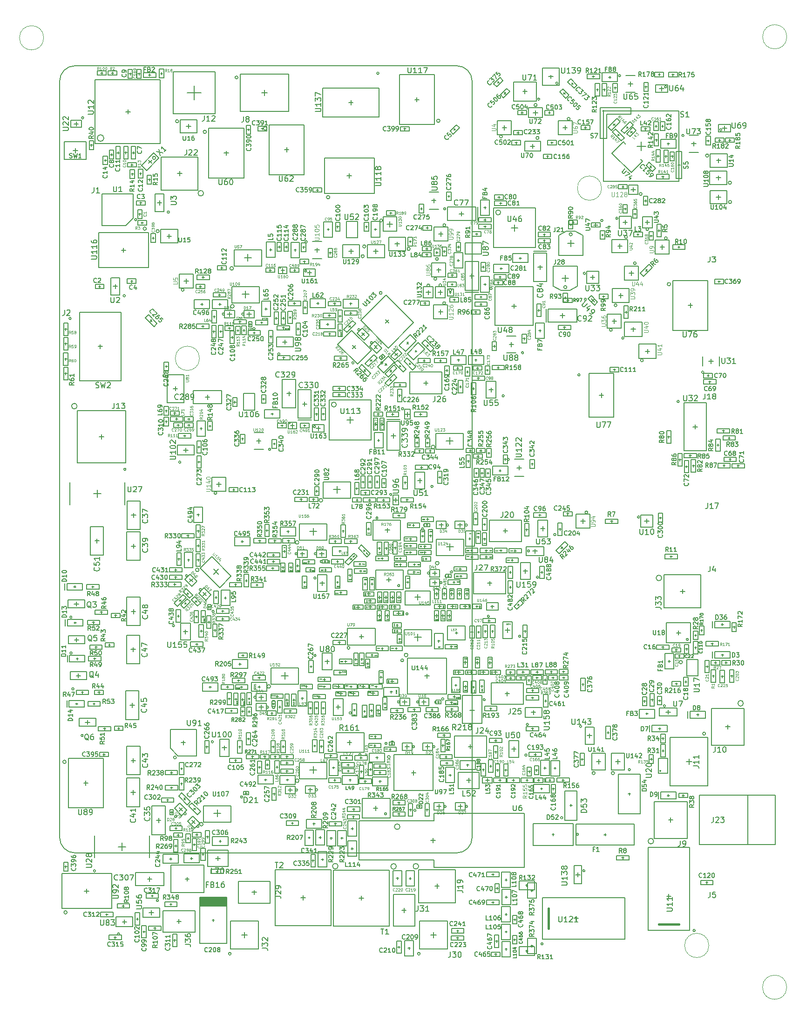
<source format=gbr>
G04 #@! TF.FileFunction,Other,Fab,Top*
%FSLAX46Y46*%
G04 Gerber Fmt 4.6, Leading zero omitted, Abs format (unit mm)*
G04 Created by KiCad (PCBNEW 4.0.7) date Fri Sep 20 17:05:35 2019*
%MOMM*%
%LPD*%
G01*
G04 APERTURE LIST*
%ADD10C,0.150000*%
%ADD11C,0.200000*%
%ADD12C,0.100000*%
%ADD13C,0.400000*%
%ADD14C,0.125000*%
%ADD15C,0.050000*%
%ADD16C,0.031750*%
%ADD17C,0.075000*%
%ADD18C,0.140000*%
%ADD19C,0.175000*%
%ADD20C,0.120000*%
G04 APERTURE END LIST*
D10*
D11*
X151441700Y-91102020D02*
X151441700Y-92402020D01*
X151441700Y-92402020D02*
X150341700Y-92402020D01*
X150341700Y-91102020D02*
X150341700Y-92402020D01*
X151441700Y-91102020D02*
X150341700Y-91102020D01*
X151143160Y-91326240D02*
G75*
G03X151143160Y-91326240I-254000J0D01*
G01*
D10*
X150891700Y-91552020D02*
X150891700Y-91952020D01*
X151091700Y-91752020D02*
X150691700Y-91752020D01*
D11*
X148076048Y-119841880D02*
G75*
G03X148076048Y-119841880I-323788J0D01*
G01*
X150774860Y-118076580D02*
X150774860Y-119346580D01*
X150139860Y-118711580D02*
X151409860Y-118711580D01*
X148274860Y-120301580D02*
X153274860Y-120301580D01*
X153274860Y-120301580D02*
X153274860Y-117351580D01*
X153274860Y-117351580D02*
X148274860Y-117351580D01*
X148274860Y-117351580D02*
X148274860Y-120301580D01*
D10*
X179044600Y-190071400D02*
X179044600Y-190471400D01*
X178844600Y-190271400D02*
X179244600Y-190271400D01*
X173744600Y-188371400D02*
X184344600Y-188371400D01*
X184344600Y-192171400D02*
X184344600Y-188371400D01*
X184344600Y-192171400D02*
X173744600Y-192171400D01*
X173744600Y-192171400D02*
X173744600Y-188371400D01*
D11*
X134280680Y-194857100D02*
X147942680Y-194857100D01*
X147942680Y-194857100D02*
X147942680Y-196201100D01*
X147942680Y-196201100D02*
X164342680Y-196201100D01*
X164342680Y-196201100D02*
X164342680Y-186401100D01*
X164342680Y-186401100D02*
X147942680Y-186401100D01*
X147942680Y-186401100D02*
X147942680Y-187745100D01*
X147942680Y-187745100D02*
X134280680Y-187745100D01*
X134280680Y-187745100D02*
X134280680Y-194857100D01*
X141733314Y-188823040D02*
G75*
G03X141733314Y-188823040I-502494J0D01*
G01*
D10*
X147742680Y-190901100D02*
X147742680Y-191701100D01*
X148142680Y-191301100D02*
X147342680Y-191301100D01*
X139962860Y-183678020D02*
X139962860Y-187278020D01*
X134912860Y-183678020D02*
X134912860Y-187278020D01*
X134912860Y-183678020D02*
X139962860Y-183678020D01*
X134912860Y-187278020D02*
X139962860Y-187278020D01*
X137312860Y-185878020D02*
X137312860Y-185078020D01*
X136912860Y-185478020D02*
X137712860Y-185478020D01*
X139303640Y-186491840D02*
G75*
G03X139303640Y-186491840I-200000J0D01*
G01*
X167879820Y-139545820D02*
X167879820Y-137945820D01*
X164679820Y-139545820D02*
X164679820Y-137945820D01*
X164679820Y-139545820D02*
X167879820Y-139545820D01*
X165879820Y-138745820D02*
X166679820Y-138745820D01*
X166279820Y-138345820D02*
X166279820Y-139145820D01*
X165294800Y-138740260D02*
G75*
G03X165294800Y-138740260I-200000J0D01*
G01*
X164679820Y-137945820D02*
X167879820Y-137945820D01*
X128573940Y-140355940D02*
X128573940Y-140955940D01*
X127623940Y-140355940D02*
X128573940Y-140355940D01*
X127623940Y-140955940D02*
X128573940Y-140955940D01*
X127623940Y-140355940D02*
X127623940Y-140955940D01*
X128098940Y-140855940D02*
X128098940Y-140455940D01*
X127898940Y-140655940D02*
X128298940Y-140655940D01*
X127615780Y-140649820D02*
G75*
G03X127615780Y-140649820I-200000J0D01*
G01*
X126723940Y-146130940D02*
X128473940Y-146130940D01*
X128473940Y-143080940D02*
X128473940Y-146130940D01*
X126723940Y-143080940D02*
X128473940Y-143080940D01*
X126723940Y-143080940D02*
X126723940Y-146130940D01*
X127198940Y-144605940D02*
X127998940Y-144605940D01*
X127598940Y-144205940D02*
X127598940Y-145005940D01*
X126472700Y-143653260D02*
G75*
G03X126472700Y-143653260I-200000J0D01*
G01*
X118448940Y-166030940D02*
X119048940Y-166030940D01*
X118448940Y-166980940D02*
X118448940Y-166030940D01*
X119048940Y-166980940D02*
X119048940Y-166030940D01*
X118448940Y-166980940D02*
X119048940Y-166980940D01*
X118948940Y-166505940D02*
X118548940Y-166505940D01*
X118748940Y-166705940D02*
X118748940Y-166305940D01*
X118945360Y-167178940D02*
G75*
G03X118945360Y-167178940I-200000J0D01*
G01*
D11*
X105210231Y-142171874D02*
G75*
G03X105210231Y-142171874I-323788J0D01*
G01*
X108747953Y-142056927D02*
X107849927Y-142954953D01*
X107849927Y-142056927D02*
X108747953Y-142954953D01*
X105406873Y-141862473D02*
X108942407Y-145398007D01*
X108942407Y-145398007D02*
X111028372Y-143312042D01*
X111028372Y-143312042D02*
X107492838Y-139776508D01*
X107492838Y-139776508D02*
X105406873Y-141862473D01*
X100503780Y-51703980D02*
X108123780Y-51703980D01*
X108123780Y-51703980D02*
X108123780Y-59323980D01*
X108123780Y-59323980D02*
X100503780Y-59323980D01*
X100503780Y-59323980D02*
X100503780Y-51703980D01*
X103043780Y-55513980D02*
X105583780Y-55513980D01*
X104313780Y-54243980D02*
X104313780Y-56783980D01*
X112290482Y-52719980D02*
G75*
G03X112290482Y-52719980I-271662J0D01*
G01*
X117118820Y-54989980D02*
X117118820Y-55989980D01*
X116618820Y-55489980D02*
X117618820Y-55489980D01*
X121518820Y-52089980D02*
X121518820Y-58889980D01*
X112718820Y-58889980D02*
X112718820Y-52089980D01*
X112718820Y-58889980D02*
X121518820Y-58889980D01*
X112718820Y-52089980D02*
X121518820Y-52089980D01*
X197326042Y-171915980D02*
G75*
G03X197326042Y-171915980I-271662J0D01*
G01*
X194784380Y-177015980D02*
X193784380Y-177015980D01*
X194284380Y-176515980D02*
X194284380Y-177515980D01*
X197684380Y-181415980D02*
X190884380Y-181415980D01*
X190884380Y-172615980D02*
X197684380Y-172615980D01*
X190884380Y-172615980D02*
X190884380Y-181415980D01*
X197684380Y-172615980D02*
X197684380Y-181415980D01*
D10*
X142348940Y-142155940D02*
X142348940Y-145755940D01*
X137298940Y-142155940D02*
X137298940Y-145755940D01*
X137298940Y-142155940D02*
X142348940Y-142155940D01*
X137298940Y-145755940D02*
X142348940Y-145755940D01*
X139698940Y-144355940D02*
X139698940Y-143555940D01*
X139298940Y-143955940D02*
X140098940Y-143955940D01*
X141702420Y-145015480D02*
G75*
G03X141702420Y-145015480I-200000J0D01*
G01*
D11*
X182537280Y-87002520D02*
X182537280Y-89542520D01*
X182537280Y-89542520D02*
X185077280Y-89542520D01*
X185077280Y-89542520D02*
X185077280Y-87002520D01*
X185077280Y-87002520D02*
X182537280Y-87002520D01*
X184706440Y-86471660D02*
G75*
G03X184706440Y-86471660I-254000J0D01*
G01*
D10*
X183807280Y-87872520D02*
X183807280Y-88672520D01*
X184207280Y-88272520D02*
X183407280Y-88272520D01*
X155863860Y-78662140D02*
X155863860Y-76262140D01*
X153333860Y-77472140D02*
X152533860Y-77472140D01*
X152933860Y-77872140D02*
X152933860Y-77072140D01*
X155533860Y-78672140D02*
X150333860Y-78672140D01*
X150333860Y-78672140D02*
X150333860Y-76272140D01*
X150333860Y-76272140D02*
X155533860Y-76272140D01*
X155533860Y-76272140D02*
X155533860Y-78672140D01*
X168429140Y-84270340D02*
X166029140Y-84270340D01*
X167239140Y-86800340D02*
X167239140Y-87600340D01*
X167639140Y-87200340D02*
X166839140Y-87200340D01*
X168439140Y-84600340D02*
X168439140Y-89800340D01*
X168439140Y-89800340D02*
X166039140Y-89800340D01*
X166039140Y-89800340D02*
X166039140Y-84600340D01*
X166039140Y-84600340D02*
X168439140Y-84600340D01*
X153623460Y-91700060D02*
X156023460Y-91700060D01*
X154813460Y-89170060D02*
X154813460Y-88370060D01*
X154413460Y-88770060D02*
X155213460Y-88770060D01*
X153613460Y-91370060D02*
X153613460Y-86170060D01*
X153613460Y-86170060D02*
X156013460Y-86170060D01*
X156013460Y-86170060D02*
X156013460Y-91370060D01*
X156013460Y-91370060D02*
X153613460Y-91370060D01*
X168342200Y-94796600D02*
X168342200Y-97196600D01*
X170872200Y-95986600D02*
X171672200Y-95986600D01*
X171272200Y-95586600D02*
X171272200Y-96386600D01*
X168672200Y-94786600D02*
X173872200Y-94786600D01*
X173872200Y-94786600D02*
X173872200Y-97186600D01*
X173872200Y-97186600D02*
X168672200Y-97186600D01*
X168672200Y-97186600D02*
X168672200Y-94786600D01*
X123213780Y-114953980D02*
X125613780Y-114953980D01*
X124403780Y-112423980D02*
X124403780Y-111623980D01*
X124003780Y-112023980D02*
X124803780Y-112023980D01*
X123203780Y-114623980D02*
X123203780Y-109423980D01*
X123203780Y-109423980D02*
X125603780Y-109423980D01*
X125603780Y-109423980D02*
X125603780Y-114623980D01*
X125603780Y-114623980D02*
X123203780Y-114623980D01*
X141738940Y-114875940D02*
X139338940Y-114875940D01*
X140548940Y-117405940D02*
X140548940Y-118205940D01*
X140948940Y-117805940D02*
X140148940Y-117805940D01*
X141748940Y-115205940D02*
X141748940Y-120405940D01*
X141748940Y-120405940D02*
X139348940Y-120405940D01*
X139348940Y-120405940D02*
X139348940Y-115205940D01*
X139348940Y-115205940D02*
X141748940Y-115205940D01*
X148273940Y-166455940D02*
X148273940Y-165855940D01*
X149223940Y-166455940D02*
X148273940Y-166455940D01*
X149223940Y-165855940D02*
X148273940Y-165855940D01*
X149223940Y-166455940D02*
X149223940Y-165855940D01*
X148748940Y-165955940D02*
X148748940Y-166355940D01*
X148948940Y-166155940D02*
X148548940Y-166155940D01*
X149698940Y-165605940D02*
G75*
G03X149698940Y-165605940I-200000J0D01*
G01*
D11*
X143174608Y-157634100D02*
G75*
G03X143174608Y-157634100I-323788J0D01*
G01*
X144971820Y-153790600D02*
X144971820Y-155060600D01*
X144336820Y-154425600D02*
X145606820Y-154425600D01*
X142471820Y-156015600D02*
X147471820Y-156015600D01*
X147471820Y-156015600D02*
X147471820Y-153065600D01*
X147471820Y-153065600D02*
X142471820Y-153065600D01*
X142471820Y-153065600D02*
X142471820Y-156015600D01*
X144958260Y-146636340D02*
X144958260Y-147652340D01*
X144450260Y-147144340D02*
X145466260Y-147144340D01*
D10*
X147258260Y-148584340D02*
X142658260Y-148584340D01*
X147258260Y-148584340D02*
X147258260Y-145984340D01*
X142658260Y-148584340D02*
X142658260Y-145984340D01*
X143198260Y-150154340D02*
G75*
G03X143198260Y-150154340I-200000J0D01*
G01*
X147258260Y-145984340D02*
X142658260Y-145984340D01*
X150073940Y-143555940D02*
X150073940Y-142955940D01*
X151023940Y-143555940D02*
X150073940Y-143555940D01*
X151023940Y-142955940D02*
X150073940Y-142955940D01*
X151023940Y-143555940D02*
X151023940Y-142955940D01*
X150548940Y-143055940D02*
X150548940Y-143455940D01*
X150748940Y-143255940D02*
X150348940Y-143255940D01*
X151298940Y-142545940D02*
G75*
G03X151298940Y-142545940I-200000J0D01*
G01*
D11*
X148836248Y-140941180D02*
G75*
G03X148836248Y-140941180I-323788J0D01*
G01*
X150813460Y-137347680D02*
X150813460Y-138617680D01*
X150178460Y-137982680D02*
X151448460Y-137982680D01*
X148313460Y-139572680D02*
X153313460Y-139572680D01*
X153313460Y-139572680D02*
X153313460Y-136622680D01*
X153313460Y-136622680D02*
X148313460Y-136622680D01*
X148313460Y-136622680D02*
X148313460Y-139572680D01*
D10*
X114198940Y-97080940D02*
X114798940Y-97080940D01*
X114198940Y-98030940D02*
X114198940Y-97080940D01*
X114798940Y-98030940D02*
X114798940Y-97080940D01*
X114198940Y-98030940D02*
X114798940Y-98030940D01*
X114698940Y-97555940D02*
X114298940Y-97555940D01*
X114498940Y-97755940D02*
X114498940Y-97355940D01*
X115398940Y-98355940D02*
G75*
G03X115398940Y-98355940I-200000J0D01*
G01*
D11*
X111586408Y-94286940D02*
G75*
G03X111586408Y-94286940I-323788J0D01*
G01*
X113650220Y-91457380D02*
X113650220Y-92727380D01*
X113015220Y-92092380D02*
X114285220Y-92092380D01*
X111150220Y-93682380D02*
X116150220Y-93682380D01*
X116150220Y-93682380D02*
X116150220Y-90732380D01*
X116150220Y-90732380D02*
X111150220Y-90732380D01*
X111150220Y-90732380D02*
X111150220Y-93682380D01*
D10*
X140764740Y-173437240D02*
X140764740Y-174037240D01*
X139814740Y-173437240D02*
X140764740Y-173437240D01*
X139814740Y-174037240D02*
X140764740Y-174037240D01*
X139814740Y-173437240D02*
X139814740Y-174037240D01*
X140289740Y-173937240D02*
X140289740Y-173537240D01*
X140089740Y-173737240D02*
X140489740Y-173737240D01*
X139400180Y-173713340D02*
G75*
G03X139400180Y-173713340I-200000J0D01*
G01*
X80820540Y-145828180D02*
X80820540Y-144628180D01*
X82820540Y-145228180D02*
X82420540Y-145228180D01*
X82620540Y-145428180D02*
X82620540Y-145028180D01*
X84020540Y-145828180D02*
X81220540Y-145828180D01*
X81220540Y-145828180D02*
X81220540Y-144628180D01*
X81220540Y-144628180D02*
X84020540Y-144628180D01*
X84020540Y-144628180D02*
X84020540Y-145828180D01*
D11*
X204180614Y-166409580D02*
G75*
G03X204180614Y-166409580I-502494J0D01*
G01*
D10*
X201345580Y-171078680D02*
X201345580Y-170278680D01*
X200945580Y-170678680D02*
X201745580Y-170678680D01*
D11*
X198345580Y-167328680D02*
X198345580Y-174028680D01*
X198345580Y-167328680D02*
X204345580Y-167328680D01*
X204345580Y-174028680D02*
X204345580Y-167328680D01*
X204345580Y-174028680D02*
X198345580Y-174028680D01*
X204978580Y-192069680D02*
X204978580Y-183069680D01*
X196178580Y-192069680D02*
X196178580Y-183069680D01*
X209978580Y-183069680D02*
X196178580Y-183069680D01*
X209978580Y-192069680D02*
X196178580Y-192069680D01*
X209978580Y-192069680D02*
X209978580Y-183069680D01*
X189321074Y-143632240D02*
G75*
G03X189321074Y-143632240I-502494J0D01*
G01*
D10*
X193525780Y-146066380D02*
X192725780Y-146066380D01*
X193125780Y-146466380D02*
X193125780Y-145666380D01*
D11*
X189775780Y-149066380D02*
X196475780Y-149066380D01*
X189775780Y-149066380D02*
X189775780Y-143066380D01*
X196475780Y-143066380D02*
X189775780Y-143066380D01*
X196475780Y-143066380D02*
X196475780Y-149066380D01*
X187859474Y-191447620D02*
G75*
G03X187859474Y-191447620I-502494J0D01*
G01*
D10*
X190956980Y-187197620D02*
X190956980Y-187997620D01*
X191356980Y-187597620D02*
X190556980Y-187597620D01*
D11*
X193956980Y-190947620D02*
X193956980Y-184247620D01*
X193956980Y-190947620D02*
X187956980Y-190947620D01*
X187956980Y-184247620D02*
X187956980Y-190947620D01*
X187956980Y-184247620D02*
X193956980Y-184247620D01*
D12*
X178396680Y-72825480D02*
G75*
G03X178396680Y-72825480I-2200000J0D01*
G01*
X197903880Y-210391880D02*
G75*
G03X197903880Y-210391880I-2200000J0D01*
G01*
X76951680Y-45517380D02*
G75*
G03X76951680Y-45517380I-2200000J0D01*
G01*
X212079680Y-45326880D02*
G75*
G03X212079680Y-45326880I-2200000J0D01*
G01*
X105282780Y-103737280D02*
G75*
G03X105282780Y-103737280I-2200000J0D01*
G01*
X212066980Y-217983380D02*
G75*
G03X212066980Y-217983380I-2200000J0D01*
G01*
D11*
X79852410Y-190787430D02*
G75*
G03X82652410Y-193587430I2800000J0D01*
G01*
X82653750Y-50588170D02*
G75*
G03X79853750Y-53388170I0J-2800000D01*
G01*
X154861020Y-53390780D02*
G75*
G03X152061020Y-50590780I-2800000J0D01*
G01*
X152057140Y-193590040D02*
G75*
G03X154857140Y-190790040I0J2800000D01*
G01*
X79853540Y-53387200D02*
X79853540Y-190787200D01*
X154853540Y-53387200D02*
X154853540Y-190787200D01*
X152053540Y-193587200D02*
X82653540Y-193587200D01*
X152053540Y-50587200D02*
X82653540Y-50587200D01*
D10*
X113283780Y-110133980D02*
X115283780Y-110133980D01*
X115283780Y-110133980D02*
X115283780Y-113133980D01*
X115283780Y-113133980D02*
X113283780Y-113133980D01*
X113283780Y-113133980D02*
X113283780Y-110133980D01*
D11*
X185622620Y-64408020D02*
X185622620Y-66008020D01*
X184822620Y-65208020D02*
X186422620Y-65208020D01*
X178762620Y-58828020D02*
X178762620Y-71588020D01*
X178762620Y-71588020D02*
X192482620Y-71588020D01*
X192482620Y-71588020D02*
X192482620Y-58828020D01*
X192482620Y-58828020D02*
X178762620Y-58828020D01*
D10*
X86193780Y-190453980D02*
X86193780Y-194453980D01*
X96193780Y-190453980D02*
X96193780Y-194453980D01*
X90493780Y-192453980D02*
X91893780Y-192453980D01*
X91193780Y-191753980D02*
X91193780Y-193153980D01*
X86393780Y-196853980D02*
G75*
G03X86393780Y-196853980I-200000J0D01*
G01*
X93174200Y-206972520D02*
X93174200Y-205222520D01*
X90124200Y-205222520D02*
X93174200Y-205222520D01*
X90124200Y-206972520D02*
X90124200Y-205222520D01*
X90124200Y-206972520D02*
X93174200Y-206972520D01*
X91649200Y-206497520D02*
X91649200Y-205697520D01*
X91249200Y-206097520D02*
X92049200Y-206097520D01*
X90749200Y-208297520D02*
G75*
G03X90749200Y-208297520I-200000J0D01*
G01*
X165933780Y-210453980D02*
X165533780Y-210453980D01*
X165733780Y-210253980D02*
X165733780Y-210653980D01*
X166533780Y-209053980D02*
X166533780Y-211853980D01*
X166533780Y-211853980D02*
X164933780Y-211853980D01*
X164933780Y-211853980D02*
X164933780Y-209053980D01*
X164933780Y-209053980D02*
X166533780Y-209053980D01*
X165933780Y-200423980D02*
X165533780Y-200423980D01*
X165733780Y-200223980D02*
X165733780Y-200623980D01*
X166533780Y-199023980D02*
X166533780Y-201823980D01*
X166533780Y-201823980D02*
X164933780Y-201823980D01*
X164933780Y-201823980D02*
X164933780Y-199023980D01*
X164933780Y-199023980D02*
X166533780Y-199023980D01*
X161233780Y-198473980D02*
X160833780Y-198473980D01*
X161033780Y-198273980D02*
X161033780Y-198673980D01*
X161833780Y-197073980D02*
X161833780Y-199873980D01*
X161833780Y-199873980D02*
X160233780Y-199873980D01*
X160233780Y-199873980D02*
X160233780Y-197073980D01*
X160233780Y-197073980D02*
X161833780Y-197073980D01*
X161263780Y-201613980D02*
X160863780Y-201613980D01*
X161063780Y-201413980D02*
X161063780Y-201813980D01*
X161863780Y-200213980D02*
X161863780Y-203013980D01*
X161863780Y-203013980D02*
X160263780Y-203013980D01*
X160263780Y-203013980D02*
X160263780Y-200213980D01*
X160263780Y-200213980D02*
X161863780Y-200213980D01*
X161233780Y-204743980D02*
X160833780Y-204743980D01*
X161033780Y-204543980D02*
X161033780Y-204943980D01*
X161833780Y-203343980D02*
X161833780Y-206143980D01*
X161833780Y-206143980D02*
X160233780Y-206143980D01*
X160233780Y-206143980D02*
X160233780Y-203343980D01*
X160233780Y-203343980D02*
X161833780Y-203343980D01*
X161233780Y-207903980D02*
X160833780Y-207903980D01*
X161033780Y-207703980D02*
X161033780Y-208103980D01*
X161833780Y-206503980D02*
X161833780Y-209303980D01*
X161833780Y-209303980D02*
X160233780Y-209303980D01*
X160233780Y-209303980D02*
X160233780Y-206503980D01*
X160233780Y-206503980D02*
X161833780Y-206503980D01*
X161243780Y-211053980D02*
X160843780Y-211053980D01*
X161043780Y-210853980D02*
X161043780Y-211253980D01*
X161843780Y-209653980D02*
X161843780Y-212453980D01*
X161843780Y-212453980D02*
X160243780Y-212453980D01*
X160243780Y-212453980D02*
X160243780Y-209653980D01*
X160243780Y-209653980D02*
X161843780Y-209653980D01*
X158853780Y-197493980D02*
X158453780Y-197493980D01*
X158653780Y-197693980D02*
X158653780Y-197293980D01*
X159780780Y-197893980D02*
X157526780Y-197893980D01*
X157526780Y-197893980D02*
X157526780Y-197093980D01*
X157526780Y-197093980D02*
X159780780Y-197093980D01*
X159780780Y-197093980D02*
X159780780Y-197893980D01*
X159403780Y-199783980D02*
X159403780Y-200183980D01*
X159603780Y-199983980D02*
X159203780Y-199983980D01*
X159803780Y-199183980D02*
X159803780Y-200783980D01*
X159803780Y-200783980D02*
X159003780Y-200783980D01*
X159003780Y-200783980D02*
X159003780Y-199183980D01*
X159003780Y-199183980D02*
X159803780Y-199183980D01*
X162613780Y-205493980D02*
X162613780Y-205893980D01*
X162813780Y-205693980D02*
X162413780Y-205693980D01*
X163013780Y-204893980D02*
X163013780Y-206493980D01*
X163013780Y-206493980D02*
X162213780Y-206493980D01*
X162213780Y-206493980D02*
X162213780Y-204893980D01*
X162213780Y-204893980D02*
X163013780Y-204893980D01*
X162603780Y-209133980D02*
X162603780Y-209533980D01*
X162803780Y-209333980D02*
X162403780Y-209333980D01*
X163003780Y-208533980D02*
X163003780Y-210133980D01*
X163003780Y-210133980D02*
X162203780Y-210133980D01*
X162203780Y-210133980D02*
X162203780Y-208533980D01*
X162203780Y-208533980D02*
X163003780Y-208533980D01*
X159353780Y-212003980D02*
X158953780Y-212003980D01*
X159153780Y-212203980D02*
X159153780Y-211803980D01*
X159953780Y-212403980D02*
X158353780Y-212403980D01*
X158353780Y-212403980D02*
X158353780Y-211603980D01*
X158353780Y-211603980D02*
X159953780Y-211603980D01*
X159953780Y-211603980D02*
X159953780Y-212403980D01*
X164783780Y-211203980D02*
X164783780Y-211603980D01*
X164583780Y-211403980D02*
X164983780Y-211403980D01*
X163383780Y-210603980D02*
X166183780Y-210603980D01*
X166183780Y-210603980D02*
X166183780Y-212203980D01*
X166183780Y-212203980D02*
X163383780Y-212203980D01*
X163383780Y-212203980D02*
X163383780Y-210603980D01*
X164773780Y-199673980D02*
X164773780Y-199273980D01*
X164973780Y-199473980D02*
X164573780Y-199473980D01*
X166173780Y-200273980D02*
X163373780Y-200273980D01*
X163373780Y-200273980D02*
X163373780Y-198673980D01*
X163373780Y-198673980D02*
X166173780Y-198673980D01*
X166173780Y-198673980D02*
X166173780Y-200273980D01*
X158853780Y-202573980D02*
X158453780Y-202573980D01*
X158653780Y-202773980D02*
X158653780Y-202373980D01*
X159780780Y-202973980D02*
X157526780Y-202973980D01*
X157526780Y-202973980D02*
X157526780Y-202173980D01*
X157526780Y-202173980D02*
X159780780Y-202173980D01*
X159780780Y-202173980D02*
X159780780Y-202973980D01*
X159323780Y-209413980D02*
X159323780Y-209813980D01*
X159523780Y-209613980D02*
X159123780Y-209613980D01*
X159723780Y-208486980D02*
X159723780Y-210740980D01*
X159723780Y-210740980D02*
X158923780Y-210740980D01*
X158923780Y-210740980D02*
X158923780Y-208486980D01*
X158923780Y-208486980D02*
X159723780Y-208486980D01*
X92293780Y-59333980D02*
X92293780Y-58533980D01*
X91893780Y-58933980D02*
X92693780Y-58933980D01*
X87893780Y-63733980D02*
G75*
G03X87893780Y-63733980I-600000J0D01*
G01*
X86293780Y-64733980D02*
X86293780Y-53133980D01*
X86293780Y-53133980D02*
X98093780Y-53133980D01*
X98093780Y-53133980D02*
X98093780Y-64733980D01*
X98093780Y-64733980D02*
X86293780Y-64733980D01*
X118503780Y-114033980D02*
X118503780Y-113633980D01*
X118703780Y-113833980D02*
X118303780Y-113833980D01*
X119903780Y-114633980D02*
X117103780Y-114633980D01*
X117103780Y-114633980D02*
X117103780Y-113033980D01*
X117103780Y-113033980D02*
X119903780Y-113033980D01*
X119903780Y-113033980D02*
X119903780Y-114633980D01*
X138048780Y-118633980D02*
X137648780Y-118633980D01*
X137848780Y-118433980D02*
X137848780Y-118833980D01*
X138648780Y-117233980D02*
X138648780Y-120033980D01*
X138648780Y-120033980D02*
X137048780Y-120033980D01*
X137048780Y-120033980D02*
X137048780Y-117233980D01*
X137048780Y-117233980D02*
X138648780Y-117233980D01*
X198710580Y-155591380D02*
X198310580Y-155591380D01*
X198510580Y-155791380D02*
X198510580Y-155391380D01*
X199637580Y-155991380D02*
X197383580Y-155991380D01*
X197383580Y-155991380D02*
X197383580Y-155191380D01*
X197383580Y-155191380D02*
X199637580Y-155191380D01*
X199637580Y-155191380D02*
X199637580Y-155991380D01*
X192213580Y-162866980D02*
X191813580Y-162866980D01*
X192013580Y-163066980D02*
X192013580Y-162666980D01*
X192813580Y-163266980D02*
X191213580Y-163266980D01*
X191213580Y-163266980D02*
X191213580Y-162466980D01*
X191213580Y-162466980D02*
X192813580Y-162466980D01*
X192813580Y-162466980D02*
X192813580Y-163266980D01*
X199837740Y-103401480D02*
X199837740Y-105101480D01*
X196737740Y-103401480D02*
X196737740Y-105101480D01*
X197887740Y-104251480D02*
X198687740Y-104251480D01*
X198287740Y-103851480D02*
X198287740Y-104651480D01*
X196987740Y-106251480D02*
G75*
G03X196987740Y-106251480I-200000J0D01*
G01*
X197409920Y-120551780D02*
X193409920Y-120551780D01*
X193409920Y-111801780D02*
X193409920Y-120551780D01*
X197409920Y-111801780D02*
X193409920Y-111801780D01*
X197409920Y-111801780D02*
X197409920Y-120551780D01*
X195409920Y-115776780D02*
X195409920Y-116576780D01*
X195809920Y-116176780D02*
X195009920Y-116176780D01*
X192509920Y-111576780D02*
G75*
G03X192509920Y-111576780I-200000J0D01*
G01*
X115198780Y-117208980D02*
X116898780Y-117208980D01*
X115198780Y-120308980D02*
X116898780Y-120308980D01*
X116048780Y-119158980D02*
X116048780Y-118358980D01*
X115648780Y-118758980D02*
X116448780Y-118758980D01*
X118248780Y-120258980D02*
G75*
G03X118248780Y-120258980I-200000J0D01*
G01*
X189572680Y-174822080D02*
X189572680Y-175222080D01*
X189772680Y-175022080D02*
X189372680Y-175022080D01*
X189972680Y-173895080D02*
X189972680Y-176149080D01*
X189972680Y-176149080D02*
X189172680Y-176149080D01*
X189172680Y-176149080D02*
X189172680Y-173895080D01*
X189172680Y-173895080D02*
X189972680Y-173895080D01*
X143407519Y-104614519D02*
X143690361Y-104897361D01*
X143690361Y-104614519D02*
X143407519Y-104897361D01*
X143034873Y-103676188D02*
X144628692Y-105270007D01*
X144628692Y-105270007D02*
X144063007Y-105835692D01*
X144063007Y-105835692D02*
X142469188Y-104241873D01*
X142469188Y-104241873D02*
X143034873Y-103676188D01*
X132998940Y-95505940D02*
X132598940Y-95505940D01*
X132798940Y-95705940D02*
X132798940Y-95305940D01*
X133925940Y-95905940D02*
X131671940Y-95905940D01*
X131671940Y-95905940D02*
X131671940Y-95105940D01*
X131671940Y-95105940D02*
X133925940Y-95105940D01*
X133925940Y-95105940D02*
X133925940Y-95905940D01*
X130048940Y-93805940D02*
X129648940Y-93805940D01*
X129848940Y-94005940D02*
X129848940Y-93605940D01*
X130975940Y-94205940D02*
X128721940Y-94205940D01*
X128721940Y-94205940D02*
X128721940Y-93405940D01*
X128721940Y-93405940D02*
X130975940Y-93405940D01*
X130975940Y-93405940D02*
X130975940Y-94205940D01*
D11*
X138556040Y-78693800D02*
G75*
G03X138556040Y-78693800I-250000J0D01*
G01*
X140414040Y-79343800D02*
X139398040Y-79343800D01*
X139906040Y-78835800D02*
X139906040Y-79851800D01*
D10*
X138706040Y-78043800D02*
X138706040Y-80643800D01*
X138706040Y-80643800D02*
X141106040Y-80643800D01*
X138706040Y-78043800D02*
X141106040Y-78043800D01*
X141106040Y-80643800D02*
X141106040Y-78043800D01*
D11*
X105929828Y-188355840D02*
G75*
G03X105929828Y-188355840I-323788J0D01*
G01*
X108527040Y-185752340D02*
X108527040Y-187022340D01*
X107892040Y-186387340D02*
X109162040Y-186387340D01*
X106027040Y-187977340D02*
X111027040Y-187977340D01*
X111027040Y-187977340D02*
X111027040Y-185027340D01*
X111027040Y-185027340D02*
X106027040Y-185027340D01*
X106027040Y-185027340D02*
X106027040Y-187977340D01*
D10*
X140448940Y-128555940D02*
X140448940Y-130355940D01*
X140448940Y-130355940D02*
X141448940Y-130355940D01*
X140948940Y-129855940D02*
X140948940Y-129055940D01*
X140548940Y-129455940D02*
X141348940Y-129455940D01*
X140248940Y-128455940D02*
G75*
G03X140248940Y-128455940I-200000J0D01*
G01*
X140448940Y-128555940D02*
X141448940Y-128555940D01*
X141448940Y-128555940D02*
X141448940Y-130355940D01*
X142598980Y-113006220D02*
X142598980Y-114806220D01*
X142598980Y-114806220D02*
X143598980Y-114806220D01*
X143098980Y-114306220D02*
X143098980Y-113506220D01*
X142698980Y-113906220D02*
X143498980Y-113906220D01*
X142398980Y-112906220D02*
G75*
G03X142398980Y-112906220I-200000J0D01*
G01*
X142598980Y-113006220D02*
X143598980Y-113006220D01*
X143598980Y-113006220D02*
X143598980Y-114806220D01*
X127614780Y-160358200D02*
X129364780Y-160358200D01*
X129364780Y-157308200D02*
X129364780Y-160358200D01*
X127614780Y-157308200D02*
X129364780Y-157308200D01*
X127614780Y-157308200D02*
X127614780Y-160358200D01*
X128089780Y-158833200D02*
X128889780Y-158833200D01*
X128489780Y-158433200D02*
X128489780Y-159233200D01*
X126489780Y-157733200D02*
G75*
G03X126489780Y-157733200I-200000J0D01*
G01*
X185533207Y-67609740D02*
X185886760Y-67963294D01*
X185886760Y-67963294D02*
X183836151Y-70013903D01*
X183836151Y-70013903D02*
X180300617Y-66478369D01*
X180300617Y-66478369D02*
X182351226Y-64427760D01*
X182351226Y-64427760D02*
X182704780Y-64781313D01*
X168573940Y-133130940D02*
X166823940Y-133130940D01*
X166823940Y-136180940D02*
X166823940Y-133130940D01*
X168573940Y-136180940D02*
X166823940Y-136180940D01*
X168573940Y-136180940D02*
X168573940Y-133130940D01*
X168098940Y-134655940D02*
X167298940Y-134655940D01*
X167698940Y-135055940D02*
X167698940Y-134255940D01*
X170098940Y-135755940D02*
G75*
G03X170098940Y-135755940I-200000J0D01*
G01*
X132009940Y-78842020D02*
X134009940Y-78842020D01*
X134009940Y-78842020D02*
X134009940Y-81842020D01*
X134009940Y-81842020D02*
X132009940Y-81842020D01*
X132009940Y-81842020D02*
X132009940Y-78842020D01*
X146229300Y-124399040D02*
X144479300Y-124399040D01*
X144479300Y-127449040D02*
X144479300Y-124399040D01*
X146229300Y-127449040D02*
X144479300Y-127449040D01*
X146229300Y-127449040D02*
X146229300Y-124399040D01*
X145754300Y-125924040D02*
X144954300Y-125924040D01*
X145354300Y-126324040D02*
X145354300Y-125524040D01*
X147754300Y-127024040D02*
G75*
G03X147754300Y-127024040I-200000J0D01*
G01*
X97183900Y-73875700D02*
X97183900Y-77075700D01*
X97233900Y-73875700D02*
X98783900Y-73875700D01*
X97233900Y-77075700D02*
X98783900Y-77075700D01*
X98008900Y-75875700D02*
X98008900Y-75075700D01*
X97608900Y-75475700D02*
X98408900Y-75475700D01*
X99808900Y-77175700D02*
G75*
G03X99808900Y-77175700I-200000J0D01*
G01*
X98783900Y-73875700D02*
X98783900Y-77075700D01*
X89160040Y-89069980D02*
X89160040Y-92269980D01*
X89210040Y-89069980D02*
X90760040Y-89069980D01*
X89210040Y-92269980D02*
X90760040Y-92269980D01*
X89985040Y-91069980D02*
X89985040Y-90269980D01*
X89585040Y-90669980D02*
X90385040Y-90669980D01*
X91785040Y-92369980D02*
G75*
G03X91785040Y-92369980I-200000J0D01*
G01*
X90760040Y-89069980D02*
X90760040Y-92269980D01*
X145483960Y-120562100D02*
X145083960Y-120562100D01*
X145283960Y-120762100D02*
X145283960Y-120362100D01*
X146083960Y-120962100D02*
X144483960Y-120962100D01*
X144483960Y-120962100D02*
X144483960Y-120162100D01*
X144483960Y-120162100D02*
X146083960Y-120162100D01*
X146083960Y-120162100D02*
X146083960Y-120962100D01*
X141354660Y-184462020D02*
X141754660Y-184462020D01*
X141554660Y-184262020D02*
X141554660Y-184662020D01*
X140427660Y-184062020D02*
X142681660Y-184062020D01*
X142681660Y-184062020D02*
X142681660Y-184862020D01*
X142681660Y-184862020D02*
X140427660Y-184862020D01*
X140427660Y-184862020D02*
X140427660Y-184062020D01*
X141754660Y-186504180D02*
X141354660Y-186504180D01*
X141554660Y-186704180D02*
X141554660Y-186304180D01*
X142681660Y-186904180D02*
X140427660Y-186904180D01*
X140427660Y-186904180D02*
X140427660Y-186104180D01*
X140427660Y-186104180D02*
X142681660Y-186104180D01*
X142681660Y-186104180D02*
X142681660Y-186904180D01*
X146448940Y-139005940D02*
X146048940Y-139005940D01*
X146248940Y-139205940D02*
X146248940Y-138805940D01*
X147375940Y-139405940D02*
X145121940Y-139405940D01*
X145121940Y-139405940D02*
X145121940Y-138605940D01*
X145121940Y-138605940D02*
X147375940Y-138605940D01*
X147375940Y-138605940D02*
X147375940Y-139405940D01*
X156647260Y-120483360D02*
X156247260Y-120483360D01*
X156447260Y-120683360D02*
X156447260Y-120283360D01*
X157247260Y-120883360D02*
X155647260Y-120883360D01*
X155647260Y-120883360D02*
X155647260Y-120083360D01*
X155647260Y-120083360D02*
X157247260Y-120083360D01*
X157247260Y-120083360D02*
X157247260Y-120883360D01*
X108714340Y-196953740D02*
X108314340Y-196953740D01*
X108514340Y-197153740D02*
X108514340Y-196753740D01*
X109641340Y-197353740D02*
X107387340Y-197353740D01*
X107387340Y-197353740D02*
X107387340Y-196553740D01*
X107387340Y-196553740D02*
X109641340Y-196553740D01*
X109641340Y-196553740D02*
X109641340Y-197353740D01*
X109060440Y-191241940D02*
X109060440Y-191641940D01*
X108860440Y-191441940D02*
X109260440Y-191441940D01*
X107660440Y-190641940D02*
X110460440Y-190641940D01*
X110460440Y-190641940D02*
X110460440Y-192241940D01*
X110460440Y-192241940D02*
X107660440Y-192241940D01*
X107660440Y-192241940D02*
X107660440Y-190641940D01*
X99995840Y-181726440D02*
X100395840Y-181726440D01*
X100195840Y-181526440D02*
X100195840Y-181926440D01*
X99068840Y-181326440D02*
X101322840Y-181326440D01*
X101322840Y-181326440D02*
X101322840Y-182126440D01*
X101322840Y-182126440D02*
X99068840Y-182126440D01*
X99068840Y-182126440D02*
X99068840Y-181326440D01*
X102037340Y-180802540D02*
X102037340Y-181202540D01*
X102237340Y-181002540D02*
X101837340Y-181002540D01*
X102437340Y-179875540D02*
X102437340Y-182129540D01*
X102437340Y-182129540D02*
X101637340Y-182129540D01*
X101637340Y-182129540D02*
X101637340Y-179875540D01*
X101637340Y-179875540D02*
X102437340Y-179875540D01*
X99983140Y-178995940D02*
X100383140Y-178995940D01*
X100183140Y-178795940D02*
X100183140Y-179195940D01*
X99056140Y-178595940D02*
X101310140Y-178595940D01*
X101310140Y-178595940D02*
X101310140Y-179395940D01*
X101310140Y-179395940D02*
X99056140Y-179395940D01*
X99056140Y-179395940D02*
X99056140Y-178595940D01*
X137598940Y-113855940D02*
X137998940Y-113855940D01*
X137798940Y-113655940D02*
X137798940Y-114055940D01*
X136998940Y-113455940D02*
X138598940Y-113455940D01*
X138598940Y-113455940D02*
X138598940Y-114255940D01*
X138598940Y-114255940D02*
X136998940Y-114255940D01*
X136998940Y-114255940D02*
X136998940Y-113455940D01*
X141667280Y-154917700D02*
X141667280Y-154517700D01*
X141467280Y-154717700D02*
X141867280Y-154717700D01*
X141267280Y-155517700D02*
X141267280Y-153917700D01*
X141267280Y-153917700D02*
X142067280Y-153917700D01*
X142067280Y-153917700D02*
X142067280Y-155517700D01*
X142067280Y-155517700D02*
X141267280Y-155517700D01*
X141422780Y-152205200D02*
X141022780Y-152205200D01*
X141222780Y-152405200D02*
X141222780Y-152005200D01*
X142022780Y-152605200D02*
X140422780Y-152605200D01*
X140422780Y-152605200D02*
X140422780Y-151805200D01*
X140422780Y-151805200D02*
X142022780Y-151805200D01*
X142022780Y-151805200D02*
X142022780Y-152605200D01*
X141422780Y-153257200D02*
X141022780Y-153257200D01*
X141222780Y-153457200D02*
X141222780Y-153057200D01*
X142022780Y-153657200D02*
X140422780Y-153657200D01*
X140422780Y-153657200D02*
X140422780Y-152857200D01*
X140422780Y-152857200D02*
X142022780Y-152857200D01*
X142022780Y-152857200D02*
X142022780Y-153657200D01*
X124166480Y-86166560D02*
X124566480Y-86166560D01*
X124366480Y-85966560D02*
X124366480Y-86366560D01*
X123566480Y-85766560D02*
X125166480Y-85766560D01*
X125166480Y-85766560D02*
X125166480Y-86566560D01*
X125166480Y-86566560D02*
X123566480Y-86566560D01*
X123566480Y-86566560D02*
X123566480Y-85766560D01*
X143603780Y-82313980D02*
X143603780Y-82713980D01*
X143803780Y-82513980D02*
X143403780Y-82513980D01*
X144003780Y-81713980D02*
X144003780Y-83313980D01*
X144003780Y-83313980D02*
X143203780Y-83313980D01*
X143203780Y-83313980D02*
X143203780Y-81713980D01*
X143203780Y-81713980D02*
X144003780Y-81713980D01*
X172062800Y-93202760D02*
X172462800Y-93202760D01*
X172262800Y-93002760D02*
X172262800Y-93402760D01*
X171462800Y-92802760D02*
X173062800Y-92802760D01*
X173062800Y-92802760D02*
X173062800Y-93602760D01*
X173062800Y-93602760D02*
X171462800Y-93602760D01*
X171462800Y-93602760D02*
X171462800Y-92802760D01*
X155719580Y-95313100D02*
X155319580Y-95313100D01*
X155519580Y-95513100D02*
X155519580Y-95113100D01*
X156319580Y-95713100D02*
X154719580Y-95713100D01*
X154719580Y-95713100D02*
X154719580Y-94913100D01*
X154719580Y-94913100D02*
X156319580Y-94913100D01*
X156319580Y-94913100D02*
X156319580Y-95713100D01*
X178571580Y-81121780D02*
X178571580Y-81521780D01*
X178771580Y-81321780D02*
X178371580Y-81321780D01*
X178971580Y-80521780D02*
X178971580Y-82121780D01*
X178971580Y-82121780D02*
X178171580Y-82121780D01*
X178171580Y-82121780D02*
X178171580Y-80521780D01*
X178171580Y-80521780D02*
X178971580Y-80521780D01*
X171805600Y-92540480D02*
X171805600Y-92940480D01*
X172005600Y-92740480D02*
X171605600Y-92740480D01*
X172205600Y-91940480D02*
X172205600Y-93540480D01*
X172205600Y-93540480D02*
X171405600Y-93540480D01*
X171405600Y-93540480D02*
X171405600Y-91940480D01*
X171405600Y-91940480D02*
X172205600Y-91940480D01*
X173033080Y-79014320D02*
X173433080Y-79014320D01*
X173233080Y-78814320D02*
X173233080Y-79214320D01*
X172433080Y-78614320D02*
X174033080Y-78614320D01*
X174033080Y-78614320D02*
X174033080Y-79414320D01*
X174033080Y-79414320D02*
X172433080Y-79414320D01*
X172433080Y-79414320D02*
X172433080Y-78614320D01*
X155871980Y-81150060D02*
X155471980Y-81150060D01*
X155671980Y-81350060D02*
X155671980Y-80950060D01*
X156471980Y-81550060D02*
X154871980Y-81550060D01*
X154871980Y-81550060D02*
X154871980Y-80750060D01*
X154871980Y-80750060D02*
X156471980Y-80750060D01*
X156471980Y-80750060D02*
X156471980Y-81550060D01*
X172786040Y-79661360D02*
X172786040Y-79261360D01*
X172586040Y-79461360D02*
X172986040Y-79461360D01*
X172386040Y-80261360D02*
X172386040Y-78661360D01*
X172386040Y-78661360D02*
X173186040Y-78661360D01*
X173186040Y-78661360D02*
X173186040Y-80261360D01*
X173186040Y-80261360D02*
X172386040Y-80261360D01*
X146429580Y-83837380D02*
X146829580Y-83837380D01*
X146629580Y-83637380D02*
X146629580Y-84037380D01*
X145829580Y-83437380D02*
X147429580Y-83437380D01*
X147429580Y-83437380D02*
X147429580Y-84237380D01*
X147429580Y-84237380D02*
X145829580Y-84237380D01*
X145829580Y-84237380D02*
X145829580Y-83437380D01*
X151802900Y-93088060D02*
X151402900Y-93088060D01*
X151602900Y-93288060D02*
X151602900Y-92888060D01*
X152402900Y-93488060D02*
X150802900Y-93488060D01*
X150802900Y-93488060D02*
X150802900Y-92688060D01*
X150802900Y-92688060D02*
X152402900Y-92688060D01*
X152402900Y-92688060D02*
X152402900Y-93488060D01*
X146424500Y-84914340D02*
X146824500Y-84914340D01*
X146624500Y-84714340D02*
X146624500Y-85114340D01*
X145824500Y-84514340D02*
X147424500Y-84514340D01*
X147424500Y-84514340D02*
X147424500Y-85314340D01*
X147424500Y-85314340D02*
X145824500Y-85314340D01*
X145824500Y-85314340D02*
X145824500Y-84514340D01*
X151411740Y-90288980D02*
X151011740Y-90288980D01*
X151211740Y-90488980D02*
X151211740Y-90088980D01*
X152011740Y-90688980D02*
X150411740Y-90688980D01*
X150411740Y-90688980D02*
X150411740Y-89888980D01*
X150411740Y-89888980D02*
X152011740Y-89888980D01*
X152011740Y-89888980D02*
X152011740Y-90688980D01*
X157640620Y-138654380D02*
X157240620Y-138654380D01*
X157440620Y-138854380D02*
X157440620Y-138454380D01*
X158567620Y-139054380D02*
X156313620Y-139054380D01*
X156313620Y-139054380D02*
X156313620Y-138254380D01*
X156313620Y-138254380D02*
X158567620Y-138254380D01*
X158567620Y-138254380D02*
X158567620Y-139054380D01*
X146448940Y-137905940D02*
X146048940Y-137905940D01*
X146248940Y-138105940D02*
X146248940Y-137705940D01*
X147375940Y-138305940D02*
X145121940Y-138305940D01*
X145121940Y-138305940D02*
X145121940Y-137505940D01*
X145121940Y-137505940D02*
X147375940Y-137505940D01*
X147375940Y-137505940D02*
X147375940Y-138305940D01*
X137998940Y-138455940D02*
X137998940Y-138055940D01*
X137798940Y-138255940D02*
X138198940Y-138255940D01*
X137598940Y-139382940D02*
X137598940Y-137128940D01*
X137598940Y-137128940D02*
X138398940Y-137128940D01*
X138398940Y-137128940D02*
X138398940Y-139382940D01*
X138398940Y-139382940D02*
X137598940Y-139382940D01*
X138703780Y-140083980D02*
X138303780Y-140083980D01*
X138503780Y-140283980D02*
X138503780Y-139883980D01*
X139630780Y-140483980D02*
X137376780Y-140483980D01*
X137376780Y-140483980D02*
X137376780Y-139683980D01*
X137376780Y-139683980D02*
X139630780Y-139683980D01*
X139630780Y-139683980D02*
X139630780Y-140483980D01*
X134139740Y-129460860D02*
X133739740Y-129460860D01*
X133939740Y-129660860D02*
X133939740Y-129260860D01*
X134739740Y-129860860D02*
X133139740Y-129860860D01*
X133139740Y-129860860D02*
X133139740Y-129060860D01*
X133139740Y-129060860D02*
X134739740Y-129060860D01*
X134739740Y-129060860D02*
X134739740Y-129860860D01*
X126233300Y-129365740D02*
X125833300Y-129365740D01*
X126033300Y-129565740D02*
X126033300Y-129165740D01*
X126833300Y-129765740D02*
X125233300Y-129765740D01*
X125233300Y-129765740D02*
X125233300Y-128965740D01*
X125233300Y-128965740D02*
X126833300Y-128965740D01*
X126833300Y-128965740D02*
X126833300Y-129765740D01*
X99243540Y-113483340D02*
X99243540Y-113083340D01*
X99043540Y-113283340D02*
X99443540Y-113283340D01*
X98843540Y-114083340D02*
X98843540Y-112483340D01*
X98843540Y-112483340D02*
X99643540Y-112483340D01*
X99643540Y-112483340D02*
X99643540Y-114083340D01*
X99643540Y-114083340D02*
X98843540Y-114083340D01*
X133886980Y-127179460D02*
X133886980Y-127579460D01*
X134086980Y-127379460D02*
X133686980Y-127379460D01*
X134286980Y-126252460D02*
X134286980Y-128506460D01*
X134286980Y-128506460D02*
X133486980Y-128506460D01*
X133486980Y-128506460D02*
X133486980Y-126252460D01*
X133486980Y-126252460D02*
X134286980Y-126252460D01*
X136450780Y-157638700D02*
X136850780Y-157638700D01*
X136650780Y-157438700D02*
X136650780Y-157838700D01*
X135523780Y-157238700D02*
X137777780Y-157238700D01*
X137777780Y-157238700D02*
X137777780Y-158038700D01*
X137777780Y-158038700D02*
X135523780Y-158038700D01*
X135523780Y-158038700D02*
X135523780Y-157238700D01*
X154163220Y-122625060D02*
X154163220Y-122225060D01*
X153963220Y-122425060D02*
X154363220Y-122425060D01*
X153763220Y-123552060D02*
X153763220Y-121298060D01*
X153763220Y-121298060D02*
X154563220Y-121298060D01*
X154563220Y-121298060D02*
X154563220Y-123552060D01*
X154563220Y-123552060D02*
X153763220Y-123552060D01*
X164312540Y-160726460D02*
X163912540Y-160726460D01*
X164112540Y-160926460D02*
X164112540Y-160526460D01*
X165239540Y-161126460D02*
X162985540Y-161126460D01*
X162985540Y-161126460D02*
X162985540Y-160326460D01*
X162985540Y-160326460D02*
X165239540Y-160326460D01*
X165239540Y-160326460D02*
X165239540Y-161126460D01*
X149819820Y-84504740D02*
X149819820Y-84104740D01*
X149619820Y-84304740D02*
X150019820Y-84304740D01*
X149419820Y-85104740D02*
X149419820Y-83504740D01*
X149419820Y-83504740D02*
X150219820Y-83504740D01*
X150219820Y-83504740D02*
X150219820Y-85104740D01*
X150219820Y-85104740D02*
X149419820Y-85104740D01*
X151057460Y-88622740D02*
X151457460Y-88622740D01*
X151257460Y-88422740D02*
X151257460Y-88822740D01*
X150457460Y-88222740D02*
X152057460Y-88222740D01*
X152057460Y-88222740D02*
X152057460Y-89022740D01*
X152057460Y-89022740D02*
X150457460Y-89022740D01*
X150457460Y-89022740D02*
X150457460Y-88222740D01*
X160284760Y-138646760D02*
X159884760Y-138646760D01*
X160084760Y-138846760D02*
X160084760Y-138446760D01*
X161211760Y-139046760D02*
X158957760Y-139046760D01*
X158957760Y-139046760D02*
X158957760Y-138246760D01*
X158957760Y-138246760D02*
X161211760Y-138246760D01*
X161211760Y-138246760D02*
X161211760Y-139046760D01*
X157225380Y-139805000D02*
X157625380Y-139805000D01*
X157425380Y-139605000D02*
X157425380Y-140005000D01*
X156298380Y-139405000D02*
X158552380Y-139405000D01*
X158552380Y-139405000D02*
X158552380Y-140205000D01*
X158552380Y-140205000D02*
X156298380Y-140205000D01*
X156298380Y-140205000D02*
X156298380Y-139405000D01*
X154588860Y-138646760D02*
X154988860Y-138646760D01*
X154788860Y-138446760D02*
X154788860Y-138846760D01*
X153661860Y-138246760D02*
X155915860Y-138246760D01*
X155915860Y-138246760D02*
X155915860Y-139046760D01*
X155915860Y-139046760D02*
X153661860Y-139046760D01*
X153661860Y-139046760D02*
X153661860Y-138246760D01*
X154596480Y-139835480D02*
X154996480Y-139835480D01*
X154796480Y-139635480D02*
X154796480Y-140035480D01*
X153669480Y-139435480D02*
X155923480Y-139435480D01*
X155923480Y-139435480D02*
X155923480Y-140235480D01*
X155923480Y-140235480D02*
X153669480Y-140235480D01*
X153669480Y-140235480D02*
X153669480Y-139435480D01*
X146686180Y-140162000D02*
X146286180Y-140162000D01*
X146486180Y-140362000D02*
X146486180Y-139962000D01*
X147286180Y-140562000D02*
X145686180Y-140562000D01*
X145686180Y-140562000D02*
X145686180Y-139762000D01*
X145686180Y-139762000D02*
X147286180Y-139762000D01*
X147286180Y-139762000D02*
X147286180Y-140562000D01*
X144553780Y-141183980D02*
X144153780Y-141183980D01*
X144353780Y-141383980D02*
X144353780Y-140983980D01*
X145480780Y-141583980D02*
X143226780Y-141583980D01*
X143226780Y-141583980D02*
X143226780Y-140783980D01*
X143226780Y-140783980D02*
X145480780Y-140783980D01*
X145480780Y-140783980D02*
X145480780Y-141583980D01*
X142022740Y-140085800D02*
X141622740Y-140085800D01*
X141822740Y-140285800D02*
X141822740Y-139885800D01*
X142949740Y-140485800D02*
X140695740Y-140485800D01*
X140695740Y-140485800D02*
X140695740Y-139685800D01*
X140695740Y-139685800D02*
X142949740Y-139685800D01*
X142949740Y-139685800D02*
X142949740Y-140485800D01*
X139248940Y-138055940D02*
X139248940Y-138455940D01*
X139448940Y-138255940D02*
X139048940Y-138255940D01*
X139648940Y-137128940D02*
X139648940Y-139382940D01*
X139648940Y-139382940D02*
X138848940Y-139382940D01*
X138848940Y-139382940D02*
X138848940Y-137128940D01*
X138848940Y-137128940D02*
X139648940Y-137128940D01*
X135390361Y-138847361D02*
X135107519Y-138564519D01*
X135107519Y-138847361D02*
X135390361Y-138564519D01*
X135763007Y-139785692D02*
X134169188Y-138191873D01*
X134169188Y-138191873D02*
X134734873Y-137626188D01*
X134734873Y-137626188D02*
X136328692Y-139220007D01*
X136328692Y-139220007D02*
X135763007Y-139785692D01*
X154727020Y-120483360D02*
X154327020Y-120483360D01*
X154527020Y-120683360D02*
X154527020Y-120283360D01*
X155327020Y-120883360D02*
X153727020Y-120883360D01*
X153727020Y-120883360D02*
X153727020Y-120083360D01*
X153727020Y-120083360D02*
X155327020Y-120083360D01*
X155327020Y-120083360D02*
X155327020Y-120883360D01*
X156670780Y-124780380D02*
X156670780Y-124380380D01*
X156470780Y-124580380D02*
X156870780Y-124580380D01*
X156270780Y-125380380D02*
X156270780Y-123780380D01*
X156270780Y-123780380D02*
X157070780Y-123780380D01*
X157070780Y-123780380D02*
X157070780Y-125380380D01*
X157070780Y-125380380D02*
X156270780Y-125380380D01*
X155614140Y-124780380D02*
X155614140Y-124380380D01*
X155414140Y-124580380D02*
X155814140Y-124580380D01*
X155214140Y-125380380D02*
X155214140Y-123780380D01*
X155214140Y-123780380D02*
X156014140Y-123780380D01*
X156014140Y-123780380D02*
X156014140Y-125380380D01*
X156014140Y-125380380D02*
X155214140Y-125380380D01*
X147434680Y-120562100D02*
X147034680Y-120562100D01*
X147234680Y-120762100D02*
X147234680Y-120362100D01*
X148034680Y-120962100D02*
X146434680Y-120962100D01*
X146434680Y-120962100D02*
X146434680Y-120162100D01*
X146434680Y-120162100D02*
X148034680Y-120162100D01*
X148034680Y-120162100D02*
X148034680Y-120962100D01*
X138498940Y-115505940D02*
X138498940Y-115905940D01*
X138698940Y-115705940D02*
X138298940Y-115705940D01*
X138898940Y-114578940D02*
X138898940Y-116832940D01*
X138898940Y-116832940D02*
X138098940Y-116832940D01*
X138098940Y-116832940D02*
X138098940Y-114578940D01*
X138098940Y-114578940D02*
X138898940Y-114578940D01*
X137298940Y-115505940D02*
X137298940Y-115905940D01*
X137498940Y-115705940D02*
X137098940Y-115705940D01*
X137698940Y-114578940D02*
X137698940Y-116832940D01*
X137698940Y-116832940D02*
X136898940Y-116832940D01*
X136898940Y-116832940D02*
X136898940Y-114578940D01*
X136898940Y-114578940D02*
X137698940Y-114578940D01*
X130498700Y-109217380D02*
X130898700Y-109217380D01*
X130698700Y-109017380D02*
X130698700Y-109417380D01*
X129571700Y-108817380D02*
X131825700Y-108817380D01*
X131825700Y-108817380D02*
X131825700Y-109617380D01*
X131825700Y-109617380D02*
X129571700Y-109617380D01*
X129571700Y-109617380D02*
X129571700Y-108817380D01*
X130473300Y-110340060D02*
X130873300Y-110340060D01*
X130673300Y-110140060D02*
X130673300Y-110540060D01*
X129546300Y-109940060D02*
X131800300Y-109940060D01*
X131800300Y-109940060D02*
X131800300Y-110740060D01*
X131800300Y-110740060D02*
X129546300Y-110740060D01*
X129546300Y-110740060D02*
X129546300Y-109940060D01*
X127792940Y-114040180D02*
X127792940Y-113640180D01*
X127592940Y-113840180D02*
X127992940Y-113840180D01*
X127392940Y-114967180D02*
X127392940Y-112713180D01*
X127392940Y-112713180D02*
X128192940Y-112713180D01*
X128192940Y-112713180D02*
X128192940Y-114967180D01*
X128192940Y-114967180D02*
X127392940Y-114967180D01*
X126553420Y-114055420D02*
X126553420Y-113655420D01*
X126353420Y-113855420D02*
X126753420Y-113855420D01*
X126153420Y-114982420D02*
X126153420Y-112728420D01*
X126153420Y-112728420D02*
X126953420Y-112728420D01*
X126953420Y-112728420D02*
X126953420Y-114982420D01*
X126953420Y-114982420D02*
X126153420Y-114982420D01*
X121548580Y-110538080D02*
X121548580Y-109738080D01*
X121148580Y-110138080D02*
X121948580Y-110138080D01*
X120348580Y-112738080D02*
X120348580Y-107538080D01*
X120348580Y-107538080D02*
X122748580Y-107538080D01*
X122748580Y-107538080D02*
X122748580Y-112738080D01*
X122748580Y-112738080D02*
X120348580Y-112738080D01*
X116963780Y-110923980D02*
X116963780Y-111323980D01*
X117163780Y-111123980D02*
X116763780Y-111123980D01*
X117363780Y-110323980D02*
X117363780Y-111923980D01*
X117363780Y-111923980D02*
X116563780Y-111923980D01*
X116563780Y-111923980D02*
X116563780Y-110323980D01*
X116563780Y-110323980D02*
X117363780Y-110323980D01*
X99228300Y-115003580D02*
X99228300Y-115403580D01*
X99428300Y-115203580D02*
X99028300Y-115203580D01*
X99628300Y-114403580D02*
X99628300Y-116003580D01*
X99628300Y-116003580D02*
X98828300Y-116003580D01*
X98828300Y-116003580D02*
X98828300Y-114403580D01*
X98828300Y-114403580D02*
X99628300Y-114403580D01*
X135248940Y-128155940D02*
X135648940Y-128155940D01*
X135448940Y-127955940D02*
X135448940Y-128355940D01*
X134648940Y-127755940D02*
X136248940Y-127755940D01*
X136248940Y-127755940D02*
X136248940Y-128555940D01*
X136248940Y-128555940D02*
X134648940Y-128555940D01*
X134648940Y-128555940D02*
X134648940Y-127755940D01*
X126617500Y-128054440D02*
X126617500Y-127654440D01*
X126417500Y-127854440D02*
X126817500Y-127854440D01*
X126217500Y-128654440D02*
X126217500Y-127054440D01*
X126217500Y-127054440D02*
X127017500Y-127054440D01*
X127017500Y-127054440D02*
X127017500Y-128654440D01*
X127017500Y-128654440D02*
X126217500Y-128654440D01*
X124231860Y-83363060D02*
X124231860Y-83763060D01*
X124431860Y-83563060D02*
X124031860Y-83563060D01*
X124631860Y-82763060D02*
X124631860Y-84363060D01*
X124631860Y-84363060D02*
X123831860Y-84363060D01*
X123831860Y-84363060D02*
X123831860Y-82763060D01*
X123831860Y-82763060D02*
X124631860Y-82763060D01*
X129073100Y-84353660D02*
X129073100Y-84753660D01*
X129273100Y-84553660D02*
X128873100Y-84553660D01*
X129473100Y-83753660D02*
X129473100Y-85353660D01*
X129473100Y-85353660D02*
X128673100Y-85353660D01*
X128673100Y-85353660D02*
X128673100Y-83753660D01*
X128673100Y-83753660D02*
X129473100Y-83753660D01*
X164332340Y-100348260D02*
X164332340Y-99948260D01*
X164132340Y-100148260D02*
X164532340Y-100148260D01*
X163932340Y-100948260D02*
X163932340Y-99348260D01*
X163932340Y-99348260D02*
X164732340Y-99348260D01*
X164732340Y-99348260D02*
X164732340Y-100948260D01*
X164732340Y-100948260D02*
X163932340Y-100948260D01*
X152538460Y-85954740D02*
X152138460Y-85954740D01*
X152338460Y-85754740D02*
X152338460Y-86154740D01*
X153138460Y-84554740D02*
X153138460Y-87354740D01*
X153138460Y-87354740D02*
X151538460Y-87354740D01*
X151538460Y-87354740D02*
X151538460Y-84554740D01*
X151538460Y-84554740D02*
X153138460Y-84554740D01*
X146093780Y-93703980D02*
X146493780Y-93703980D01*
X146293780Y-93503980D02*
X146293780Y-93903980D01*
X145493780Y-93303980D02*
X147093780Y-93303980D01*
X147093780Y-93303980D02*
X147093780Y-94103980D01*
X147093780Y-94103980D02*
X145493780Y-94103980D01*
X145493780Y-94103980D02*
X145493780Y-93303980D01*
X150627540Y-74492060D02*
X150627540Y-74092060D01*
X150427540Y-74292060D02*
X150827540Y-74292060D01*
X150227540Y-75092060D02*
X150227540Y-73492060D01*
X150227540Y-73492060D02*
X151027540Y-73492060D01*
X151027540Y-73492060D02*
X151027540Y-75092060D01*
X151027540Y-75092060D02*
X150227540Y-75092060D01*
X145627780Y-76346580D02*
X145627780Y-76746580D01*
X145827780Y-76546580D02*
X145427780Y-76546580D01*
X146027780Y-75746580D02*
X146027780Y-77346580D01*
X146027780Y-77346580D02*
X145227780Y-77346580D01*
X145227780Y-77346580D02*
X145227780Y-75746580D01*
X145227780Y-75746580D02*
X146027780Y-75746580D01*
X146899660Y-80036540D02*
X146499660Y-80036540D01*
X146699660Y-80236540D02*
X146699660Y-79836540D01*
X147499660Y-80436540D02*
X145899660Y-80436540D01*
X145899660Y-80436540D02*
X145899660Y-79636540D01*
X145899660Y-79636540D02*
X147499660Y-79636540D01*
X147499660Y-79636540D02*
X147499660Y-80436540D01*
X100592940Y-113694820D02*
X100992940Y-113694820D01*
X100792940Y-113494820D02*
X100792940Y-113894820D01*
X99992940Y-113294820D02*
X101592940Y-113294820D01*
X101592940Y-113294820D02*
X101592940Y-114094820D01*
X101592940Y-114094820D02*
X99992940Y-114094820D01*
X99992940Y-114094820D02*
X99992940Y-113294820D01*
X99248620Y-104995980D02*
X99248620Y-105395980D01*
X99448620Y-105195980D02*
X99048620Y-105195980D01*
X99648620Y-104395980D02*
X99648620Y-105995980D01*
X99648620Y-105995980D02*
X98848620Y-105995980D01*
X98848620Y-105995980D02*
X98848620Y-104395980D01*
X98848620Y-104395980D02*
X99648620Y-104395980D01*
X105230780Y-90687760D02*
X105630780Y-90687760D01*
X105430780Y-90487760D02*
X105430780Y-90887760D01*
X104630780Y-90287760D02*
X106230780Y-90287760D01*
X106230780Y-90287760D02*
X106230780Y-91087760D01*
X106230780Y-91087760D02*
X104630780Y-91087760D01*
X104630780Y-91087760D02*
X104630780Y-90287760D01*
X163020860Y-62757920D02*
X163420860Y-62757920D01*
X163220860Y-62557920D02*
X163220860Y-62957920D01*
X162420860Y-62357920D02*
X164020860Y-62357920D01*
X164020860Y-62357920D02*
X164020860Y-63157920D01*
X164020860Y-63157920D02*
X162420860Y-63157920D01*
X162420860Y-63157920D02*
X162420860Y-62357920D01*
X138727260Y-156437980D02*
X138327260Y-156437980D01*
X138527260Y-156637980D02*
X138527260Y-156237980D01*
X139654260Y-156837980D02*
X137400260Y-156837980D01*
X137400260Y-156837980D02*
X137400260Y-156037980D01*
X137400260Y-156037980D02*
X139654260Y-156037980D01*
X139654260Y-156037980D02*
X139654260Y-156837980D01*
X133719040Y-158229340D02*
X133719040Y-158629340D01*
X133919040Y-158429340D02*
X133519040Y-158429340D01*
X134119040Y-157302340D02*
X134119040Y-159556340D01*
X134119040Y-159556340D02*
X133319040Y-159556340D01*
X133319040Y-159556340D02*
X133319040Y-157302340D01*
X133319040Y-157302340D02*
X134119040Y-157302340D01*
X130898940Y-155355940D02*
X130498940Y-155355940D01*
X130698940Y-155555940D02*
X130698940Y-155155940D01*
X131825940Y-155755940D02*
X129571940Y-155755940D01*
X129571940Y-155755940D02*
X129571940Y-154955940D01*
X129571940Y-154955940D02*
X131825940Y-154955940D01*
X131825940Y-154955940D02*
X131825940Y-155755940D01*
X141083780Y-198183980D02*
X141483780Y-198183980D01*
X141283780Y-198383980D02*
X141283780Y-197983980D01*
X140483780Y-199583980D02*
X140483780Y-196783980D01*
X140483780Y-196783980D02*
X142083780Y-196783980D01*
X142083780Y-196783980D02*
X142083780Y-199583980D01*
X142083780Y-199583980D02*
X140483780Y-199583980D01*
X143403780Y-198223980D02*
X143803780Y-198223980D01*
X143603780Y-198423980D02*
X143603780Y-198023980D01*
X142803780Y-199623980D02*
X142803780Y-196823980D01*
X142803780Y-196823980D02*
X144403780Y-196823980D01*
X144403780Y-196823980D02*
X144403780Y-199623980D01*
X144403780Y-199623980D02*
X142803780Y-199623980D01*
X143193780Y-210893980D02*
X143593780Y-210893980D01*
X143393780Y-211093980D02*
X143393780Y-210693980D01*
X142593780Y-212293980D02*
X142593780Y-209493980D01*
X142593780Y-209493980D02*
X144193780Y-209493980D01*
X144193780Y-209493980D02*
X144193780Y-212293980D01*
X144193780Y-212293980D02*
X142593780Y-212293980D01*
D13*
X110033780Y-201813980D02*
X105533780Y-201813980D01*
X110033780Y-202113980D02*
X105533780Y-202113980D01*
X110033780Y-202363980D02*
X105533780Y-202363980D01*
X110033780Y-202663980D02*
X105533780Y-202663980D01*
X110033780Y-202963980D02*
X105533780Y-202963980D01*
D11*
X110233780Y-201663980D02*
X110233780Y-203213980D01*
X110233780Y-203213980D02*
X105333780Y-203213980D01*
X105333780Y-203213980D02*
X105333780Y-201613980D01*
X105333780Y-201613980D02*
X110233780Y-201613980D01*
X105333780Y-201613980D02*
X105333780Y-210013980D01*
X105333780Y-210013980D02*
X110233780Y-210013980D01*
X110233780Y-210013980D02*
X110233780Y-201613980D01*
X110233780Y-201613980D02*
X105333780Y-201613980D01*
D10*
X107983780Y-205813980D02*
X107583780Y-205813980D01*
X107783780Y-205613980D02*
X107783780Y-206013980D01*
X151265280Y-156114700D02*
X150865280Y-156114700D01*
X151065280Y-156314700D02*
X151065280Y-155914700D01*
X152192280Y-156514700D02*
X149938280Y-156514700D01*
X149938280Y-156514700D02*
X149938280Y-155714700D01*
X149938280Y-155714700D02*
X152192280Y-155714700D01*
X152192280Y-155714700D02*
X152192280Y-156514700D01*
X137492380Y-80306460D02*
X137092380Y-80306460D01*
X137292380Y-80106460D02*
X137292380Y-80506460D01*
X138092380Y-78906460D02*
X138092380Y-81706460D01*
X138092380Y-81706460D02*
X136492380Y-81706460D01*
X136492380Y-81706460D02*
X136492380Y-78906460D01*
X136492380Y-78906460D02*
X138092380Y-78906460D01*
X141262760Y-156424580D02*
X140862760Y-156424580D01*
X141062760Y-156624580D02*
X141062760Y-156224580D01*
X142189760Y-156824580D02*
X139935760Y-156824580D01*
X139935760Y-156824580D02*
X139935760Y-156024580D01*
X139935760Y-156024580D02*
X142189760Y-156024580D01*
X142189760Y-156024580D02*
X142189760Y-156824580D01*
X117946020Y-87723580D02*
X118346020Y-87723580D01*
X118146020Y-87523580D02*
X118146020Y-87923580D01*
X117346020Y-87323580D02*
X118946020Y-87323580D01*
X118946020Y-87323580D02*
X118946020Y-88123580D01*
X118946020Y-88123580D02*
X117346020Y-88123580D01*
X117346020Y-88123580D02*
X117346020Y-87323580D01*
X119771620Y-83307180D02*
X119771620Y-83707180D01*
X119971620Y-83507180D02*
X119571620Y-83507180D01*
X120171620Y-82707180D02*
X120171620Y-84307180D01*
X120171620Y-84307180D02*
X119371620Y-84307180D01*
X119371620Y-84307180D02*
X119371620Y-82707180D01*
X119371620Y-82707180D02*
X120171620Y-82707180D01*
X121051780Y-83307180D02*
X121051780Y-83707180D01*
X121251780Y-83507180D02*
X120851780Y-83507180D01*
X121451780Y-82707180D02*
X121451780Y-84307180D01*
X121451780Y-84307180D02*
X120651780Y-84307180D01*
X120651780Y-84307180D02*
X120651780Y-82707180D01*
X120651780Y-82707180D02*
X121451780Y-82707180D01*
X111301380Y-127601580D02*
X111701380Y-127601580D01*
X111501380Y-127401580D02*
X111501380Y-127801580D01*
X110701380Y-127201580D02*
X112301380Y-127201580D01*
X112301380Y-127201580D02*
X112301380Y-128001580D01*
X112301380Y-128001580D02*
X110701380Y-128001580D01*
X110701380Y-128001580D02*
X110701380Y-127201580D01*
X109137300Y-87291780D02*
X109537300Y-87291780D01*
X109337300Y-87091780D02*
X109337300Y-87491780D01*
X108537300Y-86891780D02*
X110137300Y-86891780D01*
X110137300Y-86891780D02*
X110137300Y-87691780D01*
X110137300Y-87691780D02*
X108537300Y-87691780D01*
X108537300Y-87691780D02*
X108537300Y-86891780D01*
X135646460Y-79628940D02*
X135646460Y-80028940D01*
X135846460Y-79828940D02*
X135446460Y-79828940D01*
X136046460Y-79028940D02*
X136046460Y-80628940D01*
X136046460Y-80628940D02*
X135246460Y-80628940D01*
X135246460Y-80628940D02*
X135246460Y-79028940D01*
X135246460Y-79028940D02*
X136046460Y-79028940D01*
X130419140Y-79623860D02*
X130419140Y-80023860D01*
X130619140Y-79823860D02*
X130219140Y-79823860D01*
X130819140Y-79023860D02*
X130819140Y-80623860D01*
X130819140Y-80623860D02*
X130019140Y-80623860D01*
X130019140Y-80623860D02*
X130019140Y-79023860D01*
X130019140Y-79023860D02*
X130819140Y-79023860D01*
X128891940Y-80311540D02*
X128491940Y-80311540D01*
X128691940Y-80111540D02*
X128691940Y-80511540D01*
X129491940Y-78911540D02*
X129491940Y-81711540D01*
X129491940Y-81711540D02*
X127891940Y-81711540D01*
X127891940Y-81711540D02*
X127891940Y-78911540D01*
X127891940Y-78911540D02*
X129491940Y-78911540D01*
X167005000Y-94801080D02*
X167005000Y-95201080D01*
X167205000Y-95001080D02*
X166805000Y-95001080D01*
X167405000Y-93874080D02*
X167405000Y-96128080D01*
X167405000Y-96128080D02*
X166605000Y-96128080D01*
X166605000Y-96128080D02*
X166605000Y-93874080D01*
X166605000Y-93874080D02*
X167405000Y-93874080D01*
X171442460Y-98116260D02*
X171842460Y-98116260D01*
X171642460Y-97916260D02*
X171642460Y-98316260D01*
X170515460Y-97716260D02*
X172769460Y-97716260D01*
X172769460Y-97716260D02*
X172769460Y-98516260D01*
X172769460Y-98516260D02*
X170515460Y-98516260D01*
X170515460Y-98516260D02*
X170515460Y-97716260D01*
X159734100Y-88958020D02*
X160134100Y-88958020D01*
X159934100Y-88758020D02*
X159934100Y-89158020D01*
X158807100Y-88558020D02*
X161061100Y-88558020D01*
X161061100Y-88558020D02*
X161061100Y-89358020D01*
X161061100Y-89358020D02*
X158807100Y-89358020D01*
X158807100Y-89358020D02*
X158807100Y-88558020D01*
X159414060Y-89999420D02*
X159814060Y-89999420D01*
X159614060Y-89799420D02*
X159614060Y-90199420D01*
X158814060Y-89599420D02*
X160414060Y-89599420D01*
X160414060Y-89599420D02*
X160414060Y-90399420D01*
X160414060Y-90399420D02*
X158814060Y-90399420D01*
X158814060Y-90399420D02*
X158814060Y-89599420D01*
X156674620Y-92590220D02*
X156274620Y-92590220D01*
X156474620Y-92790220D02*
X156474620Y-92390220D01*
X157601620Y-92990220D02*
X155347620Y-92990220D01*
X155347620Y-92990220D02*
X155347620Y-92190220D01*
X155347620Y-92190220D02*
X157601620Y-92190220D01*
X157601620Y-92190220D02*
X157601620Y-92990220D01*
X156659380Y-93900860D02*
X156259380Y-93900860D01*
X156459380Y-94100860D02*
X156459380Y-93700860D01*
X157586380Y-94300860D02*
X155332380Y-94300860D01*
X155332380Y-94300860D02*
X155332380Y-93500860D01*
X155332380Y-93500860D02*
X157586380Y-93500860D01*
X157586380Y-93500860D02*
X157586380Y-94300860D01*
X167790980Y-82379420D02*
X168190980Y-82379420D01*
X167990980Y-82179420D02*
X167990980Y-82579420D01*
X166863980Y-81979420D02*
X169117980Y-81979420D01*
X169117980Y-81979420D02*
X169117980Y-82779420D01*
X169117980Y-82779420D02*
X166863980Y-82779420D01*
X166863980Y-82779420D02*
X166863980Y-81979420D01*
X167796060Y-81251660D02*
X168196060Y-81251660D01*
X167996060Y-81051660D02*
X167996060Y-81451660D01*
X166869060Y-80851660D02*
X169123060Y-80851660D01*
X169123060Y-80851660D02*
X169123060Y-81651660D01*
X169123060Y-81651660D02*
X166869060Y-81651660D01*
X166869060Y-81651660D02*
X166869060Y-80851660D01*
X159840780Y-75562060D02*
X160240780Y-75562060D01*
X160040780Y-75362060D02*
X160040780Y-75762060D01*
X158913780Y-75162060D02*
X161167780Y-75162060D01*
X161167780Y-75162060D02*
X161167780Y-75962060D01*
X161167780Y-75962060D02*
X158913780Y-75962060D01*
X158913780Y-75962060D02*
X158913780Y-75162060D01*
X159541060Y-74474940D02*
X159941060Y-74474940D01*
X159741060Y-74274940D02*
X159741060Y-74674940D01*
X158941060Y-74074940D02*
X160541060Y-74074940D01*
X160541060Y-74074940D02*
X160541060Y-74874940D01*
X160541060Y-74874940D02*
X158941060Y-74874940D01*
X158941060Y-74874940D02*
X158941060Y-74074940D01*
X157401060Y-78584660D02*
X157001060Y-78584660D01*
X157201060Y-78784660D02*
X157201060Y-78384660D01*
X158328060Y-78984660D02*
X156074060Y-78984660D01*
X156074060Y-78984660D02*
X156074060Y-78184660D01*
X156074060Y-78184660D02*
X158328060Y-78184660D01*
X158328060Y-78184660D02*
X158328060Y-78984660D01*
X157401060Y-79788620D02*
X157001060Y-79788620D01*
X157201060Y-79988620D02*
X157201060Y-79588620D01*
X158328060Y-80188620D02*
X156074060Y-80188620D01*
X156074060Y-80188620D02*
X156074060Y-79388620D01*
X156074060Y-79388620D02*
X158328060Y-79388620D01*
X158328060Y-79388620D02*
X158328060Y-80188620D01*
X189087560Y-52178820D02*
X188687560Y-52178820D01*
X188887560Y-52378820D02*
X188887560Y-51978820D01*
X189687560Y-52578820D02*
X188087560Y-52578820D01*
X188087560Y-52578820D02*
X188087560Y-51778820D01*
X188087560Y-51778820D02*
X189687560Y-51778820D01*
X189687560Y-51778820D02*
X189687560Y-52578820D01*
X191586920Y-52209300D02*
X191186920Y-52209300D01*
X191386920Y-52409300D02*
X191386920Y-52009300D01*
X192186920Y-52609300D02*
X190586920Y-52609300D01*
X190586920Y-52609300D02*
X190586920Y-51809300D01*
X190586920Y-51809300D02*
X192186920Y-51809300D01*
X192186920Y-51809300D02*
X192186920Y-52609300D01*
X182932079Y-61962081D02*
X183214921Y-61679239D01*
X182932079Y-61679239D02*
X183214921Y-61962081D01*
X181993748Y-62334727D02*
X183587567Y-60740908D01*
X183587567Y-60740908D02*
X184153252Y-61306593D01*
X184153252Y-61306593D02*
X182559433Y-62900412D01*
X182559433Y-62900412D02*
X181993748Y-62334727D01*
X164860380Y-55259840D02*
X164060380Y-55259840D01*
X164460380Y-55659840D02*
X164460380Y-54859840D01*
X167160380Y-56659840D02*
G75*
G03X167160380Y-56659840I-200000J0D01*
G01*
X166510380Y-57009840D02*
X162410380Y-57009840D01*
X162410380Y-57009840D02*
X162410380Y-53509840D01*
X162410380Y-53509840D02*
X166510380Y-53509840D01*
X166510380Y-53509840D02*
X166510380Y-57009840D01*
X167665780Y-58225720D02*
X165115780Y-58225720D01*
X167665780Y-60025720D02*
X167665780Y-58225720D01*
X166673623Y-57725720D02*
G75*
G03X166673623Y-57725720I-282843J0D01*
G01*
X165990780Y-59125720D02*
X166790780Y-59125720D01*
X166390780Y-58725720D02*
X166390780Y-59525720D01*
X167665780Y-60025720D02*
X165115780Y-60025720D01*
X165115780Y-60025720D02*
X165115780Y-58225720D01*
X154048940Y-177405940D02*
X154048940Y-177805940D01*
X153848940Y-177605940D02*
X154248940Y-177605940D01*
X152648940Y-176805940D02*
X155448940Y-176805940D01*
X155448940Y-176805940D02*
X155448940Y-178405940D01*
X155448940Y-178405940D02*
X152648940Y-178405940D01*
X152648940Y-178405940D02*
X152648940Y-176805940D01*
X137566220Y-176468760D02*
X137566220Y-176068760D01*
X137766220Y-176268760D02*
X137366220Y-176268760D01*
X138966220Y-177068760D02*
X136166220Y-177068760D01*
X136166220Y-177068760D02*
X136166220Y-175468760D01*
X136166220Y-175468760D02*
X138966220Y-175468760D01*
X138966220Y-175468760D02*
X138966220Y-177068760D01*
X113377980Y-98461140D02*
X113377980Y-98861140D01*
X113577980Y-98661140D02*
X113177980Y-98661140D01*
X113777980Y-97861140D02*
X113777980Y-99461140D01*
X113777980Y-99461140D02*
X112977980Y-99461140D01*
X112977980Y-99461140D02*
X112977980Y-97861140D01*
X112977980Y-97861140D02*
X113777980Y-97861140D01*
X117350340Y-176099440D02*
X116950340Y-176099440D01*
X117150340Y-176299440D02*
X117150340Y-175899440D01*
X117950340Y-176499440D02*
X116350340Y-176499440D01*
X116350340Y-176499440D02*
X116350340Y-175699440D01*
X116350340Y-175699440D02*
X117950340Y-175699440D01*
X117950340Y-175699440D02*
X117950340Y-176499440D01*
D11*
X130530600Y-163677600D02*
X130530600Y-163042600D01*
X130848100Y-163360100D02*
X130213100Y-163360100D01*
X131483100Y-162979100D02*
X129578100Y-162979100D01*
X129578100Y-162979100D02*
X129578100Y-163741100D01*
X129578100Y-163741100D02*
X131483100Y-163741100D01*
X131483100Y-163741100D02*
X131483100Y-162979100D01*
X130979040Y-164987340D02*
X130979040Y-164352340D01*
X131296540Y-164669840D02*
X130661540Y-164669840D01*
X131931540Y-164288840D02*
X130026540Y-164288840D01*
X130026540Y-164288840D02*
X130026540Y-165050840D01*
X130026540Y-165050840D02*
X131931540Y-165050840D01*
X131931540Y-165050840D02*
X131931540Y-164288840D01*
X133252340Y-164961940D02*
X133252340Y-164326940D01*
X133569840Y-164644440D02*
X132934840Y-164644440D01*
X134204840Y-164263440D02*
X132299840Y-164263440D01*
X132299840Y-164263440D02*
X132299840Y-165025440D01*
X132299840Y-165025440D02*
X134204840Y-165025440D01*
X134204840Y-165025440D02*
X134204840Y-164263440D01*
X136833740Y-164263440D02*
X136833740Y-164898440D01*
X136516240Y-164580940D02*
X137151240Y-164580940D01*
X135881240Y-164961940D02*
X137786240Y-164961940D01*
X137786240Y-164961940D02*
X137786240Y-164199940D01*
X137786240Y-164199940D02*
X135881240Y-164199940D01*
X135881240Y-164199940D02*
X135881240Y-164961940D01*
X140338940Y-162714040D02*
X140338940Y-162079040D01*
X140656440Y-162396540D02*
X140021440Y-162396540D01*
X141291440Y-162015540D02*
X139386440Y-162015540D01*
X139386440Y-162015540D02*
X139386440Y-162777540D01*
X139386440Y-162777540D02*
X141291440Y-162777540D01*
X141291440Y-162777540D02*
X141291440Y-162015540D01*
X153916440Y-158955940D02*
X153281440Y-158955940D01*
X153598940Y-158638440D02*
X153598940Y-159273440D01*
X153217940Y-158003440D02*
X153217940Y-159908440D01*
X153217940Y-159908440D02*
X153979940Y-159908440D01*
X153979940Y-159908440D02*
X153979940Y-158003440D01*
X153979940Y-158003440D02*
X153217940Y-158003440D01*
X155481440Y-159005940D02*
X156116440Y-159005940D01*
X155798940Y-159323440D02*
X155798940Y-158688440D01*
X156179940Y-159958440D02*
X156179940Y-158053440D01*
X156179940Y-158053440D02*
X155417940Y-158053440D01*
X155417940Y-158053440D02*
X155417940Y-159958440D01*
X155417940Y-159958440D02*
X156179940Y-159958440D01*
X156878620Y-161069360D02*
X156878620Y-160434360D01*
X157196120Y-160751860D02*
X156561120Y-160751860D01*
X157831120Y-160370860D02*
X155926120Y-160370860D01*
X155926120Y-160370860D02*
X155926120Y-161132860D01*
X155926120Y-161132860D02*
X157831120Y-161132860D01*
X157831120Y-161132860D02*
X157831120Y-160370860D01*
X159093500Y-161069360D02*
X159093500Y-160434360D01*
X159411000Y-160751860D02*
X158776000Y-160751860D01*
X160046000Y-160370860D02*
X158141000Y-160370860D01*
X158141000Y-160370860D02*
X158141000Y-161132860D01*
X158141000Y-161132860D02*
X160046000Y-161132860D01*
X160046000Y-161132860D02*
X160046000Y-160370860D01*
X148704760Y-150497140D02*
X148069760Y-150497140D01*
X148387260Y-150179640D02*
X148387260Y-150814640D01*
X148006260Y-149544640D02*
X148006260Y-151449640D01*
X148006260Y-151449640D02*
X148768260Y-151449640D01*
X148768260Y-151449640D02*
X148768260Y-149544640D01*
X148768260Y-149544640D02*
X148006260Y-149544640D01*
X148966380Y-149158560D02*
X148966380Y-148523560D01*
X149283880Y-148841060D02*
X148648880Y-148841060D01*
X149918880Y-148460060D02*
X148013880Y-148460060D01*
X148013880Y-148460060D02*
X148013880Y-149222060D01*
X148013880Y-149222060D02*
X149918880Y-149222060D01*
X149918880Y-149222060D02*
X149918880Y-148460060D01*
X149878240Y-150512380D02*
X149243240Y-150512380D01*
X149560740Y-150194880D02*
X149560740Y-150829880D01*
X149179740Y-149559880D02*
X149179740Y-151464880D01*
X149179740Y-151464880D02*
X149941740Y-151464880D01*
X149941740Y-151464880D02*
X149941740Y-149559880D01*
X149941740Y-149559880D02*
X149179740Y-149559880D01*
X153598940Y-149123440D02*
X153598940Y-148488440D01*
X153916440Y-148805940D02*
X153281440Y-148805940D01*
X154551440Y-148424940D02*
X152646440Y-148424940D01*
X152646440Y-148424940D02*
X152646440Y-149186940D01*
X152646440Y-149186940D02*
X154551440Y-149186940D01*
X154551440Y-149186940D02*
X154551440Y-148424940D01*
X135089900Y-163677600D02*
X135089900Y-163042600D01*
X135407400Y-163360100D02*
X134772400Y-163360100D01*
X136042400Y-162979100D02*
X134137400Y-162979100D01*
X134137400Y-162979100D02*
X134137400Y-163741100D01*
X134137400Y-163741100D02*
X136042400Y-163741100D01*
X136042400Y-163741100D02*
X136042400Y-162979100D01*
X152413300Y-161074440D02*
X152413300Y-160439440D01*
X152730800Y-160756940D02*
X152095800Y-160756940D01*
X153365800Y-160375940D02*
X151460800Y-160375940D01*
X151460800Y-160375940D02*
X151460800Y-161137940D01*
X151460800Y-161137940D02*
X153365800Y-161137940D01*
X153365800Y-161137940D02*
X153365800Y-160375940D01*
X154653580Y-161074440D02*
X154653580Y-160439440D01*
X154971080Y-160756940D02*
X154336080Y-160756940D01*
X155606080Y-160375940D02*
X153701080Y-160375940D01*
X153701080Y-160375940D02*
X153701080Y-161137940D01*
X153701080Y-161137940D02*
X155606080Y-161137940D01*
X155606080Y-161137940D02*
X155606080Y-160375940D01*
X157781440Y-159005940D02*
X158416440Y-159005940D01*
X158098940Y-159323440D02*
X158098940Y-158688440D01*
X158479940Y-159958440D02*
X158479940Y-158053440D01*
X158479940Y-158053440D02*
X157717940Y-158053440D01*
X157717940Y-158053440D02*
X157717940Y-159958440D01*
X157717940Y-159958440D02*
X158479940Y-159958440D01*
X150386240Y-150476820D02*
X151021240Y-150476820D01*
X150703740Y-150794320D02*
X150703740Y-150159320D01*
X151084740Y-151429320D02*
X151084740Y-149524320D01*
X151084740Y-149524320D02*
X150322740Y-149524320D01*
X150322740Y-149524320D02*
X150322740Y-151429320D01*
X150322740Y-151429320D02*
X151084740Y-151429320D01*
X151287940Y-149133160D02*
X151287940Y-148498160D01*
X151605440Y-148815660D02*
X150970440Y-148815660D01*
X152240440Y-148434660D02*
X150335440Y-148434660D01*
X150335440Y-148434660D02*
X150335440Y-149196660D01*
X150335440Y-149196660D02*
X152240440Y-149196660D01*
X152240440Y-149196660D02*
X152240440Y-148434660D01*
D10*
X162057020Y-161818660D02*
X161657020Y-161818660D01*
X161857020Y-162018660D02*
X161857020Y-161618660D01*
X162657020Y-162218660D02*
X161057020Y-162218660D01*
X161057020Y-162218660D02*
X161057020Y-161418660D01*
X161057020Y-161418660D02*
X162657020Y-161418660D01*
X162657020Y-161418660D02*
X162657020Y-162218660D01*
X163936620Y-161788180D02*
X163536620Y-161788180D01*
X163736620Y-161988180D02*
X163736620Y-161588180D01*
X164536620Y-162188180D02*
X162936620Y-162188180D01*
X162936620Y-162188180D02*
X162936620Y-161388180D01*
X162936620Y-161388180D02*
X164536620Y-161388180D01*
X164536620Y-161388180D02*
X164536620Y-162188180D01*
X165184420Y-161999660D02*
X165184420Y-162399660D01*
X165384420Y-162199660D02*
X164984420Y-162199660D01*
X165584420Y-161399660D02*
X165584420Y-162999660D01*
X165584420Y-162999660D02*
X164784420Y-162999660D01*
X164784420Y-162999660D02*
X164784420Y-161399660D01*
X164784420Y-161399660D02*
X165584420Y-161399660D01*
X166872860Y-161757700D02*
X166472860Y-161757700D01*
X166672860Y-161957700D02*
X166672860Y-161557700D01*
X167472860Y-162157700D02*
X165872860Y-162157700D01*
X165872860Y-162157700D02*
X165872860Y-161357700D01*
X165872860Y-161357700D02*
X167472860Y-161357700D01*
X167472860Y-161357700D02*
X167472860Y-162157700D01*
X168125740Y-161953940D02*
X168125740Y-162353940D01*
X168325740Y-162153940D02*
X167925740Y-162153940D01*
X168525740Y-161353940D02*
X168525740Y-162953940D01*
X168525740Y-162953940D02*
X167725740Y-162953940D01*
X167725740Y-162953940D02*
X167725740Y-161353940D01*
X167725740Y-161353940D02*
X168525740Y-161353940D01*
X169778620Y-161752620D02*
X169378620Y-161752620D01*
X169578620Y-161952620D02*
X169578620Y-161552620D01*
X170378620Y-162152620D02*
X168778620Y-162152620D01*
X168778620Y-162152620D02*
X168778620Y-161352620D01*
X168778620Y-161352620D02*
X170378620Y-161352620D01*
X170378620Y-161352620D02*
X170378620Y-162152620D01*
X171303940Y-161747540D02*
X171703940Y-161747540D01*
X171503940Y-161547540D02*
X171503940Y-161947540D01*
X170703940Y-161347540D02*
X172303940Y-161347540D01*
X172303940Y-161347540D02*
X172303940Y-162147540D01*
X172303940Y-162147540D02*
X170703940Y-162147540D01*
X170703940Y-162147540D02*
X170703940Y-161347540D01*
X166883020Y-160726460D02*
X166483020Y-160726460D01*
X166683020Y-160926460D02*
X166683020Y-160526460D01*
X167810020Y-161126460D02*
X165556020Y-161126460D01*
X165556020Y-161126460D02*
X165556020Y-160326460D01*
X165556020Y-160326460D02*
X167810020Y-160326460D01*
X167810020Y-160326460D02*
X167810020Y-161126460D01*
X169463660Y-160680740D02*
X169063660Y-160680740D01*
X169263660Y-160880740D02*
X169263660Y-160480740D01*
X170390660Y-161080740D02*
X168136660Y-161080740D01*
X168136660Y-161080740D02*
X168136660Y-160280740D01*
X168136660Y-160280740D02*
X170390660Y-160280740D01*
X170390660Y-160280740D02*
X170390660Y-161080740D01*
X155948940Y-148805940D02*
X155548940Y-148805940D01*
X155748940Y-149005940D02*
X155748940Y-148605940D01*
X156548940Y-149205940D02*
X154948940Y-149205940D01*
X154948940Y-149205940D02*
X154948940Y-148405940D01*
X154948940Y-148405940D02*
X156548940Y-148405940D01*
X156548940Y-148405940D02*
X156548940Y-149205940D01*
X163448641Y-148354199D02*
X163165799Y-148637041D01*
X163448641Y-148637041D02*
X163165799Y-148354199D01*
X164155748Y-148212777D02*
X163024377Y-149344148D01*
X163024377Y-149344148D02*
X162458692Y-148778463D01*
X162458692Y-148778463D02*
X163590063Y-147647092D01*
X163590063Y-147647092D02*
X164155748Y-148212777D01*
X162046860Y-160751860D02*
X161646860Y-160751860D01*
X161846860Y-160951860D02*
X161846860Y-160551860D01*
X162646860Y-161151860D02*
X161046860Y-161151860D01*
X161046860Y-161151860D02*
X161046860Y-160351860D01*
X161046860Y-160351860D02*
X162646860Y-160351860D01*
X162646860Y-160351860D02*
X162646860Y-161151860D01*
X171683620Y-160650260D02*
X171283620Y-160650260D01*
X171483620Y-160850260D02*
X171483620Y-160450260D01*
X172283620Y-161050260D02*
X170683620Y-161050260D01*
X170683620Y-161050260D02*
X170683620Y-160250260D01*
X170683620Y-160250260D02*
X172283620Y-160250260D01*
X172283620Y-160250260D02*
X172283620Y-161050260D01*
X107230040Y-163250640D02*
X107230040Y-163650640D01*
X107030040Y-163450640D02*
X107430040Y-163450640D01*
X105830040Y-162650640D02*
X108630040Y-162650640D01*
X108630040Y-162650640D02*
X108630040Y-164250640D01*
X108630040Y-164250640D02*
X105830040Y-164250640D01*
X105830040Y-164250640D02*
X105830040Y-162650640D01*
X177009540Y-173891140D02*
X177009540Y-170691140D01*
X176959540Y-173891140D02*
X175409540Y-173891140D01*
X176959540Y-170691140D02*
X175409540Y-170691140D01*
X176184540Y-171891140D02*
X176184540Y-172691140D01*
X176584540Y-172291140D02*
X175784540Y-172291140D01*
X174784540Y-170591140D02*
G75*
G03X174784540Y-170591140I-200000J0D01*
G01*
X175409540Y-173891140D02*
X175409540Y-170691140D01*
D11*
X118193888Y-163343960D02*
G75*
G03X118193888Y-163343960I-323788J0D01*
G01*
X120791100Y-160740460D02*
X120791100Y-162010460D01*
X120156100Y-161375460D02*
X121426100Y-161375460D01*
X118291100Y-162965460D02*
X123291100Y-162965460D01*
X123291100Y-162965460D02*
X123291100Y-160015460D01*
X123291100Y-160015460D02*
X118291100Y-160015460D01*
X118291100Y-160015460D02*
X118291100Y-162965460D01*
X123351728Y-137174440D02*
G75*
G03X123351728Y-137174440I-323788J0D01*
G01*
X125948940Y-134570940D02*
X125948940Y-135840940D01*
X125313940Y-135205940D02*
X126583940Y-135205940D01*
X123448940Y-136795940D02*
X128448940Y-136795940D01*
X128448940Y-136795940D02*
X128448940Y-133845940D01*
X128448940Y-133845940D02*
X123448940Y-133845940D01*
X123448940Y-133845940D02*
X123448940Y-136795940D01*
D10*
X157461700Y-148130500D02*
X159561700Y-148130500D01*
X157461700Y-149480500D02*
X159561700Y-149480500D01*
X157461700Y-149480500D02*
X157461700Y-148130500D01*
X159561700Y-149480500D02*
X159561700Y-148130500D01*
X158011700Y-150605500D02*
G75*
G03X158011700Y-150605500I-200000J0D01*
G01*
X158811700Y-148805500D02*
X158211700Y-148805500D01*
X158511700Y-149105500D02*
X158511700Y-148505500D01*
X165249280Y-178994280D02*
X165249280Y-178594280D01*
X165049280Y-178794280D02*
X165449280Y-178794280D01*
X164849280Y-179594280D02*
X164849280Y-177994280D01*
X164849280Y-177994280D02*
X165649280Y-177994280D01*
X165649280Y-177994280D02*
X165649280Y-179594280D01*
X165649280Y-179594280D02*
X164849280Y-179594280D01*
X167128800Y-180365400D02*
X166728800Y-180365400D01*
X166928800Y-180565400D02*
X166928800Y-180165400D01*
X167728800Y-180765400D02*
X166128800Y-180765400D01*
X166128800Y-180765400D02*
X166128800Y-179965400D01*
X166128800Y-179965400D02*
X167728800Y-179965400D01*
X167728800Y-179965400D02*
X167728800Y-180765400D01*
X166578740Y-178750540D02*
X166578740Y-178350540D01*
X166378740Y-178550540D02*
X166778740Y-178550540D01*
X166178740Y-179350540D02*
X166178740Y-177750540D01*
X166178740Y-177750540D02*
X166978740Y-177750540D01*
X166978740Y-177750540D02*
X166978740Y-179350540D01*
X166978740Y-179350540D02*
X166178740Y-179350540D01*
X169198940Y-180355940D02*
X168798940Y-180355940D01*
X168998940Y-180555940D02*
X168998940Y-180155940D01*
X169798940Y-180755940D02*
X168198940Y-180755940D01*
X168198940Y-180755940D02*
X168198940Y-179955940D01*
X168198940Y-179955940D02*
X169798940Y-179955940D01*
X169798940Y-179955940D02*
X169798940Y-180755940D01*
X169626740Y-181741440D02*
X169626740Y-182141440D01*
X169826740Y-181941440D02*
X169426740Y-181941440D01*
X170026740Y-181141440D02*
X170026740Y-182741440D01*
X170026740Y-182741440D02*
X169226740Y-182741440D01*
X169226740Y-182741440D02*
X169226740Y-181141440D01*
X169226740Y-181141440D02*
X170026740Y-181141440D01*
X150277240Y-105742480D02*
X150277240Y-106142480D01*
X150477240Y-105942480D02*
X150077240Y-105942480D01*
X150677240Y-105142480D02*
X150677240Y-106742480D01*
X150677240Y-106742480D02*
X149877240Y-106742480D01*
X149877240Y-106742480D02*
X149877240Y-105142480D01*
X149877240Y-105142480D02*
X150677240Y-105142480D01*
X152445740Y-105497980D02*
X152045740Y-105497980D01*
X152245740Y-105697980D02*
X152245740Y-105297980D01*
X153045740Y-105897980D02*
X151445740Y-105897980D01*
X151445740Y-105897980D02*
X151445740Y-105097980D01*
X151445740Y-105097980D02*
X153045740Y-105097980D01*
X153045740Y-105097980D02*
X153045740Y-105897980D01*
X154023740Y-105996480D02*
X154023740Y-106396480D01*
X154223740Y-106196480D02*
X153823740Y-106196480D01*
X154423740Y-105396480D02*
X154423740Y-106996480D01*
X154423740Y-106996480D02*
X153623740Y-106996480D01*
X153623740Y-106996480D02*
X153623740Y-105396480D01*
X153623740Y-105396480D02*
X154423740Y-105396480D01*
X156065240Y-105497980D02*
X155665240Y-105497980D01*
X155865240Y-105697980D02*
X155865240Y-105297980D01*
X156665240Y-105897980D02*
X155065240Y-105897980D01*
X155065240Y-105897980D02*
X155065240Y-105097980D01*
X155065240Y-105097980D02*
X156665240Y-105097980D01*
X156665240Y-105097980D02*
X156665240Y-105897980D01*
X157643240Y-105678980D02*
X157643240Y-106078980D01*
X157843240Y-105878980D02*
X157443240Y-105878980D01*
X158043240Y-105078980D02*
X158043240Y-106678980D01*
X158043240Y-106678980D02*
X157243240Y-106678980D01*
X157243240Y-106678980D02*
X157243240Y-105078980D01*
X157243240Y-105078980D02*
X158043240Y-105078980D01*
X122748940Y-93755940D02*
X122348940Y-93755940D01*
X122548940Y-93955940D02*
X122548940Y-93555940D01*
X123675940Y-94155940D02*
X121421940Y-94155940D01*
X121421940Y-94155940D02*
X121421940Y-93355940D01*
X121421940Y-93355940D02*
X123675940Y-93355940D01*
X123675940Y-93355940D02*
X123675940Y-94155940D01*
X124498940Y-94305940D02*
X124498940Y-94705940D01*
X124698940Y-94505940D02*
X124298940Y-94505940D01*
X124898940Y-93378940D02*
X124898940Y-95632940D01*
X124898940Y-95632940D02*
X124098940Y-95632940D01*
X124098940Y-95632940D02*
X124098940Y-93378940D01*
X124098940Y-93378940D02*
X124898940Y-93378940D01*
X146341540Y-104152300D02*
X145941540Y-104152300D01*
X146141540Y-104352300D02*
X146141540Y-103952300D01*
X147268540Y-104552300D02*
X145014540Y-104552300D01*
X145014540Y-104552300D02*
X145014540Y-103752300D01*
X145014540Y-103752300D02*
X147268540Y-103752300D01*
X147268540Y-103752300D02*
X147268540Y-104552300D01*
X167480440Y-182103340D02*
X167480440Y-181703340D01*
X167680440Y-181903340D02*
X167280440Y-181903340D01*
X168880440Y-182703340D02*
X166080440Y-182703340D01*
X166080440Y-182703340D02*
X166080440Y-181103340D01*
X166080440Y-181103340D02*
X168880440Y-181103340D01*
X168880440Y-181103340D02*
X168880440Y-182703340D01*
X168292440Y-178160620D02*
X167892440Y-178160620D01*
X168092440Y-177960620D02*
X168092440Y-178360620D01*
X168892440Y-176760620D02*
X168892440Y-179560620D01*
X168892440Y-179560620D02*
X167292440Y-179560620D01*
X167292440Y-179560620D02*
X167292440Y-176760620D01*
X167292440Y-176760620D02*
X168892440Y-176760620D01*
X169742440Y-178185620D02*
X170142440Y-178185620D01*
X169942440Y-178385620D02*
X169942440Y-177985620D01*
X169142440Y-179585620D02*
X169142440Y-176785620D01*
X169142440Y-176785620D02*
X170742440Y-176785620D01*
X170742440Y-176785620D02*
X170742440Y-179585620D01*
X170742440Y-179585620D02*
X169142440Y-179585620D01*
X112265460Y-98876380D02*
X112265460Y-98476380D01*
X112065460Y-98676380D02*
X112465460Y-98676380D01*
X111865460Y-99476380D02*
X111865460Y-97876380D01*
X111865460Y-97876380D02*
X112665460Y-97876380D01*
X112665460Y-97876380D02*
X112665460Y-99476380D01*
X112665460Y-99476380D02*
X111865460Y-99476380D01*
X110510980Y-98249660D02*
X110910980Y-98249660D01*
X110710980Y-98049660D02*
X110710980Y-98449660D01*
X109910980Y-97849660D02*
X111510980Y-97849660D01*
X111510980Y-97849660D02*
X111510980Y-98649660D01*
X111510980Y-98649660D02*
X109910980Y-98649660D01*
X109910980Y-98649660D02*
X109910980Y-97849660D01*
X117648940Y-177755940D02*
X117648940Y-177355940D01*
X117448940Y-177555940D02*
X117848940Y-177555940D01*
X117248940Y-178355940D02*
X117248940Y-176755940D01*
X117248940Y-176755940D02*
X118048940Y-176755940D01*
X118048940Y-176755940D02*
X118048940Y-178355940D01*
X118048940Y-178355940D02*
X117248940Y-178355940D01*
X119242640Y-176099440D02*
X118842640Y-176099440D01*
X119042640Y-176299440D02*
X119042640Y-175899440D01*
X119842640Y-176499440D02*
X118242640Y-176499440D01*
X118242640Y-176499440D02*
X118242640Y-175699440D01*
X118242640Y-175699440D02*
X119842640Y-175699440D01*
X119842640Y-175699440D02*
X119842640Y-176499440D01*
X149548940Y-172205940D02*
X149948940Y-172205940D01*
X149748940Y-172005940D02*
X149748940Y-172405940D01*
X148621940Y-171805940D02*
X150875940Y-171805940D01*
X150875940Y-171805940D02*
X150875940Y-172605940D01*
X150875940Y-172605940D02*
X148621940Y-172605940D01*
X148621940Y-172605940D02*
X148621940Y-171805940D01*
X137378240Y-174080140D02*
X136978240Y-174080140D01*
X137178240Y-174280140D02*
X137178240Y-173880140D01*
X138305240Y-174480140D02*
X136051240Y-174480140D01*
X136051240Y-174480140D02*
X136051240Y-173680140D01*
X136051240Y-173680140D02*
X138305240Y-173680140D01*
X138305240Y-173680140D02*
X138305240Y-174480140D01*
X105718380Y-93709880D02*
X105718380Y-94109880D01*
X105518380Y-93909880D02*
X105918380Y-93909880D01*
X104318380Y-93109880D02*
X107118380Y-93109880D01*
X107118380Y-93109880D02*
X107118380Y-94709880D01*
X107118380Y-94709880D02*
X104318380Y-94709880D01*
X104318380Y-94709880D02*
X104318380Y-93109880D01*
X117302740Y-180090440D02*
X117302740Y-180490440D01*
X117102740Y-180290440D02*
X117502740Y-180290440D01*
X115902740Y-179490440D02*
X118702740Y-179490440D01*
X118702740Y-179490440D02*
X118702740Y-181090440D01*
X118702740Y-181090440D02*
X115902740Y-181090440D01*
X115902740Y-181090440D02*
X115902740Y-179490440D01*
D11*
X123366928Y-180468240D02*
G75*
G03X123366928Y-180468240I-323788J0D01*
G01*
X125964140Y-177864740D02*
X125964140Y-179134740D01*
X125329140Y-178499740D02*
X126599140Y-178499740D01*
X123464140Y-180089740D02*
X128464140Y-180089740D01*
X128464140Y-180089740D02*
X128464140Y-177139740D01*
X128464140Y-177139740D02*
X123464140Y-177139740D01*
X123464140Y-177139740D02*
X123464140Y-180089740D01*
X134137860Y-149250000D02*
X134137860Y-148615000D01*
X134455360Y-148932500D02*
X133820360Y-148932500D01*
X135090360Y-148551500D02*
X133185360Y-148551500D01*
X133185360Y-148551500D02*
X133185360Y-149313500D01*
X133185360Y-149313500D02*
X135090360Y-149313500D01*
X135090360Y-149313500D02*
X135090360Y-148551500D01*
X136298940Y-147488440D02*
X136298940Y-148123440D01*
X135981440Y-147805940D02*
X136616440Y-147805940D01*
X135346440Y-148186940D02*
X137251440Y-148186940D01*
X137251440Y-148186940D02*
X137251440Y-147424940D01*
X137251440Y-147424940D02*
X135346440Y-147424940D01*
X135346440Y-147424940D02*
X135346440Y-148186940D01*
X138537140Y-149209360D02*
X138537140Y-148574360D01*
X138854640Y-148891860D02*
X138219640Y-148891860D01*
X139489640Y-148510860D02*
X137584640Y-148510860D01*
X137584640Y-148510860D02*
X137584640Y-149272860D01*
X137584640Y-149272860D02*
X139489640Y-149272860D01*
X139489640Y-149272860D02*
X139489640Y-148510860D01*
X139766440Y-150505940D02*
X139131440Y-150505940D01*
X139448940Y-150188440D02*
X139448940Y-150823440D01*
X139067940Y-149553440D02*
X139067940Y-151458440D01*
X139067940Y-151458440D02*
X139829940Y-151458440D01*
X139829940Y-151458440D02*
X139829940Y-149553440D01*
X139829940Y-149553440D02*
X139067940Y-149553440D01*
X140767260Y-149204280D02*
X140767260Y-148569280D01*
X141084760Y-148886780D02*
X140449760Y-148886780D01*
X141719760Y-148505780D02*
X139814760Y-148505780D01*
X139814760Y-148505780D02*
X139814760Y-149267780D01*
X139814760Y-149267780D02*
X141719760Y-149267780D01*
X141719760Y-149267780D02*
X141719760Y-148505780D01*
D10*
X122796100Y-87723580D02*
X122396100Y-87723580D01*
X122596100Y-87923580D02*
X122596100Y-87523580D01*
X123396100Y-88123580D02*
X121796100Y-88123580D01*
X121796100Y-88123580D02*
X121796100Y-87323580D01*
X121796100Y-87323580D02*
X123396100Y-87323580D01*
X123396100Y-87323580D02*
X123396100Y-88123580D01*
X120489780Y-115943300D02*
X120089780Y-115943300D01*
X120289780Y-116143300D02*
X120289780Y-115743300D01*
X121089780Y-116343300D02*
X119489780Y-116343300D01*
X119489780Y-116343300D02*
X119489780Y-115543300D01*
X119489780Y-115543300D02*
X121089780Y-115543300D01*
X121089780Y-115543300D02*
X121089780Y-116343300D01*
X124604580Y-115958540D02*
X124204580Y-115958540D01*
X124404580Y-116158540D02*
X124404580Y-115758540D01*
X125204580Y-116358540D02*
X123604580Y-116358540D01*
X123604580Y-116358540D02*
X123604580Y-115558540D01*
X123604580Y-115558540D02*
X125204580Y-115558540D01*
X125204580Y-115558540D02*
X125204580Y-116358540D01*
D11*
X136317180Y-149224600D02*
X136317180Y-148589600D01*
X136634680Y-148907100D02*
X135999680Y-148907100D01*
X137269680Y-148526100D02*
X135364680Y-148526100D01*
X135364680Y-148526100D02*
X135364680Y-149288100D01*
X135364680Y-149288100D02*
X137269680Y-149288100D01*
X137269680Y-149288100D02*
X137269680Y-148526100D01*
X138316440Y-150505940D02*
X137681440Y-150505940D01*
X137998940Y-150188440D02*
X137998940Y-150823440D01*
X137617940Y-149553440D02*
X137617940Y-151458440D01*
X137617940Y-151458440D02*
X138379940Y-151458440D01*
X138379940Y-151458440D02*
X138379940Y-149553440D01*
X138379940Y-149553440D02*
X137617940Y-149553440D01*
D10*
X132854780Y-192802380D02*
X133254780Y-192802380D01*
X133054780Y-193002380D02*
X133054780Y-192602380D01*
X132254780Y-194202380D02*
X132254780Y-191402380D01*
X132254780Y-191402380D02*
X133854780Y-191402380D01*
X133854780Y-191402380D02*
X133854780Y-194202380D01*
X133854780Y-194202380D02*
X132254780Y-194202380D01*
D11*
X141498940Y-150373440D02*
X141498940Y-149738440D01*
X141816440Y-150055940D02*
X141181440Y-150055940D01*
X142451440Y-149674940D02*
X140546440Y-149674940D01*
X140546440Y-149674940D02*
X140546440Y-150436940D01*
X140546440Y-150436940D02*
X142451440Y-150436940D01*
X142451440Y-150436940D02*
X142451440Y-149674940D01*
D10*
X105248940Y-132155940D02*
X104848940Y-132155940D01*
X105048940Y-131955940D02*
X105048940Y-132355940D01*
X105848940Y-130755940D02*
X105848940Y-133555940D01*
X105848940Y-133555940D02*
X104248940Y-133555940D01*
X104248940Y-133555940D02*
X104248940Y-130755940D01*
X104248940Y-130755940D02*
X105848940Y-130755940D01*
X102998940Y-135955940D02*
X103398940Y-135955940D01*
X103198940Y-135755940D02*
X103198940Y-136155940D01*
X102071940Y-135555940D02*
X104325940Y-135555940D01*
X104325940Y-135555940D02*
X104325940Y-136355940D01*
X104325940Y-136355940D02*
X102071940Y-136355940D01*
X102071940Y-136355940D02*
X102071940Y-135555940D01*
X113798940Y-143905940D02*
X113798940Y-144305940D01*
X113998940Y-144105940D02*
X113598940Y-144105940D01*
X114198940Y-142978940D02*
X114198940Y-145232940D01*
X114198940Y-145232940D02*
X113398940Y-145232940D01*
X113398940Y-145232940D02*
X113398940Y-142978940D01*
X113398940Y-142978940D02*
X114198940Y-142978940D01*
X113061460Y-136797700D02*
X113061460Y-137197700D01*
X112861460Y-136997700D02*
X113261460Y-136997700D01*
X111661460Y-136197700D02*
X114461460Y-136197700D01*
X114461460Y-136197700D02*
X114461460Y-137797700D01*
X114461460Y-137797700D02*
X111661460Y-137797700D01*
X111661460Y-137797700D02*
X111661460Y-136197700D01*
X117548940Y-134805940D02*
X117548940Y-135205940D01*
X117748940Y-135005940D02*
X117348940Y-135005940D01*
X117948940Y-133878940D02*
X117948940Y-136132940D01*
X117948940Y-136132940D02*
X117148940Y-136132940D01*
X117148940Y-136132940D02*
X117148940Y-133878940D01*
X117148940Y-133878940D02*
X117948940Y-133878940D01*
X131398940Y-134905940D02*
X131398940Y-135305940D01*
X131598940Y-135105940D02*
X131198940Y-135105940D01*
X131798940Y-133978940D02*
X131798940Y-136232940D01*
X131798940Y-136232940D02*
X130998940Y-136232940D01*
X130998940Y-136232940D02*
X130998940Y-133978940D01*
X130998940Y-133978940D02*
X131798940Y-133978940D01*
X94999390Y-203550430D02*
X94999390Y-205300430D01*
X98049390Y-205300430D02*
X94999390Y-205300430D01*
X98049390Y-203550430D02*
X98049390Y-205300430D01*
X98049390Y-203550430D02*
X94999390Y-203550430D01*
X96524390Y-204025430D02*
X96524390Y-204825430D01*
X96924390Y-204425430D02*
X96124390Y-204425430D01*
X97824390Y-202225430D02*
G75*
G03X97824390Y-202225430I-200000J0D01*
G01*
X126343580Y-88855780D02*
X124243580Y-88855780D01*
X126343580Y-87505780D02*
X124243580Y-87505780D01*
X124243580Y-87505780D02*
X124243580Y-88855780D01*
X126343580Y-87505780D02*
X126343580Y-88855780D01*
X124893580Y-88180780D02*
X125693580Y-88180780D01*
X125293580Y-87780780D02*
X125293580Y-88580780D01*
X124793580Y-87880780D02*
G75*
G03X124793580Y-87880780I-200000J0D01*
G01*
X127938700Y-117126300D02*
X125838700Y-117126300D01*
X127938700Y-115776300D02*
X125838700Y-115776300D01*
X125838700Y-115776300D02*
X125838700Y-117126300D01*
X127938700Y-115776300D02*
X127938700Y-117126300D01*
X126488700Y-116451300D02*
X127288700Y-116451300D01*
X126888700Y-116051300D02*
X126888700Y-116851300D01*
X126388700Y-116151300D02*
G75*
G03X126388700Y-116151300I-200000J0D01*
G01*
X132888840Y-189168640D02*
X133288840Y-189168640D01*
X133088840Y-189368640D02*
X133088840Y-188968640D01*
X132288840Y-190568640D02*
X132288840Y-187768640D01*
X132288840Y-187768640D02*
X133888840Y-187768640D01*
X133888840Y-187768640D02*
X133888840Y-190568640D01*
X133888840Y-190568640D02*
X132288840Y-190568640D01*
X154648940Y-136505940D02*
X154248940Y-136505940D01*
X154448940Y-136305940D02*
X154448940Y-136705940D01*
X155248940Y-135105940D02*
X155248940Y-137905940D01*
X155248940Y-137905940D02*
X153648940Y-137905940D01*
X153648940Y-137905940D02*
X153648940Y-135105940D01*
X153648940Y-135105940D02*
X155248940Y-135105940D01*
X134463640Y-176302640D02*
X134863640Y-176302640D01*
X134663640Y-176102640D02*
X134663640Y-176502640D01*
X133536640Y-175902640D02*
X135790640Y-175902640D01*
X135790640Y-175902640D02*
X135790640Y-176702640D01*
X135790640Y-176702640D02*
X133536640Y-176702640D01*
X133536640Y-176702640D02*
X133536640Y-175902640D01*
X150319540Y-176112140D02*
X149919540Y-176112140D01*
X150119540Y-176312140D02*
X150119540Y-175912140D01*
X151246540Y-176512140D02*
X148992540Y-176512140D01*
X148992540Y-176512140D02*
X148992540Y-175712140D01*
X148992540Y-175712140D02*
X151246540Y-175712140D01*
X151246540Y-175712140D02*
X151246540Y-176512140D01*
X110572020Y-163432860D02*
X110172020Y-163432860D01*
X110372020Y-163632860D02*
X110372020Y-163232860D01*
X111499020Y-163832860D02*
X109245020Y-163832860D01*
X109245020Y-163832860D02*
X109245020Y-163032860D01*
X109245020Y-163032860D02*
X111499020Y-163032860D01*
X111499020Y-163032860D02*
X111499020Y-163832860D01*
X141633780Y-141193980D02*
X142033780Y-141193980D01*
X141833780Y-140993980D02*
X141833780Y-141393980D01*
X140706780Y-140793980D02*
X142960780Y-140793980D01*
X142960780Y-140793980D02*
X142960780Y-141593980D01*
X142960780Y-141593980D02*
X140706780Y-141593980D01*
X140706780Y-141593980D02*
X140706780Y-140793980D01*
X125032620Y-190806940D02*
X125432620Y-190806940D01*
X125232620Y-191006940D02*
X125232620Y-190606940D01*
X124432620Y-192206940D02*
X124432620Y-189406940D01*
X124432620Y-189406940D02*
X126032620Y-189406940D01*
X126032620Y-189406940D02*
X126032620Y-192206940D01*
X126032620Y-192206940D02*
X124432620Y-192206940D01*
X126116540Y-188472020D02*
X126116540Y-188072020D01*
X126316540Y-188272020D02*
X125916540Y-188272020D01*
X127516540Y-189072020D02*
X124716540Y-189072020D01*
X124716540Y-189072020D02*
X124716540Y-187472020D01*
X124716540Y-187472020D02*
X127516540Y-187472020D01*
X127516540Y-187472020D02*
X127516540Y-189072020D01*
X127034140Y-190781540D02*
X127434140Y-190781540D01*
X127234140Y-190981540D02*
X127234140Y-190581540D01*
X126434140Y-192181540D02*
X126434140Y-189381540D01*
X126434140Y-189381540D02*
X128034140Y-189381540D01*
X128034140Y-189381540D02*
X128034140Y-192181540D01*
X128034140Y-192181540D02*
X126434140Y-192181540D01*
X131373780Y-190883980D02*
X130973780Y-190883980D01*
X131173780Y-190683980D02*
X131173780Y-191083980D01*
X131973780Y-189483980D02*
X131973780Y-192283980D01*
X131973780Y-192283980D02*
X130373780Y-192283980D01*
X130373780Y-192283980D02*
X130373780Y-189483980D01*
X130373780Y-189483980D02*
X131973780Y-189483980D01*
X129443780Y-190893980D02*
X129043780Y-190893980D01*
X129243780Y-190693980D02*
X129243780Y-191093980D01*
X130043780Y-189493980D02*
X130043780Y-192293980D01*
X130043780Y-192293980D02*
X128443780Y-192293980D01*
X128443780Y-192293980D02*
X128443780Y-189493980D01*
X128443780Y-189493980D02*
X130043780Y-189493980D01*
X144836340Y-119241780D02*
X144836340Y-118841780D01*
X144636340Y-119041780D02*
X145036340Y-119041780D01*
X144436340Y-119841780D02*
X144436340Y-118241780D01*
X144436340Y-118241780D02*
X145236340Y-118241780D01*
X145236340Y-118241780D02*
X145236340Y-119841780D01*
X145236340Y-119841780D02*
X144436340Y-119841780D01*
X146769860Y-119283820D02*
X146769860Y-118883820D01*
X146569860Y-119083820D02*
X146969860Y-119083820D01*
X146369860Y-119883820D02*
X146369860Y-118283820D01*
X146369860Y-118283820D02*
X147169860Y-118283820D01*
X147169860Y-118283820D02*
X147169860Y-119883820D01*
X147169860Y-119883820D02*
X146369860Y-119883820D01*
X155744340Y-121512060D02*
X156144340Y-121512060D01*
X155944340Y-121312060D02*
X155944340Y-121712060D01*
X155144340Y-121112060D02*
X156744340Y-121112060D01*
X156744340Y-121112060D02*
X156744340Y-121912060D01*
X156744340Y-121912060D02*
X155144340Y-121912060D01*
X155144340Y-121912060D02*
X155144340Y-121112060D01*
X157910300Y-120738020D02*
X157910300Y-121138020D01*
X158110300Y-120938020D02*
X157710300Y-120938020D01*
X158310300Y-120138020D02*
X158310300Y-121738020D01*
X158310300Y-121738020D02*
X157510300Y-121738020D01*
X157510300Y-121738020D02*
X157510300Y-120138020D01*
X157510300Y-120138020D02*
X158310300Y-120138020D01*
X105698940Y-97905940D02*
X106098940Y-97905940D01*
X105898940Y-97705940D02*
X105898940Y-98105940D01*
X104771940Y-97505940D02*
X107025940Y-97505940D01*
X107025940Y-97505940D02*
X107025940Y-98305940D01*
X107025940Y-98305940D02*
X104771940Y-98305940D01*
X104771940Y-98305940D02*
X104771940Y-97505940D01*
X121748940Y-96505940D02*
X121748940Y-96105940D01*
X121548940Y-96305940D02*
X121948940Y-96305940D01*
X121348940Y-97432940D02*
X121348940Y-95178940D01*
X121348940Y-95178940D02*
X122148940Y-95178940D01*
X122148940Y-95178940D02*
X122148940Y-97432940D01*
X122148940Y-97432940D02*
X121348940Y-97432940D01*
X112584260Y-162271580D02*
X112184260Y-162271580D01*
X112384260Y-162471580D02*
X112384260Y-162071580D01*
X113511260Y-162671580D02*
X111257260Y-162671580D01*
X111257260Y-162671580D02*
X111257260Y-161871580D01*
X111257260Y-161871580D02*
X113511260Y-161871580D01*
X113511260Y-161871580D02*
X113511260Y-162671580D01*
X120503140Y-174470640D02*
X120503140Y-174070640D01*
X120303140Y-174270640D02*
X120703140Y-174270640D01*
X120103140Y-175397640D02*
X120103140Y-173143640D01*
X120103140Y-173143640D02*
X120903140Y-173143640D01*
X120903140Y-173143640D02*
X120903140Y-175397640D01*
X120903140Y-175397640D02*
X120103140Y-175397640D01*
X128198940Y-162055940D02*
X127798940Y-162055940D01*
X127998940Y-162255940D02*
X127998940Y-161855940D01*
X129125940Y-162455940D02*
X126871940Y-162455940D01*
X126871940Y-162455940D02*
X126871940Y-161655940D01*
X126871940Y-161655940D02*
X129125940Y-161655940D01*
X129125940Y-161655940D02*
X129125940Y-162455940D01*
X126243540Y-173905540D02*
X126243540Y-174305540D01*
X126443540Y-174105540D02*
X126043540Y-174105540D01*
X126643540Y-172978540D02*
X126643540Y-175232540D01*
X126643540Y-175232540D02*
X125843540Y-175232540D01*
X125843540Y-175232540D02*
X125843540Y-172978540D01*
X125843540Y-172978540D02*
X126643540Y-172978540D01*
X138289160Y-161447240D02*
X138289160Y-161847240D01*
X138489160Y-161647240D02*
X138089160Y-161647240D01*
X138689160Y-160520240D02*
X138689160Y-162774240D01*
X138689160Y-162774240D02*
X137889160Y-162774240D01*
X137889160Y-162774240D02*
X137889160Y-160520240D01*
X137889160Y-160520240D02*
X138689160Y-160520240D01*
X137048940Y-172455940D02*
X137448940Y-172455940D01*
X137248940Y-172255940D02*
X137248940Y-172655940D01*
X136121940Y-172055940D02*
X138375940Y-172055940D01*
X138375940Y-172055940D02*
X138375940Y-172855940D01*
X138375940Y-172855940D02*
X136121940Y-172855940D01*
X136121940Y-172855940D02*
X136121940Y-172055940D01*
X113137420Y-163453180D02*
X112737420Y-163453180D01*
X112937420Y-163653180D02*
X112937420Y-163253180D01*
X114064420Y-163853180D02*
X111810420Y-163853180D01*
X111810420Y-163853180D02*
X111810420Y-163053180D01*
X111810420Y-163053180D02*
X114064420Y-163053180D01*
X114064420Y-163053180D02*
X114064420Y-163853180D01*
X124928100Y-163351580D02*
X124528100Y-163351580D01*
X124728100Y-163551580D02*
X124728100Y-163151580D01*
X125855100Y-163751580D02*
X123601100Y-163751580D01*
X123601100Y-163751580D02*
X123601100Y-162951580D01*
X123601100Y-162951580D02*
X125855100Y-162951580D01*
X125855100Y-162951580D02*
X125855100Y-163751580D01*
X128179300Y-163361740D02*
X127779300Y-163361740D01*
X127979300Y-163561740D02*
X127979300Y-163161740D01*
X129106300Y-163761740D02*
X126852300Y-163761740D01*
X126852300Y-163761740D02*
X126852300Y-162961740D01*
X126852300Y-162961740D02*
X129106300Y-162961740D01*
X129106300Y-162961740D02*
X129106300Y-163761740D01*
X105048940Y-135305940D02*
X105048940Y-134905940D01*
X104848940Y-135105940D02*
X105248940Y-135105940D01*
X104648940Y-136232940D02*
X104648940Y-133978940D01*
X104648940Y-133978940D02*
X105448940Y-133978940D01*
X105448940Y-133978940D02*
X105448940Y-136232940D01*
X105448940Y-136232940D02*
X104648940Y-136232940D01*
X105048940Y-137955940D02*
X105048940Y-137555940D01*
X104848940Y-137755940D02*
X105248940Y-137755940D01*
X104648940Y-138882940D02*
X104648940Y-136628940D01*
X104648940Y-136628940D02*
X105448940Y-136628940D01*
X105448940Y-136628940D02*
X105448940Y-138882940D01*
X105448940Y-138882940D02*
X104648940Y-138882940D01*
X112048940Y-144855940D02*
X111648940Y-144855940D01*
X111848940Y-145055940D02*
X111848940Y-144655940D01*
X112975940Y-145255940D02*
X110721940Y-145255940D01*
X110721940Y-145255940D02*
X110721940Y-144455940D01*
X110721940Y-144455940D02*
X112975940Y-144455940D01*
X112975940Y-144455940D02*
X112975940Y-145255940D01*
X115948940Y-144905940D02*
X115548940Y-144905940D01*
X115748940Y-145105940D02*
X115748940Y-144705940D01*
X116875940Y-145305940D02*
X114621940Y-145305940D01*
X114621940Y-145305940D02*
X114621940Y-144505940D01*
X114621940Y-144505940D02*
X116875940Y-144505940D01*
X116875940Y-144505940D02*
X116875940Y-145305940D01*
X116441540Y-136875780D02*
X116041540Y-136875780D01*
X116241540Y-137075780D02*
X116241540Y-136675780D01*
X117368540Y-137275780D02*
X115114540Y-137275780D01*
X115114540Y-137275780D02*
X115114540Y-136475780D01*
X115114540Y-136475780D02*
X117368540Y-136475780D01*
X117368540Y-136475780D02*
X117368540Y-137275780D01*
X119184740Y-136885940D02*
X118784740Y-136885940D01*
X118984740Y-137085940D02*
X118984740Y-136685940D01*
X120111740Y-137285940D02*
X117857740Y-137285940D01*
X117857740Y-137285940D02*
X117857740Y-136485940D01*
X117857740Y-136485940D02*
X120111740Y-136485940D01*
X120111740Y-136485940D02*
X120111740Y-137285940D01*
X130166060Y-136960740D02*
X129766060Y-136960740D01*
X129966060Y-137160740D02*
X129966060Y-136760740D01*
X131093060Y-137360740D02*
X128839060Y-137360740D01*
X128839060Y-137360740D02*
X128839060Y-136560740D01*
X128839060Y-136560740D02*
X131093060Y-136560740D01*
X131093060Y-136560740D02*
X131093060Y-137360740D01*
X133000700Y-136960740D02*
X132600700Y-136960740D01*
X132800700Y-137160740D02*
X132800700Y-136760740D01*
X133927700Y-137360740D02*
X131673700Y-137360740D01*
X131673700Y-137360740D02*
X131673700Y-136560740D01*
X131673700Y-136560740D02*
X133927700Y-136560740D01*
X133927700Y-136560740D02*
X133927700Y-137360740D01*
X178890120Y-55137260D02*
X178890120Y-54737260D01*
X178690120Y-54937260D02*
X179090120Y-54937260D01*
X178490120Y-56064260D02*
X178490120Y-53810260D01*
X178490120Y-53810260D02*
X179290120Y-53810260D01*
X179290120Y-53810260D02*
X179290120Y-56064260D01*
X179290120Y-56064260D02*
X178490120Y-56064260D01*
X177645520Y-55147420D02*
X177645520Y-54747420D01*
X177445520Y-54947420D02*
X177845520Y-54947420D01*
X177245520Y-56074420D02*
X177245520Y-53820420D01*
X177245520Y-53820420D02*
X178045520Y-53820420D01*
X178045520Y-53820420D02*
X178045520Y-56074420D01*
X178045520Y-56074420D02*
X177245520Y-56074420D01*
X189355580Y-70751300D02*
X189755580Y-70751300D01*
X189555580Y-70551300D02*
X189555580Y-70951300D01*
X188428580Y-70351300D02*
X190682580Y-70351300D01*
X190682580Y-70351300D02*
X190682580Y-71151300D01*
X190682580Y-71151300D02*
X188428580Y-71151300D01*
X188428580Y-71151300D02*
X188428580Y-70351300D01*
X188671660Y-67181940D02*
X188671660Y-66781940D01*
X188471660Y-66981940D02*
X188871660Y-66981940D01*
X188271660Y-68108940D02*
X188271660Y-65854940D01*
X188271660Y-65854940D02*
X189071660Y-65854940D01*
X189071660Y-65854940D02*
X189071660Y-68108940D01*
X189071660Y-68108940D02*
X188271660Y-68108940D01*
X190119460Y-67242900D02*
X190119460Y-66842900D01*
X189919460Y-67042900D02*
X190319460Y-67042900D01*
X189719460Y-68169900D02*
X189719460Y-65915900D01*
X189719460Y-65915900D02*
X190519460Y-65915900D01*
X190519460Y-65915900D02*
X190519460Y-68169900D01*
X190519460Y-68169900D02*
X189719460Y-68169900D01*
X180832401Y-61135679D02*
X180549559Y-61418521D01*
X180832401Y-61418521D02*
X180549559Y-61135679D01*
X181770732Y-60763033D02*
X180176913Y-62356852D01*
X180176913Y-62356852D02*
X179611228Y-61791167D01*
X179611228Y-61791167D02*
X181205047Y-60197348D01*
X181205047Y-60197348D02*
X181770732Y-60763033D01*
X172954959Y-53696019D02*
X173237801Y-53978861D01*
X173237801Y-53696019D02*
X172954959Y-53978861D01*
X172813537Y-52988912D02*
X173944908Y-54120283D01*
X173944908Y-54120283D02*
X173379223Y-54685968D01*
X173379223Y-54685968D02*
X172247852Y-53554597D01*
X172247852Y-53554597D02*
X172813537Y-52988912D01*
X159477719Y-53719781D02*
X159760561Y-53436939D01*
X159477719Y-53436939D02*
X159760561Y-53719781D01*
X158770612Y-53861203D02*
X159901983Y-52729832D01*
X159901983Y-52729832D02*
X160467668Y-53295517D01*
X160467668Y-53295517D02*
X159336297Y-54426888D01*
X159336297Y-54426888D02*
X158770612Y-53861203D01*
X170724620Y-54107280D02*
X170724620Y-51007280D01*
X167624620Y-54107280D02*
X167624620Y-51007280D01*
X167624620Y-54107280D02*
X170724620Y-54107280D01*
X170474620Y-53757280D02*
G75*
G03X170474620Y-53757280I-200000J0D01*
G01*
X167624620Y-51007280D02*
X170724620Y-51007280D01*
X169174620Y-52857280D02*
X169174620Y-52257280D01*
X168774620Y-52557280D02*
X169574620Y-52557280D01*
X87327540Y-90680140D02*
X86927540Y-90680140D01*
X87127540Y-90880140D02*
X87127540Y-90480140D01*
X87927540Y-91080140D02*
X86327540Y-91080140D01*
X86327540Y-91080140D02*
X86327540Y-90280140D01*
X86327540Y-90280140D02*
X87927540Y-90280140D01*
X87927540Y-90280140D02*
X87927540Y-91080140D01*
X94813780Y-75503980D02*
X94413780Y-75503980D01*
X94613780Y-75703980D02*
X94613780Y-75303980D01*
X95413780Y-75903980D02*
X93813780Y-75903980D01*
X93813780Y-75903980D02*
X93813780Y-75103980D01*
X93813780Y-75103980D02*
X95413780Y-75103980D01*
X95413780Y-75103980D02*
X95413780Y-75903980D01*
X93164460Y-89720020D02*
X92764460Y-89720020D01*
X92964460Y-89920020D02*
X92964460Y-89520020D01*
X93764460Y-90120020D02*
X92164460Y-90120020D01*
X92164460Y-90120020D02*
X92164460Y-89320020D01*
X92164460Y-89320020D02*
X93764460Y-89320020D01*
X93764460Y-89320020D02*
X93764460Y-90120020D01*
X151856081Y-62006899D02*
X151573239Y-62289741D01*
X151856081Y-62289741D02*
X151573239Y-62006899D01*
X152563188Y-61865477D02*
X151431817Y-62996848D01*
X151431817Y-62996848D02*
X150866132Y-62431163D01*
X150866132Y-62431163D02*
X151997503Y-61299792D01*
X151997503Y-61299792D02*
X152563188Y-61865477D01*
X145453780Y-123533980D02*
X145853780Y-123533980D01*
X145653780Y-123333980D02*
X145653780Y-123733980D01*
X144526780Y-123133980D02*
X146780780Y-123133980D01*
X146780780Y-123133980D02*
X146780780Y-123933980D01*
X146780780Y-123933980D02*
X144526780Y-123933980D01*
X144526780Y-123933980D02*
X144526780Y-123133980D01*
X166963780Y-132213980D02*
X167363780Y-132213980D01*
X167163780Y-132013980D02*
X167163780Y-132413980D01*
X166036780Y-131813980D02*
X168290780Y-131813980D01*
X168290780Y-131813980D02*
X168290780Y-132613980D01*
X168290780Y-132613980D02*
X166036780Y-132613980D01*
X166036780Y-132613980D02*
X166036780Y-131813980D01*
X95184540Y-207709040D02*
X95184540Y-208109040D01*
X95384540Y-207909040D02*
X94984540Y-207909040D01*
X95584540Y-206782040D02*
X95584540Y-209036040D01*
X95584540Y-209036040D02*
X94784540Y-209036040D01*
X94784540Y-209036040D02*
X94784540Y-206782040D01*
X94784540Y-206782040D02*
X95584540Y-206782040D01*
X130648940Y-160805940D02*
X131048940Y-160805940D01*
X130848940Y-160605940D02*
X130848940Y-161005940D01*
X129721940Y-160405940D02*
X131975940Y-160405940D01*
X131975940Y-160405940D02*
X131975940Y-161205940D01*
X131975940Y-161205940D02*
X129721940Y-161205940D01*
X129721940Y-161205940D02*
X129721940Y-160405940D01*
X138824740Y-126588860D02*
X138824740Y-126188860D01*
X138624740Y-126388860D02*
X139024740Y-126388860D01*
X138424740Y-127188860D02*
X138424740Y-125588860D01*
X138424740Y-125588860D02*
X139224740Y-125588860D01*
X139224740Y-125588860D02*
X139224740Y-127188860D01*
X139224740Y-127188860D02*
X138424740Y-127188860D01*
X111229140Y-99726060D02*
X111229140Y-100126060D01*
X111429140Y-99926060D02*
X111029140Y-99926060D01*
X111629140Y-98799060D02*
X111629140Y-101053060D01*
X111629140Y-101053060D02*
X110829140Y-101053060D01*
X110829140Y-101053060D02*
X110829140Y-98799060D01*
X110829140Y-98799060D02*
X111629140Y-98799060D01*
X118674340Y-174483340D02*
X118674340Y-174083340D01*
X118474340Y-174283340D02*
X118874340Y-174283340D01*
X118274340Y-175410340D02*
X118274340Y-173156340D01*
X118274340Y-173156340D02*
X119074340Y-173156340D01*
X119074340Y-173156340D02*
X119074340Y-175410340D01*
X119074340Y-175410340D02*
X118274340Y-175410340D01*
X186484720Y-54229260D02*
X186484720Y-54629260D01*
X186684720Y-54429260D02*
X186284720Y-54429260D01*
X186884720Y-53629260D02*
X186884720Y-55229260D01*
X186884720Y-55229260D02*
X186084720Y-55229260D01*
X186084720Y-55229260D02*
X186084720Y-53629260D01*
X186084720Y-53629260D02*
X186884720Y-53629260D01*
X180868780Y-54394360D02*
X180868780Y-54794360D01*
X181068780Y-54594360D02*
X180668780Y-54594360D01*
X181268780Y-53794360D02*
X181268780Y-55394360D01*
X181268780Y-55394360D02*
X180468780Y-55394360D01*
X180468780Y-55394360D02*
X180468780Y-53794360D01*
X180468780Y-53794360D02*
X181268780Y-53794360D01*
X168775180Y-67035280D02*
X168375180Y-67035280D01*
X168575180Y-67235280D02*
X168575180Y-66835280D01*
X169375180Y-67435280D02*
X167775180Y-67435280D01*
X167775180Y-67435280D02*
X167775180Y-66635280D01*
X167775180Y-66635280D02*
X169375180Y-66635280D01*
X169375180Y-66635280D02*
X169375180Y-67435280D01*
X175248420Y-61828280D02*
X175648420Y-61828280D01*
X175448420Y-61628280D02*
X175448420Y-62028280D01*
X174648420Y-61428280D02*
X176248420Y-61428280D01*
X176248420Y-61428280D02*
X176248420Y-62228280D01*
X176248420Y-62228280D02*
X174648420Y-62228280D01*
X174648420Y-62228280D02*
X174648420Y-61428280D01*
X197769940Y-64013340D02*
X197769940Y-64413340D01*
X197969940Y-64213340D02*
X197569940Y-64213340D01*
X198169940Y-63413340D02*
X198169940Y-65013340D01*
X198169940Y-65013340D02*
X197369940Y-65013340D01*
X197369940Y-65013340D02*
X197369940Y-63413340D01*
X197369940Y-63413340D02*
X198169940Y-63413340D01*
X187199279Y-68811559D02*
X187482121Y-69094401D01*
X187482121Y-68811559D02*
X187199279Y-69094401D01*
X187057857Y-68104452D02*
X188189228Y-69235823D01*
X188189228Y-69235823D02*
X187623543Y-69801508D01*
X187623543Y-69801508D02*
X186492172Y-68670137D01*
X186492172Y-68670137D02*
X187057857Y-68104452D01*
X191241100Y-66846980D02*
X191241100Y-67246980D01*
X191441100Y-67046980D02*
X191041100Y-67046980D01*
X191641100Y-66246980D02*
X191641100Y-67846980D01*
X191641100Y-67846980D02*
X190841100Y-67846980D01*
X190841100Y-67846980D02*
X190841100Y-66246980D01*
X190841100Y-66246980D02*
X191641100Y-66246980D01*
X188305900Y-61376820D02*
X188305900Y-61776820D01*
X188505900Y-61576820D02*
X188105900Y-61576820D01*
X188705900Y-60776820D02*
X188705900Y-62376820D01*
X188705900Y-62376820D02*
X187905900Y-62376820D01*
X187905900Y-62376820D02*
X187905900Y-60776820D01*
X187905900Y-60776820D02*
X188705900Y-60776820D01*
X189479380Y-61376820D02*
X189479380Y-61776820D01*
X189679380Y-61576820D02*
X189279380Y-61576820D01*
X189879380Y-60776820D02*
X189879380Y-62376820D01*
X189879380Y-62376820D02*
X189079380Y-62376820D01*
X189079380Y-62376820D02*
X189079380Y-60776820D01*
X189079380Y-60776820D02*
X189879380Y-60776820D01*
X130088440Y-180366640D02*
X129688440Y-180366640D01*
X129888440Y-180566640D02*
X129888440Y-180166640D01*
X131015440Y-180766640D02*
X128761440Y-180766640D01*
X128761440Y-180766640D02*
X128761440Y-179966640D01*
X128761440Y-179966640D02*
X131015440Y-179966640D01*
X131015440Y-179966640D02*
X131015440Y-180766640D01*
X132139540Y-178690240D02*
X132539540Y-178690240D01*
X132339540Y-178490240D02*
X132339540Y-178890240D01*
X131212540Y-178290240D02*
X133466540Y-178290240D01*
X133466540Y-178290240D02*
X133466540Y-179090240D01*
X133466540Y-179090240D02*
X131212540Y-179090240D01*
X131212540Y-179090240D02*
X131212540Y-178290240D01*
X132196640Y-176315340D02*
X131796640Y-176315340D01*
X131996640Y-176515340D02*
X131996640Y-176115340D01*
X133123640Y-176715340D02*
X130869640Y-176715340D01*
X130869640Y-176715340D02*
X130869640Y-175915340D01*
X130869640Y-175915340D02*
X133123640Y-175915340D01*
X133123640Y-175915340D02*
X133123640Y-176715340D01*
X134748040Y-179005940D02*
X134748040Y-178605940D01*
X134548040Y-178805940D02*
X134948040Y-178805940D01*
X134348040Y-179932940D02*
X134348040Y-177678940D01*
X134348040Y-177678940D02*
X135148040Y-177678940D01*
X135148040Y-177678940D02*
X135148040Y-179932940D01*
X135148040Y-179932940D02*
X134348040Y-179932940D01*
X140159540Y-174765940D02*
X139759540Y-174765940D01*
X139959540Y-174965940D02*
X139959540Y-174565940D01*
X141086540Y-175165940D02*
X138832540Y-175165940D01*
X138832540Y-175165940D02*
X138832540Y-174365940D01*
X138832540Y-174365940D02*
X141086540Y-174365940D01*
X141086540Y-174365940D02*
X141086540Y-175165940D01*
X149548040Y-173867440D02*
X149548040Y-174267440D01*
X149748040Y-174067440D02*
X149348040Y-174067440D01*
X149948040Y-172940440D02*
X149948040Y-175194440D01*
X149948040Y-175194440D02*
X149148040Y-175194440D01*
X149148040Y-175194440D02*
X149148040Y-172940440D01*
X149148040Y-172940440D02*
X149948040Y-172940440D01*
X158248940Y-177605940D02*
X158248940Y-178005940D01*
X158448940Y-177805940D02*
X158048940Y-177805940D01*
X158648940Y-176678940D02*
X158648940Y-178932940D01*
X158648940Y-178932940D02*
X157848940Y-178932940D01*
X157848940Y-178932940D02*
X157848940Y-176678940D01*
X157848940Y-176678940D02*
X158648940Y-176678940D01*
X140863780Y-138363980D02*
X140863780Y-137963980D01*
X140663780Y-138163980D02*
X141063780Y-138163980D01*
X140463780Y-139290980D02*
X140463780Y-137036980D01*
X140463780Y-137036980D02*
X141263780Y-137036980D01*
X141263780Y-137036980D02*
X141263780Y-139290980D01*
X141263780Y-139290980D02*
X140463780Y-139290980D01*
X147298940Y-135755940D02*
X147298940Y-136155940D01*
X147498940Y-135955940D02*
X147098940Y-135955940D01*
X147698940Y-134828940D02*
X147698940Y-137082940D01*
X147698940Y-137082940D02*
X146898940Y-137082940D01*
X146898940Y-137082940D02*
X146898940Y-134828940D01*
X146898940Y-134828940D02*
X147698940Y-134828940D01*
X144398940Y-134055940D02*
X143998940Y-134055940D01*
X144198940Y-134255940D02*
X144198940Y-133855940D01*
X145325940Y-134455940D02*
X143071940Y-134455940D01*
X143071940Y-134455940D02*
X143071940Y-133655940D01*
X143071940Y-133655940D02*
X145325940Y-133655940D01*
X145325940Y-133655940D02*
X145325940Y-134455940D01*
X155503780Y-132693980D02*
X155503780Y-133093980D01*
X155703780Y-132893980D02*
X155303780Y-132893980D01*
X155903780Y-131766980D02*
X155903780Y-134020980D01*
X155903780Y-134020980D02*
X155103780Y-134020980D01*
X155103780Y-134020980D02*
X155103780Y-131766980D01*
X155103780Y-131766980D02*
X155903780Y-131766980D01*
X170823940Y-134580940D02*
X170823940Y-134980940D01*
X171023940Y-134780940D02*
X170623940Y-134780940D01*
X171223940Y-133653940D02*
X171223940Y-135907940D01*
X171223940Y-135907940D02*
X170423940Y-135907940D01*
X170423940Y-135907940D02*
X170423940Y-133653940D01*
X170423940Y-133653940D02*
X171223940Y-133653940D01*
X141553780Y-210903980D02*
X141553780Y-210503980D01*
X141353780Y-210703980D02*
X141753780Y-210703980D01*
X141153780Y-211830980D02*
X141153780Y-209576980D01*
X141153780Y-209576980D02*
X141953780Y-209576980D01*
X141953780Y-209576980D02*
X141953780Y-211830980D01*
X141953780Y-211830980D02*
X141153780Y-211830980D01*
X152413780Y-209023980D02*
X152013780Y-209023980D01*
X152213780Y-209223980D02*
X152213780Y-208823980D01*
X153340780Y-209423980D02*
X151086780Y-209423980D01*
X151086780Y-209423980D02*
X151086780Y-208623980D01*
X151086780Y-208623980D02*
X153340780Y-208623980D01*
X153340780Y-208623980D02*
X153340780Y-209423980D01*
X134811240Y-158191240D02*
X134811240Y-158591240D01*
X135011240Y-158391240D02*
X134611240Y-158391240D01*
X135211240Y-157264240D02*
X135211240Y-159518240D01*
X135211240Y-159518240D02*
X134411240Y-159518240D01*
X134411240Y-159518240D02*
X134411240Y-157264240D01*
X134411240Y-157264240D02*
X135211240Y-157264240D01*
X135865340Y-158991340D02*
X135865340Y-159391340D01*
X136065340Y-159191340D02*
X135665340Y-159191340D01*
X136265340Y-158391340D02*
X136265340Y-159991340D01*
X136265340Y-159991340D02*
X135465340Y-159991340D01*
X135465340Y-159991340D02*
X135465340Y-158391340D01*
X135465340Y-158391340D02*
X136265340Y-158391340D01*
X152443780Y-207743980D02*
X152043780Y-207743980D01*
X152243780Y-207943980D02*
X152243780Y-207543980D01*
X153370780Y-208143980D02*
X151116780Y-208143980D01*
X151116780Y-208143980D02*
X151116780Y-207343980D01*
X151116780Y-207343980D02*
X153370780Y-207343980D01*
X153370780Y-207343980D02*
X153370780Y-208143980D01*
X130207820Y-188287260D02*
X129807820Y-188287260D01*
X130007820Y-188487260D02*
X130007820Y-188087260D01*
X131134820Y-188687260D02*
X128880820Y-188687260D01*
X128880820Y-188687260D02*
X128880820Y-187887260D01*
X128880820Y-187887260D02*
X131134820Y-187887260D01*
X131134820Y-187887260D02*
X131134820Y-188687260D01*
X118248940Y-99605940D02*
X118248940Y-100005940D01*
X118448940Y-99805940D02*
X118048940Y-99805940D01*
X118648940Y-98678940D02*
X118648940Y-100932940D01*
X118648940Y-100932940D02*
X117848940Y-100932940D01*
X117848940Y-100932940D02*
X117848940Y-98678940D01*
X117848940Y-98678940D02*
X118648940Y-98678940D01*
X114198940Y-173055940D02*
X114198940Y-172655940D01*
X113998940Y-172855940D02*
X114398940Y-172855940D01*
X113798940Y-173982940D02*
X113798940Y-171728940D01*
X113798940Y-171728940D02*
X114598940Y-171728940D01*
X114598940Y-171728940D02*
X114598940Y-173982940D01*
X114598940Y-173982940D02*
X113798940Y-173982940D01*
X96641561Y-97029321D02*
X96358719Y-96746479D01*
X96358719Y-97029321D02*
X96641561Y-96746479D01*
X97014207Y-97967652D02*
X95420388Y-96373833D01*
X95420388Y-96373833D02*
X95986073Y-95808148D01*
X95986073Y-95808148D02*
X97579892Y-97401967D01*
X97579892Y-97401967D02*
X97014207Y-97967652D01*
X125578340Y-159924740D02*
X125578340Y-159524740D01*
X125378340Y-159724740D02*
X125778340Y-159724740D01*
X125178340Y-160851740D02*
X125178340Y-158597740D01*
X125178340Y-158597740D02*
X125978340Y-158597740D01*
X125978340Y-158597740D02*
X125978340Y-160851740D01*
X125978340Y-160851740D02*
X125178340Y-160851740D01*
X102037340Y-178472040D02*
X102037340Y-178072040D01*
X101837340Y-178272040D02*
X102237340Y-178272040D01*
X101637340Y-179399040D02*
X101637340Y-177145040D01*
X101637340Y-177145040D02*
X102437340Y-177145040D01*
X102437340Y-177145040D02*
X102437340Y-179399040D01*
X102437340Y-179399040D02*
X101637340Y-179399040D01*
X186411060Y-75320100D02*
X186411060Y-74920100D01*
X186211060Y-75120100D02*
X186611060Y-75120100D01*
X186011060Y-75920100D02*
X186011060Y-74320100D01*
X186011060Y-74320100D02*
X186811060Y-74320100D01*
X186811060Y-74320100D02*
X186811060Y-75920100D01*
X186811060Y-75920100D02*
X186011060Y-75920100D01*
X182483560Y-72580100D02*
X182083560Y-72580100D01*
X182283560Y-72780100D02*
X182283560Y-72380100D01*
X183083560Y-72980100D02*
X181483560Y-72980100D01*
X181483560Y-72980100D02*
X181483560Y-72180100D01*
X181483560Y-72180100D02*
X183083560Y-72180100D01*
X183083560Y-72180100D02*
X183083560Y-72980100D01*
X122892620Y-84055820D02*
X122492620Y-84055820D01*
X122692620Y-83855820D02*
X122692620Y-84255820D01*
X123492620Y-82655820D02*
X123492620Y-85455820D01*
X123492620Y-85455820D02*
X121892620Y-85455820D01*
X121892620Y-85455820D02*
X121892620Y-82655820D01*
X121892620Y-82655820D02*
X123492620Y-82655820D01*
X137582680Y-126383120D02*
X137582680Y-125983120D01*
X137382680Y-126183120D02*
X137782680Y-126183120D01*
X137182680Y-127310120D02*
X137182680Y-125056120D01*
X137182680Y-125056120D02*
X137982680Y-125056120D01*
X137982680Y-125056120D02*
X137982680Y-127310120D01*
X137982680Y-127310120D02*
X137182680Y-127310120D01*
X105936240Y-194029540D02*
X105936240Y-193629540D01*
X105736240Y-193829540D02*
X106136240Y-193829540D01*
X105536240Y-194956540D02*
X105536240Y-192702540D01*
X105536240Y-192702540D02*
X106336240Y-192702540D01*
X106336240Y-192702540D02*
X106336240Y-194956540D01*
X106336240Y-194956540D02*
X105536240Y-194956540D01*
X133119980Y-185645660D02*
X133519980Y-185645660D01*
X133319980Y-185445660D02*
X133319980Y-185845660D01*
X132192980Y-185245660D02*
X134446980Y-185245660D01*
X134446980Y-185245660D02*
X134446980Y-186045660D01*
X134446980Y-186045660D02*
X132192980Y-186045660D01*
X132192980Y-186045660D02*
X132192980Y-185245660D01*
X102712161Y-183899861D02*
X102429319Y-183617019D01*
X102429319Y-183899861D02*
X102712161Y-183617019D01*
X103084807Y-184838192D02*
X101490988Y-183244373D01*
X101490988Y-183244373D02*
X102056673Y-182678688D01*
X102056673Y-182678688D02*
X103650492Y-184272507D01*
X103650492Y-184272507D02*
X103084807Y-184838192D01*
X146675300Y-185537100D02*
X146675300Y-185937100D01*
X146875300Y-185737100D02*
X146475300Y-185737100D01*
X147075300Y-184610100D02*
X147075300Y-186864100D01*
X147075300Y-186864100D02*
X146275300Y-186864100D01*
X146275300Y-186864100D02*
X146275300Y-184610100D01*
X146275300Y-184610100D02*
X147075300Y-184610100D01*
X143647620Y-185537100D02*
X143647620Y-185937100D01*
X143847620Y-185737100D02*
X143447620Y-185737100D01*
X144047620Y-184610100D02*
X144047620Y-186864100D01*
X144047620Y-186864100D02*
X143247620Y-186864100D01*
X143247620Y-186864100D02*
X143247620Y-184610100D01*
X143247620Y-184610100D02*
X144047620Y-184610100D01*
X122384620Y-188165340D02*
X121984620Y-188165340D01*
X122184620Y-188365340D02*
X122184620Y-187965340D01*
X123311620Y-188565340D02*
X121057620Y-188565340D01*
X121057620Y-188565340D02*
X121057620Y-187765340D01*
X121057620Y-187765340D02*
X123311620Y-187765340D01*
X123311620Y-187765340D02*
X123311620Y-188565340D01*
X100793780Y-209253980D02*
X100793780Y-209653980D01*
X100993780Y-209453980D02*
X100593780Y-209453980D01*
X101193780Y-208326980D02*
X101193780Y-210580980D01*
X101193780Y-210580980D02*
X100393780Y-210580980D01*
X100393780Y-210580980D02*
X100393780Y-208326980D01*
X100393780Y-208326980D02*
X101193780Y-208326980D01*
X96492140Y-201377420D02*
X96892140Y-201377420D01*
X96692140Y-201177420D02*
X96692140Y-201577420D01*
X95565140Y-200977420D02*
X97819140Y-200977420D01*
X97819140Y-200977420D02*
X97819140Y-201777420D01*
X97819140Y-201777420D02*
X95565140Y-201777420D01*
X95565140Y-201777420D02*
X95565140Y-200977420D01*
X187414360Y-81695500D02*
X187414360Y-81295500D01*
X187214360Y-81495500D02*
X187614360Y-81495500D01*
X187014360Y-82295500D02*
X187014360Y-80695500D01*
X187014360Y-80695500D02*
X187814360Y-80695500D01*
X187814360Y-80695500D02*
X187814360Y-82295500D01*
X187814360Y-82295500D02*
X187014360Y-82295500D01*
X148978940Y-125155940D02*
X148978940Y-125555940D01*
X149178940Y-125355940D02*
X148778940Y-125355940D01*
X149378940Y-124228940D02*
X149378940Y-126482940D01*
X149378940Y-126482940D02*
X148578940Y-126482940D01*
X148578940Y-126482940D02*
X148578940Y-124228940D01*
X148578940Y-124228940D02*
X149378940Y-124228940D01*
X165781180Y-123107660D02*
X165781180Y-122707660D01*
X165581180Y-122907660D02*
X165981180Y-122907660D01*
X165381180Y-123707660D02*
X165381180Y-122107660D01*
X165381180Y-122107660D02*
X166181180Y-122107660D01*
X166181180Y-122107660D02*
X166181180Y-123707660D01*
X166181180Y-123707660D02*
X165381180Y-123707660D01*
X160894220Y-122274540D02*
X160894220Y-121874540D01*
X160694220Y-122074540D02*
X161094220Y-122074540D01*
X160494220Y-122874540D02*
X160494220Y-121274540D01*
X160494220Y-121274540D02*
X161294220Y-121274540D01*
X161294220Y-121274540D02*
X161294220Y-122874540D01*
X161294220Y-122874540D02*
X160494220Y-122874540D01*
X157742660Y-124388000D02*
X157742660Y-124788000D01*
X157942660Y-124588000D02*
X157542660Y-124588000D01*
X158142660Y-123788000D02*
X158142660Y-125388000D01*
X158142660Y-125388000D02*
X157342660Y-125388000D01*
X157342660Y-125388000D02*
X157342660Y-123788000D01*
X157342660Y-123788000D02*
X158142660Y-123788000D01*
X182677260Y-76380600D02*
X182677260Y-76780600D01*
X182877260Y-76580600D02*
X182477260Y-76580600D01*
X183077260Y-75780600D02*
X183077260Y-77380600D01*
X183077260Y-77380600D02*
X182277260Y-77380600D01*
X182277260Y-77380600D02*
X182277260Y-75780600D01*
X182277260Y-75780600D02*
X183077260Y-75780600D01*
X184467960Y-77707700D02*
X184467960Y-77307700D01*
X184267960Y-77507700D02*
X184667960Y-77507700D01*
X184067960Y-78307700D02*
X184067960Y-76707700D01*
X184067960Y-76707700D02*
X184867960Y-76707700D01*
X184867960Y-76707700D02*
X184867960Y-78307700D01*
X184867960Y-78307700D02*
X184067960Y-78307700D01*
X169177820Y-64561320D02*
X169577820Y-64561320D01*
X169377820Y-64361320D02*
X169377820Y-64761320D01*
X168577820Y-64161320D02*
X170177820Y-64161320D01*
X170177820Y-64161320D02*
X170177820Y-64961320D01*
X170177820Y-64961320D02*
X168577820Y-64961320D01*
X168577820Y-64961320D02*
X168577820Y-64161320D01*
X162685580Y-64571480D02*
X163085580Y-64571480D01*
X162885580Y-64371480D02*
X162885580Y-64771480D01*
X162085580Y-64171480D02*
X163685580Y-64171480D01*
X163685580Y-64171480D02*
X163685580Y-64971480D01*
X163685580Y-64971480D02*
X162085580Y-64971480D01*
X162085580Y-64971480D02*
X162085580Y-64171480D01*
X168710460Y-59125720D02*
X169110460Y-59125720D01*
X168910460Y-58925720D02*
X168910460Y-59325720D01*
X168110460Y-58725720D02*
X169710460Y-58725720D01*
X169710460Y-58725720D02*
X169710460Y-59525720D01*
X169710460Y-59525720D02*
X168110460Y-59525720D01*
X168110460Y-59525720D02*
X168110460Y-58725720D01*
X163752380Y-59105400D02*
X164152380Y-59105400D01*
X163952380Y-58905400D02*
X163952380Y-59305400D01*
X163152380Y-58705400D02*
X164752380Y-58705400D01*
X164752380Y-58705400D02*
X164752380Y-59505400D01*
X164752380Y-59505400D02*
X163152380Y-59505400D01*
X163152380Y-59505400D02*
X163152380Y-58705400D01*
X171471599Y-55494339D02*
X171754441Y-55777181D01*
X171754441Y-55494339D02*
X171471599Y-55777181D01*
X171330177Y-54787232D02*
X172461548Y-55918603D01*
X172461548Y-55918603D02*
X171895863Y-56484288D01*
X171895863Y-56484288D02*
X170764492Y-55352917D01*
X170764492Y-55352917D02*
X171330177Y-54787232D01*
X160712159Y-55711141D02*
X160995001Y-55428299D01*
X160712159Y-55428299D02*
X160995001Y-55711141D01*
X160005052Y-55852563D02*
X161136423Y-54721192D01*
X161136423Y-54721192D02*
X161702108Y-55286877D01*
X161702108Y-55286877D02*
X160570737Y-56418248D01*
X160570737Y-56418248D02*
X160005052Y-55852563D01*
X143290361Y-101097361D02*
X143007519Y-100814519D01*
X143290361Y-100814519D02*
X143007519Y-101097361D01*
X144704575Y-100531676D02*
X142724676Y-102511575D01*
X142724676Y-102511575D02*
X141593305Y-101380204D01*
X141593305Y-101380204D02*
X143573204Y-99400305D01*
X143573204Y-99400305D02*
X144704575Y-100531676D01*
D11*
X183300460Y-73938100D02*
X185000460Y-73938100D01*
X185000460Y-72238100D02*
X185000460Y-73938100D01*
X183300460Y-72238100D02*
X183300460Y-73938100D01*
X183300460Y-72238100D02*
X185000460Y-72238100D01*
X185755460Y-73886600D02*
G75*
G03X185755460Y-73886600I-254000J0D01*
G01*
D10*
X184550460Y-73088100D02*
X183750460Y-73088100D01*
X184150460Y-73488100D02*
X184150460Y-72688100D01*
X197743780Y-198943980D02*
X197343780Y-198943980D01*
X197543780Y-199143980D02*
X197543780Y-198743980D01*
X198670780Y-199343980D02*
X196416780Y-199343980D01*
X196416780Y-199343980D02*
X196416780Y-198543980D01*
X196416780Y-198543980D02*
X198670780Y-198543980D01*
X198670780Y-198543980D02*
X198670780Y-199343980D01*
X163323940Y-173180940D02*
X161573940Y-173180940D01*
X161573940Y-176230940D02*
X161573940Y-173180940D01*
X163323940Y-176230940D02*
X161573940Y-176230940D01*
X163323940Y-176230940D02*
X163323940Y-173180940D01*
X162848940Y-174705940D02*
X162048940Y-174705940D01*
X162448940Y-175105940D02*
X162448940Y-174305940D01*
X164848940Y-175805940D02*
G75*
G03X164848940Y-175805940I-200000J0D01*
G01*
X159348940Y-173155940D02*
X158948940Y-173155940D01*
X159148940Y-173355940D02*
X159148940Y-172955940D01*
X160275940Y-173555940D02*
X158021940Y-173555940D01*
X158021940Y-173555940D02*
X158021940Y-172755940D01*
X158021940Y-172755940D02*
X160275940Y-172755940D01*
X160275940Y-172755940D02*
X160275940Y-173555940D01*
X111660840Y-176783040D02*
X112060840Y-176783040D01*
X111860840Y-176583040D02*
X111860840Y-176983040D01*
X110733840Y-176383040D02*
X112987840Y-176383040D01*
X112987840Y-176383040D02*
X112987840Y-177183040D01*
X112987840Y-177183040D02*
X110733840Y-177183040D01*
X110733840Y-177183040D02*
X110733840Y-176383040D01*
X118848940Y-182655940D02*
X118848940Y-183055940D01*
X119048940Y-182855940D02*
X118648940Y-182855940D01*
X119248940Y-181728940D02*
X119248940Y-183982940D01*
X119248940Y-183982940D02*
X118448940Y-183982940D01*
X118448940Y-183982940D02*
X118448940Y-181728940D01*
X118448940Y-181728940D02*
X119248940Y-181728940D01*
X116198940Y-177805940D02*
X116198940Y-178205940D01*
X116398940Y-178005940D02*
X115998940Y-178005940D01*
X116598940Y-176878940D02*
X116598940Y-179132940D01*
X116598940Y-179132940D02*
X115798940Y-179132940D01*
X115798940Y-179132940D02*
X115798940Y-176878940D01*
X115798940Y-176878940D02*
X116598940Y-176878940D01*
X106628440Y-174519240D02*
X106628440Y-174119240D01*
X106428440Y-174319240D02*
X106828440Y-174319240D01*
X106228440Y-175446240D02*
X106228440Y-173192240D01*
X106228440Y-173192240D02*
X107028440Y-173192240D01*
X107028440Y-173192240D02*
X107028440Y-175446240D01*
X107028440Y-175446240D02*
X106228440Y-175446240D01*
X108941140Y-176022040D02*
X110691140Y-176022040D01*
X110691140Y-172972040D02*
X110691140Y-176022040D01*
X108941140Y-172972040D02*
X110691140Y-172972040D01*
X108941140Y-172972040D02*
X108941140Y-176022040D01*
X109416140Y-174497040D02*
X110216140Y-174497040D01*
X109816140Y-174097040D02*
X109816140Y-174897040D01*
X107816140Y-173397040D02*
G75*
G03X107816140Y-173397040I-200000J0D01*
G01*
X100043440Y-194855040D02*
X100043440Y-194455040D01*
X100243440Y-194655040D02*
X99843440Y-194655040D01*
X101443440Y-195455040D02*
X98643440Y-195455040D01*
X98643440Y-195455040D02*
X98643440Y-193855040D01*
X98643440Y-193855040D02*
X101443440Y-193855040D01*
X101443440Y-193855040D02*
X101443440Y-195455040D01*
X103828040Y-194766140D02*
X103828040Y-194366140D01*
X104028040Y-194566140D02*
X103628040Y-194566140D01*
X105228040Y-195366140D02*
X102428040Y-195366140D01*
X102428040Y-195366140D02*
X102428040Y-193766140D01*
X102428040Y-193766140D02*
X105228040Y-193766140D01*
X105228040Y-193766140D02*
X105228040Y-195366140D01*
X100821340Y-189105140D02*
X101221340Y-189105140D01*
X101021340Y-188905140D02*
X101021340Y-189305140D01*
X99894340Y-188705140D02*
X102148340Y-188705140D01*
X102148340Y-188705140D02*
X102148340Y-189505140D01*
X102148340Y-189505140D02*
X99894340Y-189505140D01*
X99894340Y-189505140D02*
X99894340Y-188705140D01*
X96609540Y-198319260D02*
X95809540Y-198319260D01*
X96209540Y-198719260D02*
X96209540Y-197919260D01*
X98809540Y-199519260D02*
X93609540Y-199519260D01*
X93609540Y-199519260D02*
X93609540Y-197119260D01*
X93609540Y-197119260D02*
X98809540Y-197119260D01*
X98809540Y-197119260D02*
X98809540Y-199519260D01*
X88623400Y-204776720D02*
X88223400Y-204776720D01*
X88423400Y-204976720D02*
X88423400Y-204576720D01*
X89550400Y-205176720D02*
X87296400Y-205176720D01*
X87296400Y-205176720D02*
X87296400Y-204376720D01*
X87296400Y-204376720D02*
X89550400Y-204376720D01*
X89550400Y-204376720D02*
X89550400Y-205176720D01*
X89747400Y-208929620D02*
X90147400Y-208929620D01*
X89947400Y-208729620D02*
X89947400Y-209129620D01*
X88820400Y-208529620D02*
X91074400Y-208529620D01*
X91074400Y-208529620D02*
X91074400Y-209329620D01*
X91074400Y-209329620D02*
X88820400Y-209329620D01*
X88820400Y-209329620D02*
X88820400Y-208529620D01*
D11*
X103383540Y-198325340D02*
X102748540Y-198325340D01*
X103066040Y-198007840D02*
X103066040Y-198642840D01*
X106066040Y-195825340D02*
X106066040Y-200825340D01*
X106066040Y-200825340D02*
X100066040Y-200825340D01*
X100066040Y-195825340D02*
X100066040Y-200825340D01*
X106066040Y-195825340D02*
X100066040Y-195825340D01*
D10*
X103205740Y-190746640D02*
X103205740Y-191146640D01*
X103405740Y-190946640D02*
X103005740Y-190946640D01*
X103605740Y-190146640D02*
X103605740Y-191746640D01*
X103605740Y-191746640D02*
X102805740Y-191746640D01*
X102805740Y-191746640D02*
X102805740Y-190146640D01*
X102805740Y-190146640D02*
X103605740Y-190146640D01*
X101615040Y-190349740D02*
X101215040Y-190349740D01*
X101415040Y-190549740D02*
X101415040Y-190149740D01*
X102215040Y-190749740D02*
X100615040Y-190749740D01*
X100615040Y-190749740D02*
X100615040Y-189949740D01*
X100615040Y-189949740D02*
X102215040Y-189949740D01*
X102215040Y-189949740D02*
X102215040Y-190749740D01*
X105005940Y-190273540D02*
X104605940Y-190273540D01*
X104805940Y-190473540D02*
X104805940Y-190073540D01*
X105605940Y-190673540D02*
X104005940Y-190673540D01*
X104005940Y-190673540D02*
X104005940Y-189873540D01*
X104005940Y-189873540D02*
X105605940Y-189873540D01*
X105605940Y-189873540D02*
X105605940Y-190673540D01*
X100983240Y-192480140D02*
X100983240Y-192080140D01*
X100783240Y-192280140D02*
X101183240Y-192280140D01*
X100583240Y-193407140D02*
X100583240Y-191153140D01*
X100583240Y-191153140D02*
X101383240Y-191153140D01*
X101383240Y-191153140D02*
X101383240Y-193407140D01*
X101383240Y-193407140D02*
X100583240Y-193407140D01*
X166559260Y-175687860D02*
X166159260Y-175687860D01*
X166359260Y-175887860D02*
X166359260Y-175487860D01*
X167486260Y-176087860D02*
X165232260Y-176087860D01*
X165232260Y-176087860D02*
X165232260Y-175287860D01*
X165232260Y-175287860D02*
X167486260Y-175287860D01*
X167486260Y-175287860D02*
X167486260Y-176087860D01*
X135298940Y-167655940D02*
X135298940Y-168055940D01*
X135498940Y-167855940D02*
X135098940Y-167855940D01*
X135698940Y-166728940D02*
X135698940Y-168982940D01*
X135698940Y-168982940D02*
X134898940Y-168982940D01*
X134898940Y-168982940D02*
X134898940Y-166728940D01*
X134898940Y-166728940D02*
X135698940Y-166728940D01*
D11*
X138116440Y-167705940D02*
X137481440Y-167705940D01*
X137798940Y-167388440D02*
X137798940Y-168023440D01*
X137417940Y-166753440D02*
X137417940Y-168658440D01*
X137417940Y-168658440D02*
X138179940Y-168658440D01*
X138179940Y-168658440D02*
X138179940Y-166753440D01*
X138179940Y-166753440D02*
X137417940Y-166753440D01*
D10*
X151413780Y-165213980D02*
X151813780Y-165213980D01*
X151613780Y-165013980D02*
X151613780Y-165413980D01*
X150486780Y-164813980D02*
X152740780Y-164813980D01*
X152740780Y-164813980D02*
X152740780Y-165613980D01*
X152740780Y-165613980D02*
X150486780Y-165613980D01*
X150486780Y-165613980D02*
X150486780Y-164813980D01*
X156648940Y-163105940D02*
X156648940Y-163505940D01*
X156848940Y-163305940D02*
X156448940Y-163305940D01*
X157048940Y-162178940D02*
X157048940Y-164432940D01*
X157048940Y-164432940D02*
X156248940Y-164432940D01*
X156248940Y-164432940D02*
X156248940Y-162178940D01*
X156248940Y-162178940D02*
X157048940Y-162178940D01*
D11*
X153966440Y-163405940D02*
X153331440Y-163405940D01*
X153648940Y-163088440D02*
X153648940Y-163723440D01*
X153267940Y-162453440D02*
X153267940Y-164358440D01*
X153267940Y-164358440D02*
X154029940Y-164358440D01*
X154029940Y-164358440D02*
X154029940Y-162453440D01*
X154029940Y-162453440D02*
X153267940Y-162453440D01*
D10*
X165663780Y-164073980D02*
X166063780Y-164073980D01*
X165863780Y-163873980D02*
X165863780Y-164273980D01*
X164736780Y-163673980D02*
X166990780Y-163673980D01*
X166990780Y-163673980D02*
X166990780Y-164473980D01*
X166990780Y-164473980D02*
X164736780Y-164473980D01*
X164736780Y-164473980D02*
X164736780Y-163673980D01*
X168248940Y-166155940D02*
X168248940Y-165755940D01*
X168048940Y-165955940D02*
X168448940Y-165955940D01*
X167848940Y-167082940D02*
X167848940Y-164828940D01*
X167848940Y-164828940D02*
X168648940Y-164828940D01*
X168648940Y-164828940D02*
X168648940Y-167082940D01*
X168648940Y-167082940D02*
X167848940Y-167082940D01*
X166048940Y-171005940D02*
X165648940Y-171005940D01*
X165848940Y-171205940D02*
X165848940Y-170805940D01*
X166975940Y-171405940D02*
X164721940Y-171405940D01*
X164721940Y-171405940D02*
X164721940Y-170605940D01*
X164721940Y-170605940D02*
X166975940Y-170605940D01*
X166975940Y-170605940D02*
X166975940Y-171405940D01*
X151698940Y-163105940D02*
X152098940Y-163105940D01*
X151898940Y-163305940D02*
X151898940Y-162905940D01*
X151098940Y-164505940D02*
X151098940Y-161705940D01*
X151098940Y-161705940D02*
X152698940Y-161705940D01*
X152698940Y-161705940D02*
X152698940Y-164505940D01*
X152698940Y-164505940D02*
X151098940Y-164505940D01*
X158048940Y-167355940D02*
X158448940Y-167355940D01*
X158248940Y-167155940D02*
X158248940Y-167555940D01*
X157121940Y-166955940D02*
X159375940Y-166955940D01*
X159375940Y-166955940D02*
X159375940Y-167755940D01*
X159375940Y-167755940D02*
X157121940Y-167755940D01*
X157121940Y-167755940D02*
X157121940Y-166955940D01*
X151323780Y-166283980D02*
X150923780Y-166283980D01*
X151123780Y-166483980D02*
X151123780Y-166083980D01*
X152250780Y-166683980D02*
X149996780Y-166683980D01*
X149996780Y-166683980D02*
X149996780Y-165883980D01*
X149996780Y-165883980D02*
X152250780Y-165883980D01*
X152250780Y-165883980D02*
X152250780Y-166683980D01*
X150963780Y-167443980D02*
X151363780Y-167443980D01*
X151163780Y-167243980D02*
X151163780Y-167643980D01*
X150036780Y-167043980D02*
X152290780Y-167043980D01*
X152290780Y-167043980D02*
X152290780Y-167843980D01*
X152290780Y-167843980D02*
X150036780Y-167843980D01*
X150036780Y-167843980D02*
X150036780Y-167043980D01*
X167523940Y-168930940D02*
X167523940Y-167180940D01*
X164473940Y-167180940D02*
X167523940Y-167180940D01*
X164473940Y-168930940D02*
X164473940Y-167180940D01*
X164473940Y-168930940D02*
X167523940Y-168930940D01*
X165998940Y-168455940D02*
X165998940Y-167655940D01*
X165598940Y-168055940D02*
X166398940Y-168055940D01*
X165098940Y-170255940D02*
G75*
G03X165098940Y-170255940I-200000J0D01*
G01*
X158148940Y-151405940D02*
X157748940Y-151405940D01*
X157948940Y-151605940D02*
X157948940Y-151205940D01*
X159075940Y-151805940D02*
X156821940Y-151805940D01*
X156821940Y-151805940D02*
X156821940Y-151005940D01*
X156821940Y-151005940D02*
X159075940Y-151005940D01*
X159075940Y-151005940D02*
X159075940Y-151805940D01*
X105198940Y-119655940D02*
X105198940Y-120055940D01*
X105398940Y-119855940D02*
X104998940Y-119855940D01*
X105598940Y-118728940D02*
X105598940Y-120982940D01*
X105598940Y-120982940D02*
X104798940Y-120982940D01*
X104798940Y-120982940D02*
X104798940Y-118728940D01*
X104798940Y-118728940D02*
X105598940Y-118728940D01*
X157248940Y-153505940D02*
X157248940Y-153105940D01*
X157048940Y-153305940D02*
X157448940Y-153305940D01*
X156848940Y-154432940D02*
X156848940Y-152178940D01*
X156848940Y-152178940D02*
X157648940Y-152178940D01*
X157648940Y-152178940D02*
X157648940Y-154432940D01*
X157648940Y-154432940D02*
X156848940Y-154432940D01*
X164484740Y-153120620D02*
X164484740Y-153520620D01*
X164684740Y-153320620D02*
X164284740Y-153320620D01*
X164884740Y-152193620D02*
X164884740Y-154447620D01*
X164884740Y-154447620D02*
X164084740Y-154447620D01*
X164084740Y-154447620D02*
X164084740Y-152193620D01*
X164084740Y-152193620D02*
X164884740Y-152193620D01*
X103548940Y-115855940D02*
X103148940Y-115855940D01*
X103348940Y-116055940D02*
X103348940Y-115655940D01*
X104148940Y-116255940D02*
X102548940Y-116255940D01*
X102548940Y-116255940D02*
X102548940Y-115455940D01*
X102548940Y-115455940D02*
X104148940Y-115455940D01*
X104148940Y-115455940D02*
X104148940Y-116255940D01*
X101198940Y-115855940D02*
X101598940Y-115855940D01*
X101398940Y-115655940D02*
X101398940Y-116055940D01*
X100598940Y-115455940D02*
X102198940Y-115455940D01*
X102198940Y-115455940D02*
X102198940Y-116255940D01*
X102198940Y-116255940D02*
X100598940Y-116255940D01*
X100598940Y-116255940D02*
X100598940Y-115455940D01*
X105198940Y-122355940D02*
X105198940Y-122755940D01*
X105398940Y-122555940D02*
X104998940Y-122555940D01*
X105598940Y-121428940D02*
X105598940Y-123682940D01*
X105598940Y-123682940D02*
X104798940Y-123682940D01*
X104798940Y-123682940D02*
X104798940Y-121428940D01*
X104798940Y-121428940D02*
X105598940Y-121428940D01*
X103148940Y-114755940D02*
X103548940Y-114755940D01*
X103348940Y-114555940D02*
X103348940Y-114955940D01*
X102548940Y-114355940D02*
X104148940Y-114355940D01*
X104148940Y-114355940D02*
X104148940Y-115155940D01*
X104148940Y-115155940D02*
X102548940Y-115155940D01*
X102548940Y-115155940D02*
X102548940Y-114355940D01*
X135398940Y-144905940D02*
X135398940Y-144505940D01*
X135198940Y-144705940D02*
X135598940Y-144705940D01*
X134998940Y-145832940D02*
X134998940Y-143578940D01*
X134998940Y-143578940D02*
X135798940Y-143578940D01*
X135798940Y-143578940D02*
X135798940Y-145832940D01*
X135798940Y-145832940D02*
X134998940Y-145832940D01*
X151348940Y-144405940D02*
X151748940Y-144405940D01*
X151548940Y-144205940D02*
X151548940Y-144605940D01*
X150421940Y-144005940D02*
X152675940Y-144005940D01*
X152675940Y-144005940D02*
X152675940Y-144805940D01*
X152675940Y-144805940D02*
X150421940Y-144805940D01*
X150421940Y-144805940D02*
X150421940Y-144005940D01*
X111298940Y-167755940D02*
X110898940Y-167755940D01*
X111098940Y-167955940D02*
X111098940Y-167555940D01*
X112225940Y-168155940D02*
X109971940Y-168155940D01*
X109971940Y-168155940D02*
X109971940Y-167355940D01*
X109971940Y-167355940D02*
X112225940Y-167355940D01*
X112225940Y-167355940D02*
X112225940Y-168155940D01*
X119198940Y-165105940D02*
X119598940Y-165105940D01*
X119398940Y-164905940D02*
X119398940Y-165305940D01*
X118271940Y-164705940D02*
X120525940Y-164705940D01*
X120525940Y-164705940D02*
X120525940Y-165505940D01*
X120525940Y-165505940D02*
X118271940Y-165505940D01*
X118271940Y-165505940D02*
X118271940Y-164705940D01*
X119898940Y-167255940D02*
X119898940Y-166855940D01*
X119698940Y-167055940D02*
X120098940Y-167055940D01*
X119498940Y-168182940D02*
X119498940Y-165928940D01*
X119498940Y-165928940D02*
X120298940Y-165928940D01*
X120298940Y-165928940D02*
X120298940Y-168182940D01*
X120298940Y-168182940D02*
X119498940Y-168182940D01*
X126548940Y-167455940D02*
X126548940Y-167055940D01*
X126348940Y-167255940D02*
X126748940Y-167255940D01*
X126148940Y-168382940D02*
X126148940Y-166128940D01*
X126148940Y-166128940D02*
X126948940Y-166128940D01*
X126948940Y-166128940D02*
X126948940Y-168382940D01*
X126948940Y-168382940D02*
X126148940Y-168382940D01*
X127248940Y-165205940D02*
X126848940Y-165205940D01*
X127048940Y-165405940D02*
X127048940Y-165005940D01*
X128175940Y-165605940D02*
X125921940Y-165605940D01*
X125921940Y-165605940D02*
X125921940Y-164805940D01*
X125921940Y-164805940D02*
X128175940Y-164805940D01*
X128175940Y-164805940D02*
X128175940Y-165605940D01*
X133448940Y-167405940D02*
X133448940Y-167805940D01*
X133648940Y-167605940D02*
X133248940Y-167605940D01*
X133848940Y-166478940D02*
X133848940Y-168732940D01*
X133848940Y-168732940D02*
X133048940Y-168732940D01*
X133048940Y-168732940D02*
X133048940Y-166478940D01*
X133048940Y-166478940D02*
X133848940Y-166478940D01*
X105948940Y-150455940D02*
X105948940Y-150855940D01*
X106148940Y-150655940D02*
X105748940Y-150655940D01*
X106348940Y-149528940D02*
X106348940Y-151782940D01*
X106348940Y-151782940D02*
X105548940Y-151782940D01*
X105548940Y-151782940D02*
X105548940Y-149528940D01*
X105548940Y-149528940D02*
X106348940Y-149528940D01*
X104698940Y-150855940D02*
X104698940Y-150455940D01*
X104498940Y-150655940D02*
X104898940Y-150655940D01*
X104298940Y-151782940D02*
X104298940Y-149528940D01*
X104298940Y-149528940D02*
X105098940Y-149528940D01*
X105098940Y-149528940D02*
X105098940Y-151782940D01*
X105098940Y-151782940D02*
X104298940Y-151782940D01*
X104598940Y-155655940D02*
X104998940Y-155655940D01*
X104798940Y-155455940D02*
X104798940Y-155855940D01*
X103671940Y-155255940D02*
X105925940Y-155255940D01*
X105925940Y-155255940D02*
X105925940Y-156055940D01*
X105925940Y-156055940D02*
X103671940Y-156055940D01*
X103671940Y-156055940D02*
X103671940Y-155255940D01*
X101448940Y-150355940D02*
X101448940Y-150755940D01*
X101648940Y-150555940D02*
X101248940Y-150555940D01*
X101848940Y-149428940D02*
X101848940Y-151682940D01*
X101848940Y-151682940D02*
X101048940Y-151682940D01*
X101048940Y-151682940D02*
X101048940Y-149428940D01*
X101048940Y-149428940D02*
X101848940Y-149428940D01*
X123148940Y-141605940D02*
X123148940Y-141205940D01*
X122948940Y-141405940D02*
X123348940Y-141405940D01*
X122748940Y-142532940D02*
X122748940Y-140278940D01*
X122748940Y-140278940D02*
X123548940Y-140278940D01*
X123548940Y-140278940D02*
X123548940Y-142532940D01*
X123548940Y-142532940D02*
X122748940Y-142532940D01*
X130198940Y-140655940D02*
X130598940Y-140655940D01*
X130398940Y-140455940D02*
X130398940Y-140855940D01*
X129271940Y-140255940D02*
X131525940Y-140255940D01*
X131525940Y-140255940D02*
X131525940Y-141055940D01*
X131525940Y-141055940D02*
X129271940Y-141055940D01*
X129271940Y-141055940D02*
X129271940Y-140255940D01*
X125348940Y-140705940D02*
X124948940Y-140705940D01*
X125148940Y-140905940D02*
X125148940Y-140505940D01*
X126275940Y-141105940D02*
X124021940Y-141105940D01*
X124021940Y-141105940D02*
X124021940Y-140305940D01*
X124021940Y-140305940D02*
X126275940Y-140305940D01*
X126275940Y-140305940D02*
X126275940Y-141105940D01*
X132648940Y-142955940D02*
X132648940Y-143355940D01*
X132848940Y-143155940D02*
X132448940Y-143155940D01*
X133048940Y-142028940D02*
X133048940Y-144282940D01*
X133048940Y-144282940D02*
X132248940Y-144282940D01*
X132248940Y-144282940D02*
X132248940Y-142028940D01*
X132248940Y-142028940D02*
X133048940Y-142028940D01*
X124398940Y-144605940D02*
X124398940Y-144205940D01*
X124198940Y-144405940D02*
X124598940Y-144405940D01*
X123998940Y-145532940D02*
X123998940Y-143278940D01*
X123998940Y-143278940D02*
X124798940Y-143278940D01*
X124798940Y-143278940D02*
X124798940Y-145532940D01*
X124798940Y-145532940D02*
X123998940Y-145532940D01*
D11*
X136048940Y-146873440D02*
X136048940Y-146238440D01*
X136366440Y-146555940D02*
X135731440Y-146555940D01*
X137001440Y-146174940D02*
X135096440Y-146174940D01*
X135096440Y-146174940D02*
X135096440Y-146936940D01*
X135096440Y-146936940D02*
X137001440Y-146936940D01*
X137001440Y-146936940D02*
X137001440Y-146174940D01*
X138366440Y-147155940D02*
X137731440Y-147155940D01*
X138048940Y-146838440D02*
X138048940Y-147473440D01*
X137667940Y-146203440D02*
X137667940Y-148108440D01*
X137667940Y-148108440D02*
X138429940Y-148108440D01*
X138429940Y-148108440D02*
X138429940Y-146203440D01*
X138429940Y-146203440D02*
X137667940Y-146203440D01*
X139516440Y-147155940D02*
X138881440Y-147155940D01*
X139198940Y-146838440D02*
X139198940Y-147473440D01*
X138817940Y-146203440D02*
X138817940Y-148108440D01*
X138817940Y-148108440D02*
X139579940Y-148108440D01*
X139579940Y-148108440D02*
X139579940Y-146203440D01*
X139579940Y-146203440D02*
X138817940Y-146203440D01*
X141866440Y-147155940D02*
X141231440Y-147155940D01*
X141548940Y-146838440D02*
X141548940Y-147473440D01*
X141167940Y-146203440D02*
X141167940Y-148108440D01*
X141167940Y-148108440D02*
X141929940Y-148108440D01*
X141929940Y-148108440D02*
X141929940Y-146203440D01*
X141929940Y-146203440D02*
X141167940Y-146203440D01*
D10*
X152498940Y-142005940D02*
X152898940Y-142005940D01*
X152698940Y-141805940D02*
X152698940Y-142205940D01*
X151571940Y-141605940D02*
X153825940Y-141605940D01*
X153825940Y-141605940D02*
X153825940Y-142405940D01*
X153825940Y-142405940D02*
X151571940Y-142405940D01*
X151571940Y-142405940D02*
X151571940Y-141605940D01*
D11*
X153581440Y-146505940D02*
X154216440Y-146505940D01*
X153898940Y-146823440D02*
X153898940Y-146188440D01*
X154279940Y-147458440D02*
X154279940Y-145553440D01*
X154279940Y-145553440D02*
X153517940Y-145553440D01*
X153517940Y-145553440D02*
X153517940Y-147458440D01*
X153517940Y-147458440D02*
X154279940Y-147458440D01*
X152231440Y-146505940D02*
X152866440Y-146505940D01*
X152548940Y-146823440D02*
X152548940Y-146188440D01*
X152929940Y-147458440D02*
X152929940Y-145553440D01*
X152929940Y-145553440D02*
X152167940Y-145553440D01*
X152167940Y-145553440D02*
X152167940Y-147458440D01*
X152167940Y-147458440D02*
X152929940Y-147458440D01*
X150831440Y-146505940D02*
X151466440Y-146505940D01*
X151148940Y-146823440D02*
X151148940Y-146188440D01*
X151529940Y-147458440D02*
X151529940Y-145553440D01*
X151529940Y-145553440D02*
X150767940Y-145553440D01*
X150767940Y-145553440D02*
X150767940Y-147458440D01*
X150767940Y-147458440D02*
X151529940Y-147458440D01*
X149481440Y-146505940D02*
X150116440Y-146505940D01*
X149798940Y-146823440D02*
X149798940Y-146188440D01*
X150179940Y-147458440D02*
X150179940Y-145553440D01*
X150179940Y-145553440D02*
X149417940Y-145553440D01*
X149417940Y-145553440D02*
X149417940Y-147458440D01*
X149417940Y-147458440D02*
X150179940Y-147458440D01*
D10*
X161798940Y-145105940D02*
X161798940Y-145505940D01*
X161998940Y-145305940D02*
X161598940Y-145305940D01*
X162198940Y-144178940D02*
X162198940Y-146432940D01*
X162198940Y-146432940D02*
X161398940Y-146432940D01*
X161398940Y-146432940D02*
X161398940Y-144178940D01*
X161398940Y-144178940D02*
X162198940Y-144178940D01*
X162348940Y-140405940D02*
X161948940Y-140405940D01*
X162148940Y-140605940D02*
X162148940Y-140205940D01*
X163275940Y-140805940D02*
X161021940Y-140805940D01*
X161021940Y-140805940D02*
X161021940Y-140005940D01*
X161021940Y-140005940D02*
X163275940Y-140005940D01*
X163275940Y-140005940D02*
X163275940Y-140805940D01*
X167548940Y-142405940D02*
X167548940Y-142805940D01*
X167748940Y-142605940D02*
X167348940Y-142605940D01*
X167948940Y-141478940D02*
X167948940Y-143732940D01*
X167948940Y-143732940D02*
X167148940Y-143732940D01*
X167148940Y-143732940D02*
X167148940Y-141478940D01*
X167148940Y-141478940D02*
X167948940Y-141478940D01*
X153598940Y-154855940D02*
X153598940Y-152355940D01*
X150398940Y-154855940D02*
X153598940Y-154855940D01*
X151998940Y-153805940D02*
X151998940Y-153405940D01*
X152198940Y-153605940D02*
X151798940Y-153605940D01*
X150398940Y-154855940D02*
X150398940Y-152355940D01*
X150398940Y-152355940D02*
X153598940Y-152355940D01*
D11*
X140666440Y-147155940D02*
X140031440Y-147155940D01*
X140348940Y-146838440D02*
X140348940Y-147473440D01*
X139967940Y-146203440D02*
X139967940Y-148108440D01*
X139967940Y-148108440D02*
X140729940Y-148108440D01*
X140729940Y-148108440D02*
X140729940Y-146203440D01*
X140729940Y-146203440D02*
X139967940Y-146203440D01*
X148716440Y-146505940D02*
X148081440Y-146505940D01*
X148398940Y-146188440D02*
X148398940Y-146823440D01*
X148017940Y-145553440D02*
X148017940Y-147458440D01*
X148017940Y-147458440D02*
X148779940Y-147458440D01*
X148779940Y-147458440D02*
X148779940Y-145553440D01*
X148779940Y-145553440D02*
X148017940Y-145553440D01*
D10*
X104507519Y-147764519D02*
X104790361Y-148047361D01*
X104790361Y-147764519D02*
X104507519Y-148047361D01*
X104366097Y-147057412D02*
X105497468Y-148188783D01*
X105497468Y-148188783D02*
X104931783Y-148754468D01*
X104931783Y-148754468D02*
X103800412Y-147623097D01*
X103800412Y-147623097D02*
X104366097Y-147057412D01*
X144498940Y-142555940D02*
X144098940Y-142555940D01*
X144298940Y-142755940D02*
X144298940Y-142355940D01*
X145425940Y-142955940D02*
X143171940Y-142955940D01*
X143171940Y-142955940D02*
X143171940Y-142155940D01*
X143171940Y-142155940D02*
X145425940Y-142155940D01*
X145425940Y-142155940D02*
X145425940Y-142955940D01*
X152598940Y-143305940D02*
X152998940Y-143305940D01*
X152798940Y-143105940D02*
X152798940Y-143505940D01*
X151671940Y-142905940D02*
X153925940Y-142905940D01*
X153925940Y-142905940D02*
X153925940Y-143705940D01*
X153925940Y-143705940D02*
X151671940Y-143705940D01*
X151671940Y-143705940D02*
X151671940Y-142905940D01*
X113148940Y-167655940D02*
X113148940Y-168055940D01*
X113348940Y-167855940D02*
X112948940Y-167855940D01*
X113548940Y-167055940D02*
X113548940Y-168655940D01*
X113548940Y-168655940D02*
X112748940Y-168655940D01*
X112748940Y-168655940D02*
X112748940Y-167055940D01*
X112748940Y-167055940D02*
X113548940Y-167055940D01*
X118248940Y-168205940D02*
X118648940Y-168205940D01*
X118448940Y-168005940D02*
X118448940Y-168405940D01*
X117648940Y-167805940D02*
X119248940Y-167805940D01*
X119248940Y-167805940D02*
X119248940Y-168605940D01*
X119248940Y-168605940D02*
X117648940Y-168605940D01*
X117648940Y-168605940D02*
X117648940Y-167805940D01*
X114298940Y-167705940D02*
X114298940Y-168105940D01*
X114498940Y-167905940D02*
X114098940Y-167905940D01*
X114698940Y-167105940D02*
X114698940Y-168705940D01*
X114698940Y-168705940D02*
X113898940Y-168705940D01*
X113898940Y-168705940D02*
X113898940Y-167105940D01*
X113898940Y-167105940D02*
X114698940Y-167105940D01*
X110698940Y-165755940D02*
X110698940Y-165355940D01*
X110498940Y-165555940D02*
X110898940Y-165555940D01*
X110298940Y-166682940D02*
X110298940Y-164428940D01*
X110298940Y-164428940D02*
X111098940Y-164428940D01*
X111098940Y-164428940D02*
X111098940Y-166682940D01*
X111098940Y-166682940D02*
X110298940Y-166682940D01*
X125448940Y-167055940D02*
X125448940Y-167455940D01*
X125648940Y-167255940D02*
X125248940Y-167255940D01*
X125848940Y-166128940D02*
X125848940Y-168382940D01*
X125848940Y-168382940D02*
X125048940Y-168382940D01*
X125048940Y-168382940D02*
X125048940Y-166128940D01*
X125048940Y-166128940D02*
X125848940Y-166128940D01*
X102607519Y-148397361D02*
X102890361Y-148114519D01*
X102607519Y-148114519D02*
X102890361Y-148397361D01*
X101900412Y-148538783D02*
X103031783Y-147407412D01*
X103031783Y-147407412D02*
X103597468Y-147973097D01*
X103597468Y-147973097D02*
X102466097Y-149104468D01*
X102466097Y-149104468D02*
X101900412Y-148538783D01*
X103057519Y-146314519D02*
X103340361Y-146597361D01*
X103340361Y-146314519D02*
X103057519Y-146597361D01*
X102916097Y-145607412D02*
X104047468Y-146738783D01*
X104047468Y-146738783D02*
X103481783Y-147304468D01*
X103481783Y-147304468D02*
X102350412Y-146173097D01*
X102350412Y-146173097D02*
X102916097Y-145607412D01*
X100998940Y-144805940D02*
X100598940Y-144805940D01*
X100798940Y-145005940D02*
X100798940Y-144605940D01*
X101925940Y-145205940D02*
X99671940Y-145205940D01*
X99671940Y-145205940D02*
X99671940Y-144405940D01*
X99671940Y-144405940D02*
X101925940Y-144405940D01*
X101925940Y-144405940D02*
X101925940Y-145205940D01*
X108098940Y-153355940D02*
X108098940Y-152955940D01*
X107898940Y-153155940D02*
X108298940Y-153155940D01*
X107698940Y-154282940D02*
X107698940Y-152028940D01*
X107698940Y-152028940D02*
X108498940Y-152028940D01*
X108498940Y-152028940D02*
X108498940Y-154282940D01*
X108498940Y-154282940D02*
X107698940Y-154282940D01*
X121898940Y-141505940D02*
X121898940Y-141905940D01*
X122098940Y-141705940D02*
X121698940Y-141705940D01*
X122298940Y-140905940D02*
X122298940Y-142505940D01*
X122298940Y-142505940D02*
X121498940Y-142505940D01*
X121498940Y-142505940D02*
X121498940Y-140905940D01*
X121498940Y-140905940D02*
X122298940Y-140905940D01*
X125248940Y-142155940D02*
X125648940Y-142155940D01*
X125448940Y-141955940D02*
X125448940Y-142355940D01*
X124648940Y-141755940D02*
X126248940Y-141755940D01*
X126248940Y-141755940D02*
X126248940Y-142555940D01*
X126248940Y-142555940D02*
X124648940Y-142555940D01*
X124648940Y-142555940D02*
X124648940Y-141755940D01*
X120448940Y-141505940D02*
X120448940Y-141905940D01*
X120648940Y-141705940D02*
X120248940Y-141705940D01*
X120848940Y-140905940D02*
X120848940Y-142505940D01*
X120848940Y-142505940D02*
X120048940Y-142505940D01*
X120048940Y-142505940D02*
X120048940Y-140905940D01*
X120048940Y-140905940D02*
X120848940Y-140905940D01*
X118798940Y-141855940D02*
X118398940Y-141855940D01*
X118598940Y-142055940D02*
X118598940Y-141655940D01*
X119725940Y-142255940D02*
X117471940Y-142255940D01*
X117471940Y-142255940D02*
X117471940Y-141455940D01*
X117471940Y-141455940D02*
X119725940Y-141455940D01*
X119725940Y-141455940D02*
X119725940Y-142255940D01*
X134798940Y-142355940D02*
X134398940Y-142355940D01*
X134598940Y-142555940D02*
X134598940Y-142155940D01*
X135725940Y-142755940D02*
X133471940Y-142755940D01*
X133471940Y-142755940D02*
X133471940Y-141955940D01*
X133471940Y-141955940D02*
X135725940Y-141955940D01*
X135725940Y-141955940D02*
X135725940Y-142755940D01*
X162173940Y-151580940D02*
X160423940Y-151580940D01*
X160423940Y-154630940D02*
X160423940Y-151580940D01*
X162173940Y-154630940D02*
X160423940Y-154630940D01*
X162173940Y-154630940D02*
X162173940Y-151580940D01*
X161698940Y-153105940D02*
X160898940Y-153105940D01*
X161298940Y-153505940D02*
X161298940Y-152705940D01*
X163698940Y-154205940D02*
G75*
G03X163698940Y-154205940I-200000J0D01*
G01*
X104323940Y-121280940D02*
X104323940Y-119530940D01*
X101273940Y-119530940D02*
X104323940Y-119530940D01*
X101273940Y-121280940D02*
X101273940Y-119530940D01*
X101273940Y-121280940D02*
X104323940Y-121280940D01*
X102798940Y-120805940D02*
X102798940Y-120005940D01*
X102398940Y-120405940D02*
X103198940Y-120405940D01*
X101898940Y-122605940D02*
G75*
G03X101898940Y-122605940I-200000J0D01*
G01*
X131373940Y-165530940D02*
X129623940Y-165530940D01*
X129623940Y-168580940D02*
X129623940Y-165530940D01*
X131373940Y-168580940D02*
X129623940Y-168580940D01*
X131373940Y-168580940D02*
X131373940Y-165530940D01*
X130898940Y-167055940D02*
X130098940Y-167055940D01*
X130498940Y-167455940D02*
X130498940Y-166655940D01*
X132898940Y-168155940D02*
G75*
G03X132898940Y-168155940I-200000J0D01*
G01*
X101873940Y-154930940D02*
X103623940Y-154930940D01*
X103623940Y-151880940D02*
X103623940Y-154930940D01*
X101873940Y-151880940D02*
X103623940Y-151880940D01*
X101873940Y-151880940D02*
X101873940Y-154930940D01*
X102348940Y-153405940D02*
X103148940Y-153405940D01*
X102748940Y-153005940D02*
X102748940Y-153805940D01*
X100748940Y-152305940D02*
G75*
G03X100748940Y-152305940I-200000J0D01*
G01*
X165423940Y-140880940D02*
X163673940Y-140880940D01*
X163673940Y-143930940D02*
X163673940Y-140880940D01*
X165423940Y-143930940D02*
X163673940Y-143930940D01*
X165423940Y-143930940D02*
X165423940Y-140880940D01*
X164948940Y-142405940D02*
X164148940Y-142405940D01*
X164548940Y-142805940D02*
X164548940Y-142005940D01*
X166948940Y-143505940D02*
G75*
G03X166948940Y-143505940I-200000J0D01*
G01*
X156203680Y-107356780D02*
X155803680Y-107356780D01*
X156003680Y-107556780D02*
X156003680Y-107156780D01*
X157130680Y-107756780D02*
X154876680Y-107756780D01*
X154876680Y-107756780D02*
X154876680Y-106956780D01*
X154876680Y-106956780D02*
X157130680Y-106956780D01*
X157130680Y-106956780D02*
X157130680Y-107756780D01*
X123224980Y-98610900D02*
X123224980Y-98210900D01*
X123024980Y-98410900D02*
X123424980Y-98410900D01*
X122824980Y-99537900D02*
X122824980Y-97283900D01*
X122824980Y-97283900D02*
X123624980Y-97283900D01*
X123624980Y-97283900D02*
X123624980Y-99537900D01*
X123624980Y-99537900D02*
X122824980Y-99537900D01*
X132740361Y-97814519D02*
X132457519Y-98097361D01*
X132740361Y-98097361D02*
X132457519Y-97814519D01*
X133678692Y-97441873D02*
X132084873Y-99035692D01*
X132084873Y-99035692D02*
X131519188Y-98470007D01*
X131519188Y-98470007D02*
X133113007Y-96876188D01*
X133113007Y-96876188D02*
X133678692Y-97441873D01*
X136640361Y-104014519D02*
X136357519Y-104297361D01*
X136640361Y-104297361D02*
X136357519Y-104014519D01*
X137578692Y-103641873D02*
X135984873Y-105235692D01*
X135984873Y-105235692D02*
X135419188Y-104670007D01*
X135419188Y-104670007D02*
X137013007Y-103076188D01*
X137013007Y-103076188D02*
X137578692Y-103641873D01*
X139957519Y-107847361D02*
X140240361Y-107564519D01*
X139957519Y-107564519D02*
X140240361Y-107847361D01*
X139019188Y-108220007D02*
X140613007Y-106626188D01*
X140613007Y-106626188D02*
X141178692Y-107191873D01*
X141178692Y-107191873D02*
X139584873Y-108785692D01*
X139584873Y-108785692D02*
X139019188Y-108220007D01*
X152748940Y-109105940D02*
X152748940Y-108705940D01*
X152548940Y-108905940D02*
X152948940Y-108905940D01*
X152348940Y-110032940D02*
X152348940Y-107778940D01*
X152348940Y-107778940D02*
X153148940Y-107778940D01*
X153148940Y-107778940D02*
X153148940Y-110032940D01*
X153148940Y-110032940D02*
X152348940Y-110032940D01*
X141673940Y-110280940D02*
X141673940Y-110680940D01*
X141873940Y-110480940D02*
X141473940Y-110480940D01*
X142073940Y-109353940D02*
X142073940Y-111607940D01*
X142073940Y-111607940D02*
X141273940Y-111607940D01*
X141273940Y-111607940D02*
X141273940Y-109353940D01*
X141273940Y-109353940D02*
X142073940Y-109353940D01*
X128598940Y-97755940D02*
X128598940Y-97355940D01*
X128798940Y-97555940D02*
X128398940Y-97555940D01*
X129998940Y-98355940D02*
X127198940Y-98355940D01*
X127198940Y-98355940D02*
X127198940Y-96755940D01*
X127198940Y-96755940D02*
X129998940Y-96755940D01*
X129998940Y-96755940D02*
X129998940Y-98355940D01*
X139057519Y-104714519D02*
X139340361Y-104997361D01*
X139057519Y-104997361D02*
X139340361Y-104714519D01*
X137643305Y-105280204D02*
X139623204Y-103300305D01*
X139623204Y-103300305D02*
X140754575Y-104431676D01*
X140754575Y-104431676D02*
X138774676Y-106411575D01*
X138774676Y-106411575D02*
X137643305Y-105280204D01*
X112848940Y-97105940D02*
X112448940Y-97105940D01*
X112648940Y-97305940D02*
X112648940Y-96905940D01*
X113775940Y-97505940D02*
X111521940Y-97505940D01*
X111521940Y-97505940D02*
X111521940Y-96705940D01*
X111521940Y-96705940D02*
X113775940Y-96705940D01*
X113775940Y-96705940D02*
X113775940Y-97505940D01*
X120808780Y-103617900D02*
X120408780Y-103617900D01*
X120608780Y-103817900D02*
X120608780Y-103417900D01*
X121735780Y-104017900D02*
X119481780Y-104017900D01*
X119481780Y-104017900D02*
X119481780Y-103217900D01*
X119481780Y-103217900D02*
X121735780Y-103217900D01*
X121735780Y-103217900D02*
X121735780Y-104017900D01*
X128698940Y-95955940D02*
X129098940Y-95955940D01*
X128898940Y-95755940D02*
X128898940Y-96155940D01*
X127771940Y-95555940D02*
X130025940Y-95555940D01*
X130025940Y-95555940D02*
X130025940Y-96355940D01*
X130025940Y-96355940D02*
X127771940Y-96355940D01*
X127771940Y-96355940D02*
X127771940Y-95555940D01*
X141548940Y-108555940D02*
X141948940Y-108555940D01*
X141748940Y-108355940D02*
X141748940Y-108755940D01*
X140621940Y-108155940D02*
X142875940Y-108155940D01*
X142875940Y-108155940D02*
X142875940Y-108955940D01*
X142875940Y-108955940D02*
X140621940Y-108955940D01*
X140621940Y-108955940D02*
X140621940Y-108155940D01*
X139957519Y-106197361D02*
X140240361Y-105914519D01*
X139957519Y-105914519D02*
X140240361Y-106197361D01*
X139019188Y-106570007D02*
X140613007Y-104976188D01*
X140613007Y-104976188D02*
X141178692Y-105541873D01*
X141178692Y-105541873D02*
X139584873Y-107135692D01*
X139584873Y-107135692D02*
X139019188Y-106570007D01*
X130748940Y-103705940D02*
X131148940Y-103705940D01*
X130948940Y-103505940D02*
X130948940Y-103905940D01*
X129821940Y-103305940D02*
X132075940Y-103305940D01*
X132075940Y-103305940D02*
X132075940Y-104105940D01*
X132075940Y-104105940D02*
X129821940Y-104105940D01*
X129821940Y-104105940D02*
X129821940Y-103305940D01*
X135207519Y-105814519D02*
X135490361Y-106097361D01*
X135490361Y-105814519D02*
X135207519Y-106097361D01*
X134834873Y-104876188D02*
X136428692Y-106470007D01*
X136428692Y-106470007D02*
X135863007Y-107035692D01*
X135863007Y-107035692D02*
X134269188Y-105441873D01*
X134269188Y-105441873D02*
X134834873Y-104876188D01*
X159173940Y-107930940D02*
X157423940Y-107930940D01*
X157423940Y-110980940D02*
X157423940Y-107930940D01*
X159173940Y-110980940D02*
X157423940Y-110980940D01*
X159173940Y-110980940D02*
X159173940Y-107930940D01*
X158698940Y-109455940D02*
X157898940Y-109455940D01*
X158298940Y-109855940D02*
X158298940Y-109055940D01*
X160698940Y-110555940D02*
G75*
G03X160698940Y-110555940I-200000J0D01*
G01*
X122323940Y-101630940D02*
X122323940Y-99880940D01*
X119273940Y-99880940D02*
X122323940Y-99880940D01*
X119273940Y-101630940D02*
X119273940Y-99880940D01*
X119273940Y-101630940D02*
X122323940Y-101630940D01*
X120798940Y-101155940D02*
X120798940Y-100355940D01*
X120398940Y-100755940D02*
X121198940Y-100755940D01*
X119898940Y-102955940D02*
G75*
G03X119898940Y-102955940I-200000J0D01*
G01*
X173066343Y-81214160D02*
G75*
G03X173066343Y-81214160I-282843J0D01*
G01*
X173383500Y-82814160D02*
X172183500Y-82814160D01*
X172783500Y-83414160D02*
X172783500Y-82214160D01*
X174983500Y-85014160D02*
X170583500Y-85014160D01*
X170583500Y-85014160D02*
X170583500Y-81414160D01*
X170583500Y-81414160D02*
X171983500Y-80614160D01*
X171983500Y-80614160D02*
X173583500Y-80614160D01*
X173583500Y-80614160D02*
X174983500Y-81414160D01*
X174983500Y-81414160D02*
X174983500Y-85014160D01*
X172083363Y-90809880D02*
G75*
G03X172083363Y-90809880I-282843J0D01*
G01*
X171200520Y-89209880D02*
X172400520Y-89209880D01*
X171800520Y-88609880D02*
X171800520Y-89809880D01*
X169600520Y-87009880D02*
X174000520Y-87009880D01*
X174000520Y-87009880D02*
X174000520Y-90609880D01*
X174000520Y-90609880D02*
X172600520Y-91409880D01*
X172600520Y-91409880D02*
X171000520Y-91409880D01*
X171000520Y-91409880D02*
X169600520Y-90609880D01*
X169600520Y-90609880D02*
X169600520Y-87009880D01*
X135612940Y-180569840D02*
X135212940Y-180569840D01*
X135412940Y-180769840D02*
X135412940Y-180369840D01*
X136539940Y-180969840D02*
X134285940Y-180969840D01*
X134285940Y-180969840D02*
X134285940Y-180169840D01*
X134285940Y-180169840D02*
X136539940Y-180169840D01*
X136539940Y-180169840D02*
X136539940Y-180969840D01*
X137896220Y-177818760D02*
X138296220Y-177818760D01*
X138096220Y-177618760D02*
X138096220Y-178018760D01*
X136969220Y-177418760D02*
X139223220Y-177418760D01*
X139223220Y-177418760D02*
X139223220Y-178218760D01*
X139223220Y-178218760D02*
X136969220Y-178218760D01*
X136969220Y-178218760D02*
X136969220Y-177418760D01*
X138303380Y-178981200D02*
X137903380Y-178981200D01*
X138103380Y-179181200D02*
X138103380Y-178781200D01*
X139230380Y-179381200D02*
X136976380Y-179381200D01*
X136976380Y-179381200D02*
X136976380Y-178581200D01*
X136976380Y-178581200D02*
X139230380Y-178581200D01*
X139230380Y-178581200D02*
X139230380Y-179381200D01*
X150071940Y-177255140D02*
X150471940Y-177255140D01*
X150271940Y-177055140D02*
X150271940Y-177455140D01*
X149144940Y-176855140D02*
X151398940Y-176855140D01*
X151398940Y-176855140D02*
X151398940Y-177655140D01*
X151398940Y-177655140D02*
X149144940Y-177655140D01*
X149144940Y-177655140D02*
X149144940Y-176855140D01*
X156898940Y-178655940D02*
X156898940Y-178255940D01*
X156698940Y-178455940D02*
X157098940Y-178455940D01*
X156498940Y-179582940D02*
X156498940Y-177328940D01*
X156498940Y-177328940D02*
X157298940Y-177328940D01*
X157298940Y-177328940D02*
X157298940Y-179582940D01*
X157298940Y-179582940D02*
X156498940Y-179582940D01*
X159498940Y-178755940D02*
X159498940Y-178355940D01*
X159298940Y-178555940D02*
X159698940Y-178555940D01*
X159098940Y-179682940D02*
X159098940Y-177428940D01*
X159098940Y-177428940D02*
X159898940Y-177428940D01*
X159898940Y-177428940D02*
X159898940Y-179682940D01*
X159898940Y-179682940D02*
X159098940Y-179682940D01*
X159705700Y-180365400D02*
X160105700Y-180365400D01*
X159905700Y-180165400D02*
X159905700Y-180565400D01*
X158778700Y-179965400D02*
X161032700Y-179965400D01*
X161032700Y-179965400D02*
X161032700Y-180765400D01*
X161032700Y-180765400D02*
X158778700Y-180765400D01*
X158778700Y-180765400D02*
X158778700Y-179965400D01*
X162569500Y-180365400D02*
X162169500Y-180365400D01*
X162369500Y-180565400D02*
X162369500Y-180165400D01*
X163496500Y-180765400D02*
X161242500Y-180765400D01*
X161242500Y-180765400D02*
X161242500Y-179965400D01*
X161242500Y-179965400D02*
X163496500Y-179965400D01*
X163496500Y-179965400D02*
X163496500Y-180765400D01*
X143848940Y-137805940D02*
X143448940Y-137805940D01*
X143648940Y-138005940D02*
X143648940Y-137605940D01*
X144775940Y-138205940D02*
X142521940Y-138205940D01*
X142521940Y-138205940D02*
X142521940Y-137405940D01*
X142521940Y-137405940D02*
X144775940Y-137405940D01*
X144775940Y-137405940D02*
X144775940Y-138205940D01*
X143848940Y-136555940D02*
X143448940Y-136555940D01*
X143648940Y-136755940D02*
X143648940Y-136355940D01*
X144775940Y-136955940D02*
X142521940Y-136955940D01*
X142521940Y-136955940D02*
X142521940Y-136155940D01*
X142521940Y-136155940D02*
X144775940Y-136155940D01*
X144775940Y-136155940D02*
X144775940Y-136955940D01*
X157133780Y-133693980D02*
X157133780Y-134093980D01*
X157333780Y-133893980D02*
X156933780Y-133893980D01*
X157533780Y-132766980D02*
X157533780Y-135020980D01*
X157533780Y-135020980D02*
X156733780Y-135020980D01*
X156733780Y-135020980D02*
X156733780Y-132766980D01*
X156733780Y-132766980D02*
X157533780Y-132766980D01*
X155945140Y-136409760D02*
X155945140Y-136009760D01*
X155745140Y-136209760D02*
X156145140Y-136209760D01*
X155545140Y-137336760D02*
X155545140Y-135082760D01*
X155545140Y-135082760D02*
X156345140Y-135082760D01*
X156345140Y-135082760D02*
X156345140Y-137336760D01*
X156345140Y-137336760D02*
X155545140Y-137336760D01*
X156048940Y-153255940D02*
X156048940Y-153655940D01*
X156248940Y-153455940D02*
X155848940Y-153455940D01*
X156448940Y-152328940D02*
X156448940Y-154582940D01*
X156448940Y-154582940D02*
X155648940Y-154582940D01*
X155648940Y-154582940D02*
X155648940Y-152328940D01*
X155648940Y-152328940D02*
X156448940Y-152328940D01*
X154848940Y-153255940D02*
X154848940Y-153655940D01*
X155048940Y-153455940D02*
X154648940Y-153455940D01*
X155248940Y-152328940D02*
X155248940Y-154582940D01*
X155248940Y-154582940D02*
X154448940Y-154582940D01*
X154448940Y-154582940D02*
X154448940Y-152328940D01*
X154448940Y-152328940D02*
X155248940Y-152328940D01*
X129148940Y-99305940D02*
X128748940Y-99305940D01*
X128948940Y-99505940D02*
X128948940Y-99105940D01*
X130075940Y-99705940D02*
X127821940Y-99705940D01*
X127821940Y-99705940D02*
X127821940Y-98905940D01*
X127821940Y-98905940D02*
X130075940Y-98905940D01*
X130075940Y-98905940D02*
X130075940Y-99705940D01*
X141940361Y-105297361D02*
X141657519Y-105014519D01*
X141657519Y-105297361D02*
X141940361Y-105014519D01*
X142313007Y-106235692D02*
X140719188Y-104641873D01*
X140719188Y-104641873D02*
X141284873Y-104076188D01*
X141284873Y-104076188D02*
X142878692Y-105670007D01*
X142878692Y-105670007D02*
X142313007Y-106235692D01*
X123969580Y-129369420D02*
X123569580Y-129369420D01*
X123769580Y-129569420D02*
X123769580Y-129169420D01*
X124896580Y-129769420D02*
X122642580Y-129769420D01*
X122642580Y-129769420D02*
X122642580Y-128969420D01*
X122642580Y-128969420D02*
X124896580Y-128969420D01*
X124896580Y-128969420D02*
X124896580Y-129769420D01*
X146657519Y-101314519D02*
X146940361Y-101597361D01*
X146940361Y-101314519D02*
X146657519Y-101597361D01*
X146284873Y-100376188D02*
X147878692Y-101970007D01*
X147878692Y-101970007D02*
X147313007Y-102535692D01*
X147313007Y-102535692D02*
X145719188Y-100941873D01*
X145719188Y-100941873D02*
X146284873Y-100376188D01*
X109156500Y-98659260D02*
X109156500Y-99059260D01*
X109356500Y-98859260D02*
X108956500Y-98859260D01*
X109556500Y-97732260D02*
X109556500Y-99986260D01*
X109556500Y-99986260D02*
X108756500Y-99986260D01*
X108756500Y-99986260D02*
X108756500Y-97732260D01*
X108756500Y-97732260D02*
X109556500Y-97732260D01*
X107891580Y-98674500D02*
X107891580Y-99074500D01*
X108091580Y-98874500D02*
X107691580Y-98874500D01*
X108291580Y-97747500D02*
X108291580Y-100001500D01*
X108291580Y-100001500D02*
X107491580Y-100001500D01*
X107491580Y-100001500D02*
X107491580Y-97747500D01*
X107491580Y-97747500D02*
X108291580Y-97747500D01*
X109125820Y-92214300D02*
X108725820Y-92214300D01*
X108925820Y-92414300D02*
X108925820Y-92014300D01*
X110052820Y-92614300D02*
X107798820Y-92614300D01*
X107798820Y-92614300D02*
X107798820Y-91814300D01*
X107798820Y-91814300D02*
X110052820Y-91814300D01*
X110052820Y-91814300D02*
X110052820Y-92614300D01*
X120548940Y-96255940D02*
X120548940Y-96655940D01*
X120748940Y-96455940D02*
X120348940Y-96455940D01*
X120948940Y-95328940D02*
X120948940Y-97582940D01*
X120948940Y-97582940D02*
X120148940Y-97582940D01*
X120148940Y-97582940D02*
X120148940Y-95328940D01*
X120148940Y-95328940D02*
X120948940Y-95328940D01*
X119248940Y-96255940D02*
X119248940Y-96655940D01*
X119448940Y-96455940D02*
X119048940Y-96455940D01*
X119648940Y-95328940D02*
X119648940Y-97582940D01*
X119648940Y-97582940D02*
X118848940Y-97582940D01*
X118848940Y-97582940D02*
X118848940Y-95328940D01*
X118848940Y-95328940D02*
X119648940Y-95328940D01*
X120983400Y-177228500D02*
X121383400Y-177228500D01*
X121183400Y-177028500D02*
X121183400Y-177428500D01*
X120056400Y-176828500D02*
X122310400Y-176828500D01*
X122310400Y-176828500D02*
X122310400Y-177628500D01*
X122310400Y-177628500D02*
X120056400Y-177628500D01*
X120056400Y-177628500D02*
X120056400Y-176828500D01*
X120983400Y-176098200D02*
X121383400Y-176098200D01*
X121183400Y-175898200D02*
X121183400Y-176298200D01*
X120056400Y-175698200D02*
X122310400Y-175698200D01*
X122310400Y-175698200D02*
X122310400Y-176498200D01*
X122310400Y-176498200D02*
X120056400Y-176498200D01*
X120056400Y-176498200D02*
X120056400Y-175698200D01*
X121383400Y-178727100D02*
X120983400Y-178727100D01*
X121183400Y-178927100D02*
X121183400Y-178527100D01*
X122310400Y-179127100D02*
X120056400Y-179127100D01*
X120056400Y-179127100D02*
X120056400Y-178327100D01*
X120056400Y-178327100D02*
X122310400Y-178327100D01*
X122310400Y-178327100D02*
X122310400Y-179127100D01*
X129364540Y-175934340D02*
X128964540Y-175934340D01*
X129164540Y-176134340D02*
X129164540Y-175734340D01*
X130291540Y-176334340D02*
X128037540Y-176334340D01*
X128037540Y-176334340D02*
X128037540Y-175534340D01*
X128037540Y-175534340D02*
X130291540Y-175534340D01*
X130291540Y-175534340D02*
X130291540Y-176334340D01*
X127462740Y-174032540D02*
X127462740Y-174432540D01*
X127662740Y-174232540D02*
X127262740Y-174232540D01*
X127862740Y-173105540D02*
X127862740Y-175359540D01*
X127862740Y-175359540D02*
X127062740Y-175359540D01*
X127062740Y-175359540D02*
X127062740Y-173105540D01*
X127062740Y-173105540D02*
X127862740Y-173105540D01*
X136287280Y-126383120D02*
X136287280Y-125983120D01*
X136087280Y-126183120D02*
X136487280Y-126183120D01*
X135887280Y-127310120D02*
X135887280Y-125056120D01*
X135887280Y-125056120D02*
X136687280Y-125056120D01*
X136687280Y-125056120D02*
X136687280Y-127310120D01*
X136687280Y-127310120D02*
X135887280Y-127310120D01*
X135029980Y-126405980D02*
X135029980Y-126005980D01*
X134829980Y-126205980D02*
X135229980Y-126205980D01*
X134629980Y-127332980D02*
X134629980Y-125078980D01*
X134629980Y-125078980D02*
X135429980Y-125078980D01*
X135429980Y-125078980D02*
X135429980Y-127332980D01*
X135429980Y-127332980D02*
X134629980Y-127332980D01*
X136398940Y-129455940D02*
X135998940Y-129455940D01*
X136198940Y-129655940D02*
X136198940Y-129255940D01*
X137325940Y-129855940D02*
X135071940Y-129855940D01*
X135071940Y-129855940D02*
X135071940Y-129055940D01*
X135071940Y-129055940D02*
X137325940Y-129055940D01*
X137325940Y-129055940D02*
X137325940Y-129855940D01*
X106736340Y-190854540D02*
X106736340Y-190454540D01*
X106536340Y-190654540D02*
X106936340Y-190654540D01*
X106336340Y-191781540D02*
X106336340Y-189527540D01*
X106336340Y-189527540D02*
X107136340Y-189527540D01*
X107136340Y-189527540D02*
X107136340Y-191781540D01*
X107136340Y-191781540D02*
X106336340Y-191781540D01*
X175023900Y-163162460D02*
X175023900Y-162762460D01*
X174823900Y-162962460D02*
X175223900Y-162962460D01*
X174623900Y-164089460D02*
X174623900Y-161835460D01*
X174623900Y-161835460D02*
X175423900Y-161835460D01*
X175423900Y-161835460D02*
X175423900Y-164089460D01*
X175423900Y-164089460D02*
X174623900Y-164089460D01*
X174876440Y-176783740D02*
X174876440Y-176383740D01*
X174676440Y-176583740D02*
X175076440Y-176583740D01*
X174476440Y-177710740D02*
X174476440Y-175456740D01*
X174476440Y-175456740D02*
X175276440Y-175456740D01*
X175276440Y-175456740D02*
X175276440Y-177710740D01*
X175276440Y-177710740D02*
X174476440Y-177710740D01*
X179573940Y-171905940D02*
X179573940Y-171505940D01*
X179373940Y-171705940D02*
X179773940Y-171705940D01*
X179173940Y-172832940D02*
X179173940Y-170578940D01*
X179173940Y-170578940D02*
X179973940Y-170578940D01*
X179973940Y-170578940D02*
X179973940Y-172832940D01*
X179973940Y-172832940D02*
X179173940Y-172832940D01*
X111898940Y-165855940D02*
X111898940Y-165455940D01*
X111698940Y-165655940D02*
X112098940Y-165655940D01*
X111498940Y-166782940D02*
X111498940Y-164528940D01*
X111498940Y-164528940D02*
X112298940Y-164528940D01*
X112298940Y-164528940D02*
X112298940Y-166782940D01*
X112298940Y-166782940D02*
X111498940Y-166782940D01*
X113148940Y-165905940D02*
X113148940Y-165505940D01*
X112948940Y-165705940D02*
X113348940Y-165705940D01*
X112748940Y-166832940D02*
X112748940Y-164578940D01*
X112748940Y-164578940D02*
X113548940Y-164578940D01*
X113548940Y-164578940D02*
X113548940Y-166832940D01*
X113548940Y-166832940D02*
X112748940Y-166832940D01*
X116348940Y-161755940D02*
X115948940Y-161755940D01*
X116148940Y-161955940D02*
X116148940Y-161555940D01*
X117275940Y-162155940D02*
X115021940Y-162155940D01*
X115021940Y-162155940D02*
X115021940Y-161355940D01*
X115021940Y-161355940D02*
X117275940Y-161355940D01*
X117275940Y-161355940D02*
X117275940Y-162155940D01*
X121198940Y-165605940D02*
X121198940Y-166005940D01*
X121398940Y-165805940D02*
X120998940Y-165805940D01*
X121598940Y-164678940D02*
X121598940Y-166932940D01*
X121598940Y-166932940D02*
X120798940Y-166932940D01*
X120798940Y-166932940D02*
X120798940Y-164678940D01*
X120798940Y-164678940D02*
X121598940Y-164678940D01*
X122448940Y-165605940D02*
X122448940Y-166005940D01*
X122648940Y-165805940D02*
X122248940Y-165805940D01*
X122848940Y-164678940D02*
X122848940Y-166932940D01*
X122848940Y-166932940D02*
X122048940Y-166932940D01*
X122048940Y-166932940D02*
X122048940Y-164678940D01*
X122048940Y-164678940D02*
X122848940Y-164678940D01*
X101148940Y-143505940D02*
X100748940Y-143505940D01*
X100948940Y-143705940D02*
X100948940Y-143305940D01*
X102075940Y-143905940D02*
X99821940Y-143905940D01*
X99821940Y-143905940D02*
X99821940Y-143105940D01*
X99821940Y-143105940D02*
X102075940Y-143105940D01*
X102075940Y-143105940D02*
X102075940Y-143905940D01*
X101148940Y-142155940D02*
X100748940Y-142155940D01*
X100948940Y-142355940D02*
X100948940Y-141955940D01*
X102075940Y-142555940D02*
X99821940Y-142555940D01*
X99821940Y-142555940D02*
X99821940Y-141755940D01*
X99821940Y-141755940D02*
X102075940Y-141755940D01*
X102075940Y-141755940D02*
X102075940Y-142555940D01*
X105048940Y-140555940D02*
X105048940Y-140155940D01*
X104848940Y-140355940D02*
X105248940Y-140355940D01*
X104648940Y-141482940D02*
X104648940Y-139228940D01*
X104648940Y-139228940D02*
X105448940Y-139228940D01*
X105448940Y-139228940D02*
X105448940Y-141482940D01*
X105448940Y-141482940D02*
X104648940Y-141482940D01*
X109698940Y-151055940D02*
X109298940Y-151055940D01*
X109498940Y-151255940D02*
X109498940Y-150855940D01*
X110625940Y-151455940D02*
X108371940Y-151455940D01*
X108371940Y-151455940D02*
X108371940Y-150655940D01*
X108371940Y-150655940D02*
X110625940Y-150655940D01*
X110625940Y-150655940D02*
X110625940Y-151455940D01*
X109698940Y-149655940D02*
X109298940Y-149655940D01*
X109498940Y-149855940D02*
X109498940Y-149455940D01*
X110625940Y-150055940D02*
X108371940Y-150055940D01*
X108371940Y-150055940D02*
X108371940Y-149255940D01*
X108371940Y-149255940D02*
X110625940Y-149255940D01*
X110625940Y-149255940D02*
X110625940Y-150055940D01*
X118948940Y-140655940D02*
X118548940Y-140655940D01*
X118748940Y-140855940D02*
X118748940Y-140455940D01*
X119875940Y-141055940D02*
X117621940Y-141055940D01*
X117621940Y-141055940D02*
X117621940Y-140255940D01*
X117621940Y-140255940D02*
X119875940Y-140255940D01*
X119875940Y-140255940D02*
X119875940Y-141055940D01*
X118948940Y-139455940D02*
X118548940Y-139455940D01*
X118748940Y-139655940D02*
X118748940Y-139255940D01*
X119875940Y-139855940D02*
X117621940Y-139855940D01*
X117621940Y-139855940D02*
X117621940Y-139055940D01*
X117621940Y-139055940D02*
X119875940Y-139055940D01*
X119875940Y-139055940D02*
X119875940Y-139855940D01*
X121689180Y-136875780D02*
X121289180Y-136875780D01*
X121489180Y-137075780D02*
X121489180Y-136675780D01*
X122616180Y-137275780D02*
X120362180Y-137275780D01*
X120362180Y-137275780D02*
X120362180Y-136475780D01*
X120362180Y-136475780D02*
X122616180Y-136475780D01*
X122616180Y-136475780D02*
X122616180Y-137275780D01*
X134648940Y-141105940D02*
X134248940Y-141105940D01*
X134448940Y-141305940D02*
X134448940Y-140905940D01*
X135575940Y-141505940D02*
X133321940Y-141505940D01*
X133321940Y-141505940D02*
X133321940Y-140705940D01*
X133321940Y-140705940D02*
X135575940Y-140705940D01*
X135575940Y-140705940D02*
X135575940Y-141505940D01*
X132707519Y-140347361D02*
X132990361Y-140064519D01*
X132707519Y-140064519D02*
X132990361Y-140347361D01*
X131769188Y-140720007D02*
X133363007Y-139126188D01*
X133363007Y-139126188D02*
X133928692Y-139691873D01*
X133928692Y-139691873D02*
X132334873Y-141285692D01*
X132334873Y-141285692D02*
X131769188Y-140720007D01*
X136548940Y-167505940D02*
X136548940Y-167905940D01*
X136748940Y-167705940D02*
X136348940Y-167705940D01*
X136948940Y-166578940D02*
X136948940Y-168832940D01*
X136948940Y-168832940D02*
X136148940Y-168832940D01*
X136148940Y-168832940D02*
X136148940Y-166578940D01*
X136148940Y-166578940D02*
X136948940Y-166578940D01*
X155098940Y-163255940D02*
X155098940Y-163655940D01*
X155298940Y-163455940D02*
X154898940Y-163455940D01*
X155498940Y-162328940D02*
X155498940Y-164582940D01*
X155498940Y-164582940D02*
X154698940Y-164582940D01*
X154698940Y-164582940D02*
X154698940Y-162328940D01*
X154698940Y-162328940D02*
X155498940Y-162328940D01*
X147123940Y-133705940D02*
X147123940Y-134305940D01*
X146173940Y-133705940D02*
X147123940Y-133705940D01*
X146173940Y-134305940D02*
X147123940Y-134305940D01*
X146173940Y-133705940D02*
X146173940Y-134305940D01*
X146648940Y-134205940D02*
X146648940Y-133805940D01*
X146448940Y-134005940D02*
X146848940Y-134005940D01*
X146048940Y-134705940D02*
G75*
G03X146048940Y-134705940I-200000J0D01*
G01*
X138622684Y-102957932D02*
X139046948Y-103382196D01*
X137950932Y-103629684D02*
X138622684Y-102957932D01*
X138375196Y-104053948D02*
X139046948Y-103382196D01*
X137950932Y-103629684D02*
X138375196Y-104053948D01*
X138640361Y-103647361D02*
X138357519Y-103364519D01*
X138357519Y-103647361D02*
X138640361Y-103364519D01*
X138628228Y-104566600D02*
G75*
G03X138628228Y-104566600I-199999J0D01*
G01*
X114212320Y-182412200D02*
X114212320Y-183012200D01*
X113262320Y-182412200D02*
X114212320Y-182412200D01*
X113262320Y-183012200D02*
X114212320Y-183012200D01*
X113262320Y-182412200D02*
X113262320Y-183012200D01*
X113737320Y-182912200D02*
X113737320Y-182512200D01*
X113537320Y-182712200D02*
X113937320Y-182712200D01*
X113137320Y-183412200D02*
G75*
G03X113137320Y-183412200I-200000J0D01*
G01*
X145732980Y-184832580D02*
X145732980Y-185432580D01*
X144782980Y-184832580D02*
X145732980Y-184832580D01*
X144782980Y-185432580D02*
X145732980Y-185432580D01*
X144782980Y-184832580D02*
X144782980Y-185432580D01*
X145257980Y-185332580D02*
X145257980Y-184932580D01*
X145057980Y-185132580D02*
X145457980Y-185132580D01*
X144657980Y-185832580D02*
G75*
G03X144657980Y-185832580I-200000J0D01*
G01*
X99933940Y-185721840D02*
X100533940Y-185721840D01*
X99933940Y-186671840D02*
X99933940Y-185721840D01*
X100533940Y-186671840D02*
X100533940Y-185721840D01*
X99933940Y-186671840D02*
X100533940Y-186671840D01*
X100433940Y-186196840D02*
X100033940Y-186196840D01*
X100233940Y-186396840D02*
X100233940Y-185996840D01*
X101133940Y-186996840D02*
G75*
G03X101133940Y-186996840I-200000J0D01*
G01*
X106748940Y-148430940D02*
X107348940Y-148430940D01*
X106748940Y-149380940D02*
X106748940Y-148430940D01*
X107348940Y-149380940D02*
X107348940Y-148430940D01*
X106748940Y-149380940D02*
X107348940Y-149380940D01*
X107248940Y-148905940D02*
X106848940Y-148905940D01*
X107048940Y-149105940D02*
X107048940Y-148705940D01*
X107948940Y-149705940D02*
G75*
G03X107948940Y-149705940I-200000J0D01*
G01*
X157016300Y-76359620D02*
X157416300Y-76359620D01*
X157216300Y-76559620D02*
X157216300Y-76159620D01*
X156416300Y-77759620D02*
X156416300Y-74959620D01*
X156416300Y-74959620D02*
X158016300Y-74959620D01*
X158016300Y-74959620D02*
X158016300Y-77759620D01*
X158016300Y-77759620D02*
X156416300Y-77759620D01*
X163601860Y-85749340D02*
X163601860Y-85349340D01*
X163801860Y-85549340D02*
X163401860Y-85549340D01*
X165001860Y-86349340D02*
X162201860Y-86349340D01*
X162201860Y-86349340D02*
X162201860Y-84749340D01*
X162201860Y-84749340D02*
X165001860Y-84749340D01*
X165001860Y-84749340D02*
X165001860Y-86349340D01*
X156990900Y-90294060D02*
X157390900Y-90294060D01*
X157190900Y-90494060D02*
X157190900Y-90094060D01*
X156390900Y-91694060D02*
X156390900Y-88894060D01*
X156390900Y-88894060D02*
X157990900Y-88894060D01*
X157990900Y-88894060D02*
X157990900Y-91694060D01*
X157990900Y-91694060D02*
X156390900Y-91694060D01*
X167408200Y-98691700D02*
X167008200Y-98691700D01*
X167208200Y-98491700D02*
X167208200Y-98891700D01*
X168008200Y-97291700D02*
X168008200Y-100091700D01*
X168008200Y-100091700D02*
X166408200Y-100091700D01*
X166408200Y-100091700D02*
X166408200Y-97291700D01*
X166408200Y-97291700D02*
X168008200Y-97291700D01*
X179908660Y-52474120D02*
X179908660Y-52874120D01*
X179708660Y-52674120D02*
X180108660Y-52674120D01*
X178508660Y-51874120D02*
X181308660Y-51874120D01*
X181308660Y-51874120D02*
X181308660Y-53474120D01*
X181308660Y-53474120D02*
X178508660Y-53474120D01*
X178508660Y-53474120D02*
X178508660Y-51874120D01*
X190525860Y-64546740D02*
X190525860Y-64946740D01*
X190325860Y-64746740D02*
X190725860Y-64746740D01*
X189125860Y-63946740D02*
X191925860Y-63946740D01*
X191925860Y-63946740D02*
X191925860Y-65546740D01*
X191925860Y-65546740D02*
X189125860Y-65546740D01*
X189125860Y-65546740D02*
X189125860Y-63946740D01*
X159947380Y-123943500D02*
X159947380Y-124343500D01*
X159747380Y-124143500D02*
X160147380Y-124143500D01*
X158547380Y-123343500D02*
X161347380Y-123343500D01*
X161347380Y-123343500D02*
X161347380Y-124943500D01*
X161347380Y-124943500D02*
X158547380Y-124943500D01*
X158547380Y-124943500D02*
X158547380Y-123343500D01*
X185214060Y-81228800D02*
X184814060Y-81228800D01*
X185014060Y-81428800D02*
X185014060Y-81028800D01*
X185814060Y-81628800D02*
X184214060Y-81628800D01*
X184214060Y-81628800D02*
X184214060Y-80828800D01*
X184214060Y-80828800D02*
X185814060Y-80828800D01*
X185814060Y-80828800D02*
X185814060Y-81628800D01*
X186595820Y-62039100D02*
X186195820Y-62039100D01*
X186395820Y-62239100D02*
X186395820Y-61839100D01*
X187195820Y-62439100D02*
X185595820Y-62439100D01*
X185595820Y-62439100D02*
X185595820Y-61639100D01*
X185595820Y-61639100D02*
X187195820Y-61639100D01*
X187195820Y-61639100D02*
X187195820Y-62439100D01*
X183961681Y-62492039D02*
X183678839Y-62774881D01*
X183961681Y-62774881D02*
X183678839Y-62492039D01*
X184668788Y-62350617D02*
X183537417Y-63481988D01*
X183537417Y-63481988D02*
X182971732Y-62916303D01*
X182971732Y-62916303D02*
X184103103Y-61784932D01*
X184103103Y-61784932D02*
X184668788Y-62350617D01*
X152372740Y-104237480D02*
X152372740Y-103837480D01*
X152572740Y-104037480D02*
X152172740Y-104037480D01*
X153772740Y-104837480D02*
X150972740Y-104837480D01*
X150972740Y-104837480D02*
X150972740Y-103237480D01*
X150972740Y-103237480D02*
X153772740Y-103237480D01*
X153772740Y-103237480D02*
X153772740Y-104837480D01*
X155547740Y-104237480D02*
X155547740Y-103837480D01*
X155747740Y-104037480D02*
X155347740Y-104037480D01*
X156947740Y-104837480D02*
X154147740Y-104837480D01*
X154147740Y-104837480D02*
X154147740Y-103237480D01*
X154147740Y-103237480D02*
X156947740Y-103237480D01*
X156947740Y-103237480D02*
X156947740Y-104837480D01*
X132682440Y-180515840D02*
X132682440Y-180115840D01*
X132882440Y-180315840D02*
X132482440Y-180315840D01*
X134082440Y-181115840D02*
X131282440Y-181115840D01*
X131282440Y-181115840D02*
X131282440Y-179515840D01*
X131282440Y-179515840D02*
X134082440Y-179515840D01*
X134082440Y-179515840D02*
X134082440Y-181115840D01*
X136378720Y-178212240D02*
X136378720Y-178612240D01*
X136578720Y-178412240D02*
X136178720Y-178412240D01*
X136778720Y-177285240D02*
X136778720Y-179539240D01*
X136778720Y-179539240D02*
X135978720Y-179539240D01*
X135978720Y-179539240D02*
X135978720Y-177285240D01*
X135978720Y-177285240D02*
X136778720Y-177285240D01*
X151056140Y-179439540D02*
X150656140Y-179439540D01*
X150856140Y-179239540D02*
X150856140Y-179639540D01*
X151656140Y-178039540D02*
X151656140Y-180839540D01*
X151656140Y-180839540D02*
X150056140Y-180839540D01*
X150056140Y-180839540D02*
X150056140Y-178039540D01*
X150056140Y-178039540D02*
X151656140Y-178039540D01*
D11*
X157635400Y-180676520D02*
X157635400Y-180041520D01*
X157952900Y-180359020D02*
X157317900Y-180359020D01*
X158524400Y-179851020D02*
X156746400Y-179851020D01*
X156746400Y-179851020D02*
X156746400Y-180867020D01*
X156746400Y-180867020D02*
X158524400Y-180867020D01*
X158524400Y-180867020D02*
X158524400Y-179851020D01*
D10*
X160990740Y-178712440D02*
X160990740Y-178312440D01*
X160790740Y-178512440D02*
X161190740Y-178512440D01*
X160590740Y-179639440D02*
X160590740Y-177385440D01*
X160590740Y-177385440D02*
X161390740Y-177385440D01*
X161390740Y-177385440D02*
X161390740Y-179639440D01*
X161390740Y-179639440D02*
X160590740Y-179639440D01*
X148979280Y-155098700D02*
X148579280Y-155098700D01*
X148779280Y-154898700D02*
X148779280Y-155298700D01*
X149579280Y-153698700D02*
X149579280Y-156498700D01*
X149579280Y-156498700D02*
X147979280Y-156498700D01*
X147979280Y-156498700D02*
X147979280Y-153698700D01*
X147979280Y-153698700D02*
X149579280Y-153698700D01*
X130848940Y-96255940D02*
X130848940Y-95855940D01*
X130648940Y-96055940D02*
X131048940Y-96055940D01*
X130448940Y-97182940D02*
X130448940Y-94928940D01*
X130448940Y-94928940D02*
X131248940Y-94928940D01*
X131248940Y-94928940D02*
X131248940Y-97182940D01*
X131248940Y-97182940D02*
X130448940Y-97182940D01*
D11*
X140824434Y-102831434D02*
X141273446Y-103280446D01*
X140824434Y-103280446D02*
X141273446Y-102831434D01*
X140779532Y-104043768D02*
X142036768Y-102786532D01*
X142036768Y-102786532D02*
X141318348Y-102068112D01*
X141318348Y-102068112D02*
X140061112Y-103325348D01*
X140061112Y-103325348D02*
X140779532Y-104043768D01*
D10*
X107948940Y-96355940D02*
X107948940Y-95955940D01*
X107748940Y-96155940D02*
X108148940Y-96155940D01*
X107548940Y-97282940D02*
X107548940Y-95028940D01*
X107548940Y-95028940D02*
X108348940Y-95028940D01*
X108348940Y-95028940D02*
X108348940Y-97282940D01*
X108348940Y-97282940D02*
X107548940Y-97282940D01*
X117184020Y-94744140D02*
X117584020Y-94744140D01*
X117384020Y-94944140D02*
X117384020Y-94544140D01*
X116584020Y-96144140D02*
X116584020Y-93344140D01*
X116584020Y-93344140D02*
X118184020Y-93344140D01*
X118184020Y-93344140D02*
X118184020Y-96144140D01*
X118184020Y-96144140D02*
X116584020Y-96144140D01*
X119385540Y-177791740D02*
X119385540Y-178191740D01*
X119585540Y-177991740D02*
X119185540Y-177991740D01*
X119785540Y-176864740D02*
X119785540Y-179118740D01*
X119785540Y-179118740D02*
X118985540Y-179118740D01*
X118985540Y-179118740D02*
X118985540Y-176864740D01*
X118985540Y-176864740D02*
X119785540Y-176864740D01*
X129872540Y-178093340D02*
X129472540Y-178093340D01*
X129672540Y-177893340D02*
X129672540Y-178293340D01*
X130472540Y-176693340D02*
X130472540Y-179493340D01*
X130472540Y-179493340D02*
X128872540Y-179493340D01*
X128872540Y-179493340D02*
X128872540Y-176693340D01*
X128872540Y-176693340D02*
X130472540Y-176693340D01*
X101328220Y-114751460D02*
X100928220Y-114751460D01*
X101128220Y-114951460D02*
X101128220Y-114551460D01*
X102255220Y-115151460D02*
X100001220Y-115151460D01*
X100001220Y-115151460D02*
X100001220Y-114351460D01*
X100001220Y-114351460D02*
X102255220Y-114351460D01*
X102255220Y-114351460D02*
X102255220Y-115151460D01*
X114298940Y-165755940D02*
X114298940Y-165355940D01*
X114098940Y-165555940D02*
X114498940Y-165555940D01*
X113898940Y-166682940D02*
X113898940Y-164428940D01*
X113898940Y-164428940D02*
X114698940Y-164428940D01*
X114698940Y-164428940D02*
X114698940Y-166682940D01*
X114698940Y-166682940D02*
X113898940Y-166682940D01*
X123798940Y-165505940D02*
X124198940Y-165505940D01*
X123998940Y-165705940D02*
X123998940Y-165305940D01*
X123198940Y-166905940D02*
X123198940Y-164105940D01*
X123198940Y-164105940D02*
X124798940Y-164105940D01*
X124798940Y-164105940D02*
X124798940Y-166905940D01*
X124798940Y-166905940D02*
X123198940Y-166905940D01*
X101548940Y-140405940D02*
X101548940Y-140005940D01*
X101348940Y-140205940D02*
X101748940Y-140205940D01*
X101148940Y-141332940D02*
X101148940Y-139078940D01*
X101148940Y-139078940D02*
X101948940Y-139078940D01*
X101948940Y-139078940D02*
X101948940Y-141332940D01*
X101948940Y-141332940D02*
X101148940Y-141332940D01*
X109798940Y-147255940D02*
X110198940Y-147255940D01*
X109998940Y-147455940D02*
X109998940Y-147055940D01*
X109198940Y-148655940D02*
X109198940Y-145855940D01*
X109198940Y-145855940D02*
X110798940Y-145855940D01*
X110798940Y-145855940D02*
X110798940Y-148655940D01*
X110798940Y-148655940D02*
X109198940Y-148655940D01*
X130848940Y-138955940D02*
X130848940Y-138555940D01*
X131048940Y-138755940D02*
X130648940Y-138755940D01*
X132248940Y-139555940D02*
X129448940Y-139555940D01*
X129448940Y-139555940D02*
X129448940Y-137955940D01*
X129448940Y-137955940D02*
X132248940Y-137955940D01*
X132248940Y-137955940D02*
X132248940Y-139555940D01*
X138998940Y-166655940D02*
X138998940Y-166255940D01*
X138798940Y-166455940D02*
X139198940Y-166455940D01*
X138598940Y-167582940D02*
X138598940Y-165328940D01*
X138598940Y-165328940D02*
X139398940Y-165328940D01*
X139398940Y-165328940D02*
X139398940Y-167582940D01*
X139398940Y-167582940D02*
X138598940Y-167582940D01*
X188849460Y-80730300D02*
X188849460Y-80330300D01*
X188649460Y-80530300D02*
X189049460Y-80530300D01*
X188449460Y-81657300D02*
X188449460Y-79403300D01*
X188449460Y-79403300D02*
X189249460Y-79403300D01*
X189249460Y-79403300D02*
X189249460Y-81657300D01*
X189249460Y-81657300D02*
X188449460Y-81657300D01*
X186688701Y-87601099D02*
X186405859Y-87883941D01*
X186688701Y-87883941D02*
X186405859Y-87601099D01*
X187627032Y-87228453D02*
X186033213Y-88822272D01*
X186033213Y-88822272D02*
X185467528Y-88256587D01*
X185467528Y-88256587D02*
X187061347Y-86662768D01*
X187061347Y-86662768D02*
X187627032Y-87228453D01*
X180433940Y-133331820D02*
X180033940Y-133331820D01*
X180233940Y-133531820D02*
X180233940Y-133131820D01*
X181360940Y-133731820D02*
X179106940Y-133731820D01*
X179106940Y-133731820D02*
X179106940Y-132931820D01*
X179106940Y-132931820D02*
X181360940Y-132931820D01*
X181360940Y-132931820D02*
X181360940Y-133731820D01*
X192661340Y-83527500D02*
X192261340Y-83527500D01*
X192461340Y-83727500D02*
X192461340Y-83327500D01*
X193588340Y-83927500D02*
X191334340Y-83927500D01*
X191334340Y-83927500D02*
X191334340Y-83127500D01*
X191334340Y-83127500D02*
X193588340Y-83127500D01*
X193588340Y-83127500D02*
X193588340Y-83927500D01*
X191244020Y-139747860D02*
X190844020Y-139747860D01*
X191044020Y-139947860D02*
X191044020Y-139547860D01*
X192171020Y-140147860D02*
X189917020Y-140147860D01*
X189917020Y-140147860D02*
X189917020Y-139347860D01*
X189917020Y-139347860D02*
X192171020Y-139347860D01*
X192171020Y-139347860D02*
X192171020Y-140147860D01*
X136048940Y-134905940D02*
X136048940Y-134505940D01*
X135848940Y-134705940D02*
X136248940Y-134705940D01*
X135648940Y-135832940D02*
X135648940Y-133578940D01*
X135648940Y-133578940D02*
X136448940Y-133578940D01*
X136448940Y-133578940D02*
X136448940Y-135832940D01*
X136448940Y-135832940D02*
X135648940Y-135832940D01*
X176696220Y-52539500D02*
X177096220Y-52539500D01*
X176896220Y-52339500D02*
X176896220Y-52739500D01*
X175769220Y-52139500D02*
X178023220Y-52139500D01*
X178023220Y-52139500D02*
X178023220Y-52939500D01*
X178023220Y-52939500D02*
X175769220Y-52939500D01*
X175769220Y-52939500D02*
X175769220Y-52139500D01*
X106152980Y-89012900D02*
X105752980Y-89012900D01*
X105952980Y-89212900D02*
X105952980Y-88812900D01*
X107079980Y-89412900D02*
X104825980Y-89412900D01*
X104825980Y-89412900D02*
X104825980Y-88612900D01*
X104825980Y-88612900D02*
X107079980Y-88612900D01*
X107079980Y-88612900D02*
X107079980Y-89412900D01*
X188361780Y-63866020D02*
X188361780Y-64266020D01*
X188561780Y-64066020D02*
X188161780Y-64066020D01*
X188761780Y-62939020D02*
X188761780Y-65193020D01*
X188761780Y-65193020D02*
X187961780Y-65193020D01*
X187961780Y-65193020D02*
X187961780Y-62939020D01*
X187961780Y-62939020D02*
X188761780Y-62939020D01*
X181326799Y-63020359D02*
X181609641Y-63303201D01*
X181609641Y-63020359D02*
X181326799Y-63303201D01*
X180954153Y-62082028D02*
X182547972Y-63675847D01*
X182547972Y-63675847D02*
X181982287Y-64241532D01*
X181982287Y-64241532D02*
X180388468Y-62647713D01*
X180388468Y-62647713D02*
X180954153Y-62082028D01*
X112983780Y-157683980D02*
X113383780Y-157683980D01*
X113183780Y-157483980D02*
X113183780Y-157883980D01*
X112383780Y-157283980D02*
X113983780Y-157283980D01*
X113983780Y-157283980D02*
X113983780Y-158083980D01*
X113983780Y-158083980D02*
X112383780Y-158083980D01*
X112383780Y-158083980D02*
X112383780Y-157283980D01*
X140598940Y-113905940D02*
X140198940Y-113905940D01*
X140398940Y-114105940D02*
X140398940Y-113705940D01*
X141525940Y-114305940D02*
X139271940Y-114305940D01*
X139271940Y-114305940D02*
X139271940Y-113505940D01*
X139271940Y-113505940D02*
X141525940Y-113505940D01*
X141525940Y-113505940D02*
X141525940Y-114305940D01*
X145698940Y-113905940D02*
X145298940Y-113905940D01*
X145498940Y-114105940D02*
X145498940Y-113705940D01*
X146625940Y-114305940D02*
X144371940Y-114305940D01*
X144371940Y-114305940D02*
X144371940Y-113505940D01*
X144371940Y-113505940D02*
X146625940Y-113505940D01*
X146625940Y-113505940D02*
X146625940Y-114305940D01*
X138950500Y-129460860D02*
X138550500Y-129460860D01*
X138750500Y-129660860D02*
X138750500Y-129260860D01*
X139877500Y-129860860D02*
X137623500Y-129860860D01*
X137623500Y-129860860D02*
X137623500Y-129060860D01*
X137623500Y-129060860D02*
X139877500Y-129060860D01*
X139877500Y-129060860D02*
X139877500Y-129860860D01*
X143251300Y-129434320D02*
X142851300Y-129434320D01*
X143051300Y-129634320D02*
X143051300Y-129234320D01*
X144178300Y-129834320D02*
X141924300Y-129834320D01*
X141924300Y-129834320D02*
X141924300Y-129034320D01*
X141924300Y-129034320D02*
X144178300Y-129034320D01*
X144178300Y-129034320D02*
X144178300Y-129834320D01*
X171598940Y-180355940D02*
X171198940Y-180355940D01*
X171398940Y-180555940D02*
X171398940Y-180155940D01*
X172525940Y-180755940D02*
X170271940Y-180755940D01*
X170271940Y-180755940D02*
X170271940Y-179955940D01*
X170271940Y-179955940D02*
X172525940Y-179955940D01*
X172525940Y-179955940D02*
X172525940Y-180755940D01*
X149313340Y-104142140D02*
X148913340Y-104142140D01*
X149113340Y-104342140D02*
X149113340Y-103942140D01*
X150240340Y-104542140D02*
X147986340Y-104542140D01*
X147986340Y-104542140D02*
X147986340Y-103742140D01*
X147986340Y-103742140D02*
X150240340Y-103742140D01*
X150240340Y-103742140D02*
X150240340Y-104542140D01*
X159808620Y-105422300D02*
X159408620Y-105422300D01*
X159608620Y-105622300D02*
X159608620Y-105222300D01*
X160735620Y-105822300D02*
X158481620Y-105822300D01*
X158481620Y-105822300D02*
X158481620Y-105022300D01*
X158481620Y-105022300D02*
X160735620Y-105022300D01*
X160735620Y-105022300D02*
X160735620Y-105822300D01*
X135205440Y-171721340D02*
X135205440Y-175321340D01*
X130155440Y-171721340D02*
X130155440Y-175321340D01*
X130155440Y-171721340D02*
X135205440Y-171721340D01*
X130155440Y-175321340D02*
X135205440Y-175321340D01*
X132555440Y-173921340D02*
X132555440Y-173121340D01*
X132155440Y-173521340D02*
X132955440Y-173521340D01*
X134655440Y-175721340D02*
G75*
G03X134655440Y-175721340I-200000J0D01*
G01*
X132514140Y-177585340D02*
X132114140Y-177585340D01*
X132314140Y-177785340D02*
X132314140Y-177385340D01*
X133441140Y-177985340D02*
X131187140Y-177985340D01*
X131187140Y-177985340D02*
X131187140Y-177185340D01*
X131187140Y-177185340D02*
X133441140Y-177185340D01*
X133441140Y-177185340D02*
X133441140Y-177985340D01*
X138111000Y-180773780D02*
X138111000Y-180373780D01*
X138311000Y-180573780D02*
X137911000Y-180573780D01*
X139511000Y-181373780D02*
X136711000Y-181373780D01*
X136711000Y-181373780D02*
X136711000Y-179773780D01*
X136711000Y-179773780D02*
X139511000Y-179773780D01*
X139511000Y-179773780D02*
X139511000Y-181373780D01*
X136798940Y-136755940D02*
X136798940Y-133155940D01*
X141848940Y-136755940D02*
X141848940Y-133155940D01*
X141848940Y-136755940D02*
X136798940Y-136755940D01*
X141848940Y-133155940D02*
X136798940Y-133155940D01*
X139448940Y-134555940D02*
X139448940Y-135355940D01*
X139848940Y-134955940D02*
X139048940Y-134955940D01*
X137748940Y-132755940D02*
G75*
G03X137748940Y-132755940I-200000J0D01*
G01*
X145848940Y-135805940D02*
X145848940Y-136205940D01*
X146048940Y-136005940D02*
X145648940Y-136005940D01*
X146248940Y-134878940D02*
X146248940Y-137132940D01*
X146248940Y-137132940D02*
X145448940Y-137132940D01*
X145448940Y-137132940D02*
X145448940Y-134878940D01*
X145448940Y-134878940D02*
X146248940Y-134878940D01*
X146548940Y-132955940D02*
X146948940Y-132955940D01*
X146748940Y-132755940D02*
X146748940Y-133155940D01*
X145621940Y-132555940D02*
X147875940Y-132555940D01*
X147875940Y-132555940D02*
X147875940Y-133355940D01*
X147875940Y-133355940D02*
X145621940Y-133355940D01*
X145621940Y-133355940D02*
X145621940Y-132555940D01*
X139863780Y-77343980D02*
X140263780Y-77343980D01*
X140063780Y-77143980D02*
X140063780Y-77543980D01*
X139263780Y-76943980D02*
X140863780Y-76943980D01*
X140863780Y-76943980D02*
X140863780Y-77743980D01*
X140863780Y-77743980D02*
X139263780Y-77743980D01*
X139263780Y-77743980D02*
X139263780Y-76943980D01*
X182855060Y-95138500D02*
X182855060Y-95538500D01*
X183055060Y-95338500D02*
X182655060Y-95338500D01*
X183255060Y-94211500D02*
X183255060Y-96465500D01*
X183255060Y-96465500D02*
X182455060Y-96465500D01*
X182455060Y-96465500D02*
X182455060Y-94211500D01*
X182455060Y-94211500D02*
X183255060Y-94211500D01*
X133016600Y-163360100D02*
X132616600Y-163360100D01*
X132816600Y-163560100D02*
X132816600Y-163160100D01*
X133943600Y-163760100D02*
X131689600Y-163760100D01*
X131689600Y-163760100D02*
X131689600Y-162960100D01*
X131689600Y-162960100D02*
X133943600Y-162960100D01*
X133943600Y-162960100D02*
X133943600Y-163760100D01*
X153048940Y-165005940D02*
X156648940Y-165005940D01*
X153048940Y-170055940D02*
X156648940Y-170055940D01*
X153048940Y-170055940D02*
X153048940Y-165005940D01*
X156648940Y-170055940D02*
X156648940Y-165005940D01*
X155248940Y-167655940D02*
X154448940Y-167655940D01*
X154848940Y-168055940D02*
X154848940Y-167255940D01*
X157248940Y-165755940D02*
G75*
G03X157248940Y-165755940I-200000J0D01*
G01*
X136545565Y-102256981D02*
X133999981Y-104802565D01*
X132974676Y-98686092D02*
X130429092Y-101231676D01*
X132974676Y-98686092D02*
X136545565Y-102256981D01*
X130429092Y-101231676D02*
X133999981Y-104802565D01*
X133116097Y-101938783D02*
X133681783Y-101373097D01*
X133116097Y-101373097D02*
X133681783Y-101938783D01*
X133386808Y-104555078D02*
G75*
G03X133386808Y-104555078I-200000J0D01*
G01*
X130848940Y-98855940D02*
X130848940Y-98455940D01*
X130648940Y-98655940D02*
X131048940Y-98655940D01*
X130448940Y-99782940D02*
X130448940Y-97528940D01*
X130448940Y-97528940D02*
X131248940Y-97528940D01*
X131248940Y-97528940D02*
X131248940Y-99782940D01*
X131248940Y-99782940D02*
X130448940Y-99782940D01*
X132798940Y-94005940D02*
X132798940Y-93605940D01*
X132998940Y-93805940D02*
X132598940Y-93805940D01*
X134198940Y-94605940D02*
X131398940Y-94605940D01*
X131398940Y-94605940D02*
X131398940Y-93005940D01*
X131398940Y-93005940D02*
X134198940Y-93005940D
... [1249900 chars truncated]
</source>
